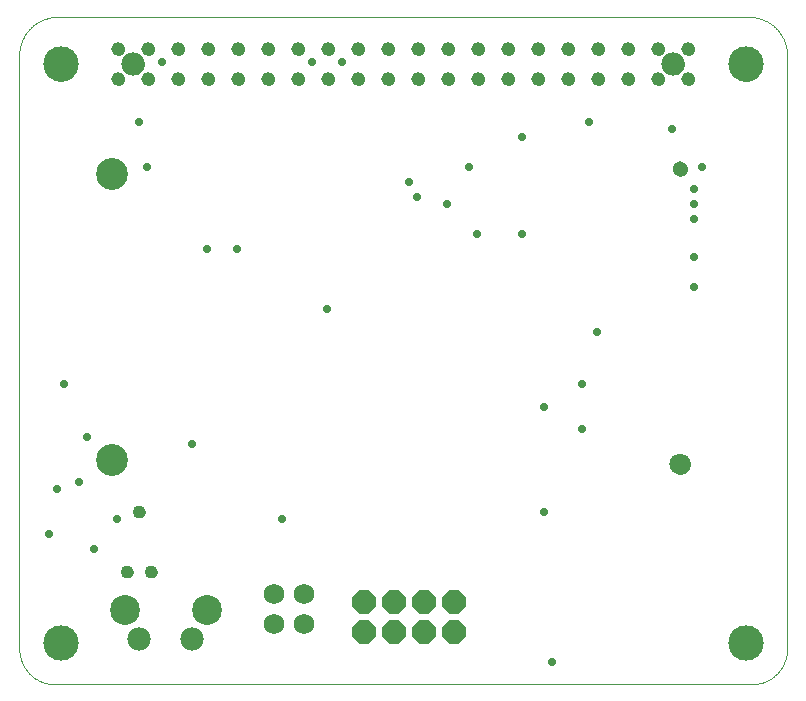
<source format=gbs>
G04 EAGLE Gerber RS-274X export*
G75*
%MOMM*%
%FSLAX34Y34*%
%LPD*%
%INBottom solder mask*%
%IPPOS*%
%AMOC8*
5,1,8,0,0,1.08239X$1,22.5*%
G01*
%ADD10C,0.000000*%
%ADD11C,3.003200*%
%ADD12C,1.803200*%
%ADD13C,1.303200*%
%ADD14C,2.703200*%
%ADD15C,1.983200*%
%ADD16C,1.173200*%
%ADD17C,1.986281*%
%ADD18C,2.534919*%
%ADD19C,1.733200*%
%ADD20C,1.092200*%
%ADD21P,2.199416X8X202.500000*%
%ADD22P,0.763734X8X22.500000*%


D10*
X21000Y525000D02*
X21004Y525344D01*
X21017Y525687D01*
X21038Y526030D01*
X21067Y526372D01*
X21105Y526714D01*
X21152Y527054D01*
X21206Y527393D01*
X21269Y527731D01*
X21340Y528067D01*
X21420Y528402D01*
X21507Y528734D01*
X21603Y529064D01*
X21707Y529392D01*
X21818Y529716D01*
X21938Y530039D01*
X22066Y530358D01*
X22201Y530673D01*
X22344Y530986D01*
X22495Y531295D01*
X22653Y531600D01*
X22819Y531901D01*
X22992Y532197D01*
X23172Y532490D01*
X23359Y532778D01*
X23554Y533061D01*
X23755Y533340D01*
X23963Y533613D01*
X24178Y533882D01*
X24399Y534144D01*
X24627Y534402D01*
X24861Y534654D01*
X25101Y534899D01*
X25346Y535139D01*
X25598Y535373D01*
X25856Y535601D01*
X26118Y535822D01*
X26387Y536037D01*
X26660Y536245D01*
X26939Y536446D01*
X27222Y536641D01*
X27510Y536828D01*
X27803Y537008D01*
X28099Y537181D01*
X28400Y537347D01*
X28705Y537505D01*
X29014Y537656D01*
X29327Y537799D01*
X29642Y537934D01*
X29961Y538062D01*
X30284Y538182D01*
X30608Y538293D01*
X30936Y538397D01*
X31266Y538493D01*
X31598Y538580D01*
X31933Y538660D01*
X32269Y538731D01*
X32607Y538794D01*
X32946Y538848D01*
X33286Y538895D01*
X33628Y538933D01*
X33970Y538962D01*
X34313Y538983D01*
X34656Y538996D01*
X35000Y539000D01*
X35344Y538996D01*
X35687Y538983D01*
X36030Y538962D01*
X36372Y538933D01*
X36714Y538895D01*
X37054Y538848D01*
X37393Y538794D01*
X37731Y538731D01*
X38067Y538660D01*
X38402Y538580D01*
X38734Y538493D01*
X39064Y538397D01*
X39392Y538293D01*
X39716Y538182D01*
X40039Y538062D01*
X40358Y537934D01*
X40673Y537799D01*
X40986Y537656D01*
X41295Y537505D01*
X41600Y537347D01*
X41901Y537181D01*
X42197Y537008D01*
X42490Y536828D01*
X42778Y536641D01*
X43061Y536446D01*
X43340Y536245D01*
X43613Y536037D01*
X43882Y535822D01*
X44144Y535601D01*
X44402Y535373D01*
X44654Y535139D01*
X44899Y534899D01*
X45139Y534654D01*
X45373Y534402D01*
X45601Y534144D01*
X45822Y533882D01*
X46037Y533613D01*
X46245Y533340D01*
X46446Y533061D01*
X46641Y532778D01*
X46828Y532490D01*
X47008Y532197D01*
X47181Y531901D01*
X47347Y531600D01*
X47505Y531295D01*
X47656Y530986D01*
X47799Y530673D01*
X47934Y530358D01*
X48062Y530039D01*
X48182Y529716D01*
X48293Y529392D01*
X48397Y529064D01*
X48493Y528734D01*
X48580Y528402D01*
X48660Y528067D01*
X48731Y527731D01*
X48794Y527393D01*
X48848Y527054D01*
X48895Y526714D01*
X48933Y526372D01*
X48962Y526030D01*
X48983Y525687D01*
X48996Y525344D01*
X49000Y525000D01*
X48996Y524656D01*
X48983Y524313D01*
X48962Y523970D01*
X48933Y523628D01*
X48895Y523286D01*
X48848Y522946D01*
X48794Y522607D01*
X48731Y522269D01*
X48660Y521933D01*
X48580Y521598D01*
X48493Y521266D01*
X48397Y520936D01*
X48293Y520608D01*
X48182Y520284D01*
X48062Y519961D01*
X47934Y519642D01*
X47799Y519327D01*
X47656Y519014D01*
X47505Y518705D01*
X47347Y518400D01*
X47181Y518099D01*
X47008Y517803D01*
X46828Y517510D01*
X46641Y517222D01*
X46446Y516939D01*
X46245Y516660D01*
X46037Y516387D01*
X45822Y516118D01*
X45601Y515856D01*
X45373Y515598D01*
X45139Y515346D01*
X44899Y515101D01*
X44654Y514861D01*
X44402Y514627D01*
X44144Y514399D01*
X43882Y514178D01*
X43613Y513963D01*
X43340Y513755D01*
X43061Y513554D01*
X42778Y513359D01*
X42490Y513172D01*
X42197Y512992D01*
X41901Y512819D01*
X41600Y512653D01*
X41295Y512495D01*
X40986Y512344D01*
X40673Y512201D01*
X40358Y512066D01*
X40039Y511938D01*
X39716Y511818D01*
X39392Y511707D01*
X39064Y511603D01*
X38734Y511507D01*
X38402Y511420D01*
X38067Y511340D01*
X37731Y511269D01*
X37393Y511206D01*
X37054Y511152D01*
X36714Y511105D01*
X36372Y511067D01*
X36030Y511038D01*
X35687Y511017D01*
X35344Y511004D01*
X35000Y511000D01*
X34656Y511004D01*
X34313Y511017D01*
X33970Y511038D01*
X33628Y511067D01*
X33286Y511105D01*
X32946Y511152D01*
X32607Y511206D01*
X32269Y511269D01*
X31933Y511340D01*
X31598Y511420D01*
X31266Y511507D01*
X30936Y511603D01*
X30608Y511707D01*
X30284Y511818D01*
X29961Y511938D01*
X29642Y512066D01*
X29327Y512201D01*
X29014Y512344D01*
X28705Y512495D01*
X28400Y512653D01*
X28099Y512819D01*
X27803Y512992D01*
X27510Y513172D01*
X27222Y513359D01*
X26939Y513554D01*
X26660Y513755D01*
X26387Y513963D01*
X26118Y514178D01*
X25856Y514399D01*
X25598Y514627D01*
X25346Y514861D01*
X25101Y515101D01*
X24861Y515346D01*
X24627Y515598D01*
X24399Y515856D01*
X24178Y516118D01*
X23963Y516387D01*
X23755Y516660D01*
X23554Y516939D01*
X23359Y517222D01*
X23172Y517510D01*
X22992Y517803D01*
X22819Y518099D01*
X22653Y518400D01*
X22495Y518705D01*
X22344Y519014D01*
X22201Y519327D01*
X22066Y519642D01*
X21938Y519961D01*
X21818Y520284D01*
X21707Y520608D01*
X21603Y520936D01*
X21507Y521266D01*
X21420Y521598D01*
X21340Y521933D01*
X21269Y522269D01*
X21206Y522607D01*
X21152Y522946D01*
X21105Y523286D01*
X21067Y523628D01*
X21038Y523970D01*
X21017Y524313D01*
X21004Y524656D01*
X21000Y525000D01*
D11*
X35000Y525000D03*
D10*
X650000Y530000D02*
X650000Y30000D01*
X620000Y565000D02*
X30000Y565000D01*
X0Y530000D02*
X0Y30000D01*
X0Y530000D02*
X-51Y530786D01*
X-83Y531573D01*
X-96Y532361D01*
X-90Y533148D01*
X-64Y533936D01*
X-20Y534722D01*
X43Y535507D01*
X125Y536291D01*
X226Y537072D01*
X346Y537850D01*
X485Y538626D01*
X642Y539398D01*
X818Y540165D01*
X1013Y540929D01*
X1225Y541687D01*
X1457Y542440D01*
X1706Y543187D01*
X1973Y543928D01*
X2258Y544663D01*
X2561Y545390D01*
X2881Y546110D01*
X3219Y546821D01*
X3573Y547525D01*
X3945Y548219D01*
X4333Y548905D01*
X4737Y549580D01*
X5158Y550246D01*
X5595Y550902D01*
X6048Y551547D01*
X6516Y552180D01*
X6999Y552802D01*
X7497Y553413D01*
X8009Y554011D01*
X8536Y554596D01*
X9077Y555169D01*
X9632Y555728D01*
X10200Y556274D01*
X10781Y556806D01*
X11374Y557324D01*
X11980Y557827D01*
X12598Y558315D01*
X13228Y558789D01*
X13869Y559247D01*
X14521Y559689D01*
X15183Y560116D01*
X15855Y560526D01*
X16537Y560920D01*
X17229Y561297D01*
X17929Y561658D01*
X18638Y562002D01*
X19355Y562328D01*
X20079Y562637D01*
X20811Y562928D01*
X21550Y563202D01*
X22295Y563457D01*
X23046Y563695D01*
X23802Y563914D01*
X24564Y564115D01*
X25330Y564298D01*
X26101Y564462D01*
X26875Y564607D01*
X27652Y564734D01*
X28433Y564841D01*
X29215Y564930D01*
X30000Y565000D01*
X601000Y525000D02*
X601004Y525344D01*
X601017Y525687D01*
X601038Y526030D01*
X601067Y526372D01*
X601105Y526714D01*
X601152Y527054D01*
X601206Y527393D01*
X601269Y527731D01*
X601340Y528067D01*
X601420Y528402D01*
X601507Y528734D01*
X601603Y529064D01*
X601707Y529392D01*
X601818Y529716D01*
X601938Y530039D01*
X602066Y530358D01*
X602201Y530673D01*
X602344Y530986D01*
X602495Y531295D01*
X602653Y531600D01*
X602819Y531901D01*
X602992Y532197D01*
X603172Y532490D01*
X603359Y532778D01*
X603554Y533061D01*
X603755Y533340D01*
X603963Y533613D01*
X604178Y533882D01*
X604399Y534144D01*
X604627Y534402D01*
X604861Y534654D01*
X605101Y534899D01*
X605346Y535139D01*
X605598Y535373D01*
X605856Y535601D01*
X606118Y535822D01*
X606387Y536037D01*
X606660Y536245D01*
X606939Y536446D01*
X607222Y536641D01*
X607510Y536828D01*
X607803Y537008D01*
X608099Y537181D01*
X608400Y537347D01*
X608705Y537505D01*
X609014Y537656D01*
X609327Y537799D01*
X609642Y537934D01*
X609961Y538062D01*
X610284Y538182D01*
X610608Y538293D01*
X610936Y538397D01*
X611266Y538493D01*
X611598Y538580D01*
X611933Y538660D01*
X612269Y538731D01*
X612607Y538794D01*
X612946Y538848D01*
X613286Y538895D01*
X613628Y538933D01*
X613970Y538962D01*
X614313Y538983D01*
X614656Y538996D01*
X615000Y539000D01*
X615344Y538996D01*
X615687Y538983D01*
X616030Y538962D01*
X616372Y538933D01*
X616714Y538895D01*
X617054Y538848D01*
X617393Y538794D01*
X617731Y538731D01*
X618067Y538660D01*
X618402Y538580D01*
X618734Y538493D01*
X619064Y538397D01*
X619392Y538293D01*
X619716Y538182D01*
X620039Y538062D01*
X620358Y537934D01*
X620673Y537799D01*
X620986Y537656D01*
X621295Y537505D01*
X621600Y537347D01*
X621901Y537181D01*
X622197Y537008D01*
X622490Y536828D01*
X622778Y536641D01*
X623061Y536446D01*
X623340Y536245D01*
X623613Y536037D01*
X623882Y535822D01*
X624144Y535601D01*
X624402Y535373D01*
X624654Y535139D01*
X624899Y534899D01*
X625139Y534654D01*
X625373Y534402D01*
X625601Y534144D01*
X625822Y533882D01*
X626037Y533613D01*
X626245Y533340D01*
X626446Y533061D01*
X626641Y532778D01*
X626828Y532490D01*
X627008Y532197D01*
X627181Y531901D01*
X627347Y531600D01*
X627505Y531295D01*
X627656Y530986D01*
X627799Y530673D01*
X627934Y530358D01*
X628062Y530039D01*
X628182Y529716D01*
X628293Y529392D01*
X628397Y529064D01*
X628493Y528734D01*
X628580Y528402D01*
X628660Y528067D01*
X628731Y527731D01*
X628794Y527393D01*
X628848Y527054D01*
X628895Y526714D01*
X628933Y526372D01*
X628962Y526030D01*
X628983Y525687D01*
X628996Y525344D01*
X629000Y525000D01*
X628996Y524656D01*
X628983Y524313D01*
X628962Y523970D01*
X628933Y523628D01*
X628895Y523286D01*
X628848Y522946D01*
X628794Y522607D01*
X628731Y522269D01*
X628660Y521933D01*
X628580Y521598D01*
X628493Y521266D01*
X628397Y520936D01*
X628293Y520608D01*
X628182Y520284D01*
X628062Y519961D01*
X627934Y519642D01*
X627799Y519327D01*
X627656Y519014D01*
X627505Y518705D01*
X627347Y518400D01*
X627181Y518099D01*
X627008Y517803D01*
X626828Y517510D01*
X626641Y517222D01*
X626446Y516939D01*
X626245Y516660D01*
X626037Y516387D01*
X625822Y516118D01*
X625601Y515856D01*
X625373Y515598D01*
X625139Y515346D01*
X624899Y515101D01*
X624654Y514861D01*
X624402Y514627D01*
X624144Y514399D01*
X623882Y514178D01*
X623613Y513963D01*
X623340Y513755D01*
X623061Y513554D01*
X622778Y513359D01*
X622490Y513172D01*
X622197Y512992D01*
X621901Y512819D01*
X621600Y512653D01*
X621295Y512495D01*
X620986Y512344D01*
X620673Y512201D01*
X620358Y512066D01*
X620039Y511938D01*
X619716Y511818D01*
X619392Y511707D01*
X619064Y511603D01*
X618734Y511507D01*
X618402Y511420D01*
X618067Y511340D01*
X617731Y511269D01*
X617393Y511206D01*
X617054Y511152D01*
X616714Y511105D01*
X616372Y511067D01*
X616030Y511038D01*
X615687Y511017D01*
X615344Y511004D01*
X615000Y511000D01*
X614656Y511004D01*
X614313Y511017D01*
X613970Y511038D01*
X613628Y511067D01*
X613286Y511105D01*
X612946Y511152D01*
X612607Y511206D01*
X612269Y511269D01*
X611933Y511340D01*
X611598Y511420D01*
X611266Y511507D01*
X610936Y511603D01*
X610608Y511707D01*
X610284Y511818D01*
X609961Y511938D01*
X609642Y512066D01*
X609327Y512201D01*
X609014Y512344D01*
X608705Y512495D01*
X608400Y512653D01*
X608099Y512819D01*
X607803Y512992D01*
X607510Y513172D01*
X607222Y513359D01*
X606939Y513554D01*
X606660Y513755D01*
X606387Y513963D01*
X606118Y514178D01*
X605856Y514399D01*
X605598Y514627D01*
X605346Y514861D01*
X605101Y515101D01*
X604861Y515346D01*
X604627Y515598D01*
X604399Y515856D01*
X604178Y516118D01*
X603963Y516387D01*
X603755Y516660D01*
X603554Y516939D01*
X603359Y517222D01*
X603172Y517510D01*
X602992Y517803D01*
X602819Y518099D01*
X602653Y518400D01*
X602495Y518705D01*
X602344Y519014D01*
X602201Y519327D01*
X602066Y519642D01*
X601938Y519961D01*
X601818Y520284D01*
X601707Y520608D01*
X601603Y520936D01*
X601507Y521266D01*
X601420Y521598D01*
X601340Y521933D01*
X601269Y522269D01*
X601206Y522607D01*
X601152Y522946D01*
X601105Y523286D01*
X601067Y523628D01*
X601038Y523970D01*
X601017Y524313D01*
X601004Y524656D01*
X601000Y525000D01*
D11*
X615000Y525000D03*
D10*
X21000Y35000D02*
X21004Y35344D01*
X21017Y35687D01*
X21038Y36030D01*
X21067Y36372D01*
X21105Y36714D01*
X21152Y37054D01*
X21206Y37393D01*
X21269Y37731D01*
X21340Y38067D01*
X21420Y38402D01*
X21507Y38734D01*
X21603Y39064D01*
X21707Y39392D01*
X21818Y39716D01*
X21938Y40039D01*
X22066Y40358D01*
X22201Y40673D01*
X22344Y40986D01*
X22495Y41295D01*
X22653Y41600D01*
X22819Y41901D01*
X22992Y42197D01*
X23172Y42490D01*
X23359Y42778D01*
X23554Y43061D01*
X23755Y43340D01*
X23963Y43613D01*
X24178Y43882D01*
X24399Y44144D01*
X24627Y44402D01*
X24861Y44654D01*
X25101Y44899D01*
X25346Y45139D01*
X25598Y45373D01*
X25856Y45601D01*
X26118Y45822D01*
X26387Y46037D01*
X26660Y46245D01*
X26939Y46446D01*
X27222Y46641D01*
X27510Y46828D01*
X27803Y47008D01*
X28099Y47181D01*
X28400Y47347D01*
X28705Y47505D01*
X29014Y47656D01*
X29327Y47799D01*
X29642Y47934D01*
X29961Y48062D01*
X30284Y48182D01*
X30608Y48293D01*
X30936Y48397D01*
X31266Y48493D01*
X31598Y48580D01*
X31933Y48660D01*
X32269Y48731D01*
X32607Y48794D01*
X32946Y48848D01*
X33286Y48895D01*
X33628Y48933D01*
X33970Y48962D01*
X34313Y48983D01*
X34656Y48996D01*
X35000Y49000D01*
X35344Y48996D01*
X35687Y48983D01*
X36030Y48962D01*
X36372Y48933D01*
X36714Y48895D01*
X37054Y48848D01*
X37393Y48794D01*
X37731Y48731D01*
X38067Y48660D01*
X38402Y48580D01*
X38734Y48493D01*
X39064Y48397D01*
X39392Y48293D01*
X39716Y48182D01*
X40039Y48062D01*
X40358Y47934D01*
X40673Y47799D01*
X40986Y47656D01*
X41295Y47505D01*
X41600Y47347D01*
X41901Y47181D01*
X42197Y47008D01*
X42490Y46828D01*
X42778Y46641D01*
X43061Y46446D01*
X43340Y46245D01*
X43613Y46037D01*
X43882Y45822D01*
X44144Y45601D01*
X44402Y45373D01*
X44654Y45139D01*
X44899Y44899D01*
X45139Y44654D01*
X45373Y44402D01*
X45601Y44144D01*
X45822Y43882D01*
X46037Y43613D01*
X46245Y43340D01*
X46446Y43061D01*
X46641Y42778D01*
X46828Y42490D01*
X47008Y42197D01*
X47181Y41901D01*
X47347Y41600D01*
X47505Y41295D01*
X47656Y40986D01*
X47799Y40673D01*
X47934Y40358D01*
X48062Y40039D01*
X48182Y39716D01*
X48293Y39392D01*
X48397Y39064D01*
X48493Y38734D01*
X48580Y38402D01*
X48660Y38067D01*
X48731Y37731D01*
X48794Y37393D01*
X48848Y37054D01*
X48895Y36714D01*
X48933Y36372D01*
X48962Y36030D01*
X48983Y35687D01*
X48996Y35344D01*
X49000Y35000D01*
X48996Y34656D01*
X48983Y34313D01*
X48962Y33970D01*
X48933Y33628D01*
X48895Y33286D01*
X48848Y32946D01*
X48794Y32607D01*
X48731Y32269D01*
X48660Y31933D01*
X48580Y31598D01*
X48493Y31266D01*
X48397Y30936D01*
X48293Y30608D01*
X48182Y30284D01*
X48062Y29961D01*
X47934Y29642D01*
X47799Y29327D01*
X47656Y29014D01*
X47505Y28705D01*
X47347Y28400D01*
X47181Y28099D01*
X47008Y27803D01*
X46828Y27510D01*
X46641Y27222D01*
X46446Y26939D01*
X46245Y26660D01*
X46037Y26387D01*
X45822Y26118D01*
X45601Y25856D01*
X45373Y25598D01*
X45139Y25346D01*
X44899Y25101D01*
X44654Y24861D01*
X44402Y24627D01*
X44144Y24399D01*
X43882Y24178D01*
X43613Y23963D01*
X43340Y23755D01*
X43061Y23554D01*
X42778Y23359D01*
X42490Y23172D01*
X42197Y22992D01*
X41901Y22819D01*
X41600Y22653D01*
X41295Y22495D01*
X40986Y22344D01*
X40673Y22201D01*
X40358Y22066D01*
X40039Y21938D01*
X39716Y21818D01*
X39392Y21707D01*
X39064Y21603D01*
X38734Y21507D01*
X38402Y21420D01*
X38067Y21340D01*
X37731Y21269D01*
X37393Y21206D01*
X37054Y21152D01*
X36714Y21105D01*
X36372Y21067D01*
X36030Y21038D01*
X35687Y21017D01*
X35344Y21004D01*
X35000Y21000D01*
X34656Y21004D01*
X34313Y21017D01*
X33970Y21038D01*
X33628Y21067D01*
X33286Y21105D01*
X32946Y21152D01*
X32607Y21206D01*
X32269Y21269D01*
X31933Y21340D01*
X31598Y21420D01*
X31266Y21507D01*
X30936Y21603D01*
X30608Y21707D01*
X30284Y21818D01*
X29961Y21938D01*
X29642Y22066D01*
X29327Y22201D01*
X29014Y22344D01*
X28705Y22495D01*
X28400Y22653D01*
X28099Y22819D01*
X27803Y22992D01*
X27510Y23172D01*
X27222Y23359D01*
X26939Y23554D01*
X26660Y23755D01*
X26387Y23963D01*
X26118Y24178D01*
X25856Y24399D01*
X25598Y24627D01*
X25346Y24861D01*
X25101Y25101D01*
X24861Y25346D01*
X24627Y25598D01*
X24399Y25856D01*
X24178Y26118D01*
X23963Y26387D01*
X23755Y26660D01*
X23554Y26939D01*
X23359Y27222D01*
X23172Y27510D01*
X22992Y27803D01*
X22819Y28099D01*
X22653Y28400D01*
X22495Y28705D01*
X22344Y29014D01*
X22201Y29327D01*
X22066Y29642D01*
X21938Y29961D01*
X21818Y30284D01*
X21707Y30608D01*
X21603Y30936D01*
X21507Y31266D01*
X21420Y31598D01*
X21340Y31933D01*
X21269Y32269D01*
X21206Y32607D01*
X21152Y32946D01*
X21105Y33286D01*
X21067Y33628D01*
X21038Y33970D01*
X21017Y34313D01*
X21004Y34656D01*
X21000Y35000D01*
D11*
X35000Y35000D03*
D10*
X601000Y35000D02*
X601004Y35344D01*
X601017Y35687D01*
X601038Y36030D01*
X601067Y36372D01*
X601105Y36714D01*
X601152Y37054D01*
X601206Y37393D01*
X601269Y37731D01*
X601340Y38067D01*
X601420Y38402D01*
X601507Y38734D01*
X601603Y39064D01*
X601707Y39392D01*
X601818Y39716D01*
X601938Y40039D01*
X602066Y40358D01*
X602201Y40673D01*
X602344Y40986D01*
X602495Y41295D01*
X602653Y41600D01*
X602819Y41901D01*
X602992Y42197D01*
X603172Y42490D01*
X603359Y42778D01*
X603554Y43061D01*
X603755Y43340D01*
X603963Y43613D01*
X604178Y43882D01*
X604399Y44144D01*
X604627Y44402D01*
X604861Y44654D01*
X605101Y44899D01*
X605346Y45139D01*
X605598Y45373D01*
X605856Y45601D01*
X606118Y45822D01*
X606387Y46037D01*
X606660Y46245D01*
X606939Y46446D01*
X607222Y46641D01*
X607510Y46828D01*
X607803Y47008D01*
X608099Y47181D01*
X608400Y47347D01*
X608705Y47505D01*
X609014Y47656D01*
X609327Y47799D01*
X609642Y47934D01*
X609961Y48062D01*
X610284Y48182D01*
X610608Y48293D01*
X610936Y48397D01*
X611266Y48493D01*
X611598Y48580D01*
X611933Y48660D01*
X612269Y48731D01*
X612607Y48794D01*
X612946Y48848D01*
X613286Y48895D01*
X613628Y48933D01*
X613970Y48962D01*
X614313Y48983D01*
X614656Y48996D01*
X615000Y49000D01*
X615344Y48996D01*
X615687Y48983D01*
X616030Y48962D01*
X616372Y48933D01*
X616714Y48895D01*
X617054Y48848D01*
X617393Y48794D01*
X617731Y48731D01*
X618067Y48660D01*
X618402Y48580D01*
X618734Y48493D01*
X619064Y48397D01*
X619392Y48293D01*
X619716Y48182D01*
X620039Y48062D01*
X620358Y47934D01*
X620673Y47799D01*
X620986Y47656D01*
X621295Y47505D01*
X621600Y47347D01*
X621901Y47181D01*
X622197Y47008D01*
X622490Y46828D01*
X622778Y46641D01*
X623061Y46446D01*
X623340Y46245D01*
X623613Y46037D01*
X623882Y45822D01*
X624144Y45601D01*
X624402Y45373D01*
X624654Y45139D01*
X624899Y44899D01*
X625139Y44654D01*
X625373Y44402D01*
X625601Y44144D01*
X625822Y43882D01*
X626037Y43613D01*
X626245Y43340D01*
X626446Y43061D01*
X626641Y42778D01*
X626828Y42490D01*
X627008Y42197D01*
X627181Y41901D01*
X627347Y41600D01*
X627505Y41295D01*
X627656Y40986D01*
X627799Y40673D01*
X627934Y40358D01*
X628062Y40039D01*
X628182Y39716D01*
X628293Y39392D01*
X628397Y39064D01*
X628493Y38734D01*
X628580Y38402D01*
X628660Y38067D01*
X628731Y37731D01*
X628794Y37393D01*
X628848Y37054D01*
X628895Y36714D01*
X628933Y36372D01*
X628962Y36030D01*
X628983Y35687D01*
X628996Y35344D01*
X629000Y35000D01*
X628996Y34656D01*
X628983Y34313D01*
X628962Y33970D01*
X628933Y33628D01*
X628895Y33286D01*
X628848Y32946D01*
X628794Y32607D01*
X628731Y32269D01*
X628660Y31933D01*
X628580Y31598D01*
X628493Y31266D01*
X628397Y30936D01*
X628293Y30608D01*
X628182Y30284D01*
X628062Y29961D01*
X627934Y29642D01*
X627799Y29327D01*
X627656Y29014D01*
X627505Y28705D01*
X627347Y28400D01*
X627181Y28099D01*
X627008Y27803D01*
X626828Y27510D01*
X626641Y27222D01*
X626446Y26939D01*
X626245Y26660D01*
X626037Y26387D01*
X625822Y26118D01*
X625601Y25856D01*
X625373Y25598D01*
X625139Y25346D01*
X624899Y25101D01*
X624654Y24861D01*
X624402Y24627D01*
X624144Y24399D01*
X623882Y24178D01*
X623613Y23963D01*
X623340Y23755D01*
X623061Y23554D01*
X622778Y23359D01*
X622490Y23172D01*
X622197Y22992D01*
X621901Y22819D01*
X621600Y22653D01*
X621295Y22495D01*
X620986Y22344D01*
X620673Y22201D01*
X620358Y22066D01*
X620039Y21938D01*
X619716Y21818D01*
X619392Y21707D01*
X619064Y21603D01*
X618734Y21507D01*
X618402Y21420D01*
X618067Y21340D01*
X617731Y21269D01*
X617393Y21206D01*
X617054Y21152D01*
X616714Y21105D01*
X616372Y21067D01*
X616030Y21038D01*
X615687Y21017D01*
X615344Y21004D01*
X615000Y21000D01*
X614656Y21004D01*
X614313Y21017D01*
X613970Y21038D01*
X613628Y21067D01*
X613286Y21105D01*
X612946Y21152D01*
X612607Y21206D01*
X612269Y21269D01*
X611933Y21340D01*
X611598Y21420D01*
X611266Y21507D01*
X610936Y21603D01*
X610608Y21707D01*
X610284Y21818D01*
X609961Y21938D01*
X609642Y22066D01*
X609327Y22201D01*
X609014Y22344D01*
X608705Y22495D01*
X608400Y22653D01*
X608099Y22819D01*
X607803Y22992D01*
X607510Y23172D01*
X607222Y23359D01*
X606939Y23554D01*
X606660Y23755D01*
X606387Y23963D01*
X606118Y24178D01*
X605856Y24399D01*
X605598Y24627D01*
X605346Y24861D01*
X605101Y25101D01*
X604861Y25346D01*
X604627Y25598D01*
X604399Y25856D01*
X604178Y26118D01*
X603963Y26387D01*
X603755Y26660D01*
X603554Y26939D01*
X603359Y27222D01*
X603172Y27510D01*
X602992Y27803D01*
X602819Y28099D01*
X602653Y28400D01*
X602495Y28705D01*
X602344Y29014D01*
X602201Y29327D01*
X602066Y29642D01*
X601938Y29961D01*
X601818Y30284D01*
X601707Y30608D01*
X601603Y30936D01*
X601507Y31266D01*
X601420Y31598D01*
X601340Y31933D01*
X601269Y32269D01*
X601206Y32607D01*
X601152Y32946D01*
X601105Y33286D01*
X601067Y33628D01*
X601038Y33970D01*
X601017Y34313D01*
X601004Y34656D01*
X601000Y35000D01*
D11*
X615000Y35000D03*
D10*
X650000Y530000D02*
X650051Y530786D01*
X650083Y531573D01*
X650096Y532361D01*
X650090Y533148D01*
X650064Y533936D01*
X650020Y534722D01*
X649957Y535507D01*
X649875Y536291D01*
X649774Y537072D01*
X649654Y537850D01*
X649515Y538626D01*
X649358Y539398D01*
X649182Y540165D01*
X648987Y540929D01*
X648775Y541687D01*
X648543Y542440D01*
X648294Y543187D01*
X648027Y543928D01*
X647742Y544663D01*
X647439Y545390D01*
X647119Y546110D01*
X646781Y546821D01*
X646427Y547525D01*
X646055Y548219D01*
X645667Y548905D01*
X645263Y549580D01*
X644842Y550246D01*
X644405Y550902D01*
X643952Y551547D01*
X643484Y552180D01*
X643001Y552802D01*
X642503Y553413D01*
X641991Y554011D01*
X641464Y554596D01*
X640923Y555169D01*
X640368Y555728D01*
X639800Y556274D01*
X639219Y556806D01*
X638626Y557324D01*
X638020Y557827D01*
X637402Y558315D01*
X636772Y558789D01*
X636131Y559247D01*
X635479Y559689D01*
X634817Y560116D01*
X634145Y560526D01*
X633463Y560920D01*
X632771Y561297D01*
X632071Y561658D01*
X631362Y562002D01*
X630645Y562328D01*
X629921Y562637D01*
X629189Y562928D01*
X628450Y563202D01*
X627705Y563457D01*
X626954Y563695D01*
X626198Y563914D01*
X625436Y564115D01*
X624670Y564298D01*
X623899Y564462D01*
X623125Y564607D01*
X622348Y564734D01*
X621567Y564841D01*
X620785Y564930D01*
X620000Y565000D01*
X30000Y0D02*
X29275Y9D01*
X28551Y35D01*
X27827Y79D01*
X27105Y140D01*
X26384Y219D01*
X25665Y315D01*
X24949Y428D01*
X24236Y559D01*
X23526Y707D01*
X22821Y872D01*
X22119Y1054D01*
X21422Y1253D01*
X20729Y1468D01*
X20043Y1701D01*
X19362Y1950D01*
X18687Y2215D01*
X18019Y2496D01*
X17358Y2794D01*
X16704Y3107D01*
X16058Y3436D01*
X15420Y3781D01*
X14791Y4141D01*
X14171Y4516D01*
X13560Y4906D01*
X12958Y5310D01*
X12366Y5729D01*
X11785Y6163D01*
X11214Y6610D01*
X10655Y7071D01*
X10106Y7545D01*
X9570Y8032D01*
X9045Y8532D01*
X8532Y9045D01*
X8032Y9570D01*
X7545Y10106D01*
X7071Y10655D01*
X6610Y11214D01*
X6163Y11785D01*
X5729Y12366D01*
X5310Y12958D01*
X4906Y13560D01*
X4516Y14171D01*
X4141Y14791D01*
X3781Y15420D01*
X3436Y16058D01*
X3107Y16704D01*
X2794Y17358D01*
X2496Y18019D01*
X2215Y18687D01*
X1950Y19362D01*
X1701Y20043D01*
X1468Y20729D01*
X1253Y21422D01*
X1054Y22119D01*
X872Y22821D01*
X707Y23526D01*
X559Y24236D01*
X428Y24949D01*
X315Y25665D01*
X219Y26384D01*
X140Y27105D01*
X79Y27827D01*
X35Y28551D01*
X9Y29275D01*
X0Y30000D01*
X620000Y0D02*
X620725Y9D01*
X621449Y35D01*
X622173Y79D01*
X622895Y140D01*
X623616Y219D01*
X624335Y315D01*
X625051Y428D01*
X625764Y559D01*
X626474Y707D01*
X627179Y872D01*
X627881Y1054D01*
X628578Y1253D01*
X629271Y1468D01*
X629957Y1701D01*
X630638Y1950D01*
X631313Y2215D01*
X631981Y2496D01*
X632642Y2794D01*
X633296Y3107D01*
X633942Y3436D01*
X634580Y3781D01*
X635209Y4141D01*
X635829Y4516D01*
X636440Y4906D01*
X637042Y5310D01*
X637634Y5729D01*
X638215Y6163D01*
X638786Y6610D01*
X639345Y7071D01*
X639894Y7545D01*
X640430Y8032D01*
X640955Y8532D01*
X641468Y9045D01*
X641968Y9570D01*
X642455Y10106D01*
X642929Y10655D01*
X643390Y11214D01*
X643837Y11785D01*
X644271Y12366D01*
X644690Y12958D01*
X645094Y13560D01*
X645484Y14171D01*
X645859Y14791D01*
X646219Y15420D01*
X646564Y16058D01*
X646893Y16704D01*
X647206Y17358D01*
X647504Y18019D01*
X647785Y18687D01*
X648050Y19362D01*
X648299Y20043D01*
X648532Y20729D01*
X648747Y21422D01*
X648946Y22119D01*
X649128Y22821D01*
X649293Y23526D01*
X649441Y24236D01*
X649572Y24949D01*
X649685Y25665D01*
X649781Y26384D01*
X649860Y27105D01*
X649921Y27827D01*
X649965Y28551D01*
X649991Y29275D01*
X650000Y30000D01*
X620000Y0D02*
X30000Y0D01*
X551646Y186268D02*
X551648Y186464D01*
X551656Y186661D01*
X551668Y186857D01*
X551685Y187052D01*
X551706Y187247D01*
X551733Y187442D01*
X551764Y187636D01*
X551800Y187829D01*
X551840Y188021D01*
X551886Y188212D01*
X551936Y188402D01*
X551990Y188590D01*
X552050Y188777D01*
X552114Y188963D01*
X552182Y189147D01*
X552255Y189329D01*
X552332Y189510D01*
X552414Y189688D01*
X552500Y189865D01*
X552591Y190039D01*
X552685Y190211D01*
X552784Y190381D01*
X552887Y190548D01*
X552994Y190713D01*
X553105Y190874D01*
X553220Y191034D01*
X553339Y191190D01*
X553462Y191343D01*
X553588Y191493D01*
X553718Y191640D01*
X553852Y191784D01*
X553989Y191925D01*
X554130Y192062D01*
X554274Y192196D01*
X554421Y192326D01*
X554571Y192452D01*
X554724Y192575D01*
X554880Y192694D01*
X555040Y192809D01*
X555201Y192920D01*
X555366Y193027D01*
X555533Y193130D01*
X555703Y193229D01*
X555875Y193323D01*
X556049Y193414D01*
X556226Y193500D01*
X556404Y193582D01*
X556585Y193659D01*
X556767Y193732D01*
X556951Y193800D01*
X557137Y193864D01*
X557324Y193924D01*
X557512Y193978D01*
X557702Y194028D01*
X557893Y194074D01*
X558085Y194114D01*
X558278Y194150D01*
X558472Y194181D01*
X558667Y194208D01*
X558862Y194229D01*
X559057Y194246D01*
X559253Y194258D01*
X559450Y194266D01*
X559646Y194268D01*
X559842Y194266D01*
X560039Y194258D01*
X560235Y194246D01*
X560430Y194229D01*
X560625Y194208D01*
X560820Y194181D01*
X561014Y194150D01*
X561207Y194114D01*
X561399Y194074D01*
X561590Y194028D01*
X561780Y193978D01*
X561968Y193924D01*
X562155Y193864D01*
X562341Y193800D01*
X562525Y193732D01*
X562707Y193659D01*
X562888Y193582D01*
X563066Y193500D01*
X563243Y193414D01*
X563417Y193323D01*
X563589Y193229D01*
X563759Y193130D01*
X563926Y193027D01*
X564091Y192920D01*
X564252Y192809D01*
X564412Y192694D01*
X564568Y192575D01*
X564721Y192452D01*
X564871Y192326D01*
X565018Y192196D01*
X565162Y192062D01*
X565303Y191925D01*
X565440Y191784D01*
X565574Y191640D01*
X565704Y191493D01*
X565830Y191343D01*
X565953Y191190D01*
X566072Y191034D01*
X566187Y190874D01*
X566298Y190713D01*
X566405Y190548D01*
X566508Y190381D01*
X566607Y190211D01*
X566701Y190039D01*
X566792Y189865D01*
X566878Y189688D01*
X566960Y189510D01*
X567037Y189329D01*
X567110Y189147D01*
X567178Y188963D01*
X567242Y188777D01*
X567302Y188590D01*
X567356Y188402D01*
X567406Y188212D01*
X567452Y188021D01*
X567492Y187829D01*
X567528Y187636D01*
X567559Y187442D01*
X567586Y187247D01*
X567607Y187052D01*
X567624Y186857D01*
X567636Y186661D01*
X567644Y186464D01*
X567646Y186268D01*
X567644Y186072D01*
X567636Y185875D01*
X567624Y185679D01*
X567607Y185484D01*
X567586Y185289D01*
X567559Y185094D01*
X567528Y184900D01*
X567492Y184707D01*
X567452Y184515D01*
X567406Y184324D01*
X567356Y184134D01*
X567302Y183946D01*
X567242Y183759D01*
X567178Y183573D01*
X567110Y183389D01*
X567037Y183207D01*
X566960Y183026D01*
X566878Y182848D01*
X566792Y182671D01*
X566701Y182497D01*
X566607Y182325D01*
X566508Y182155D01*
X566405Y181988D01*
X566298Y181823D01*
X566187Y181662D01*
X566072Y181502D01*
X565953Y181346D01*
X565830Y181193D01*
X565704Y181043D01*
X565574Y180896D01*
X565440Y180752D01*
X565303Y180611D01*
X565162Y180474D01*
X565018Y180340D01*
X564871Y180210D01*
X564721Y180084D01*
X564568Y179961D01*
X564412Y179842D01*
X564252Y179727D01*
X564091Y179616D01*
X563926Y179509D01*
X563759Y179406D01*
X563589Y179307D01*
X563417Y179213D01*
X563243Y179122D01*
X563066Y179036D01*
X562888Y178954D01*
X562707Y178877D01*
X562525Y178804D01*
X562341Y178736D01*
X562155Y178672D01*
X561968Y178612D01*
X561780Y178558D01*
X561590Y178508D01*
X561399Y178462D01*
X561207Y178422D01*
X561014Y178386D01*
X560820Y178355D01*
X560625Y178328D01*
X560430Y178307D01*
X560235Y178290D01*
X560039Y178278D01*
X559842Y178270D01*
X559646Y178268D01*
X559450Y178270D01*
X559253Y178278D01*
X559057Y178290D01*
X558862Y178307D01*
X558667Y178328D01*
X558472Y178355D01*
X558278Y178386D01*
X558085Y178422D01*
X557893Y178462D01*
X557702Y178508D01*
X557512Y178558D01*
X557324Y178612D01*
X557137Y178672D01*
X556951Y178736D01*
X556767Y178804D01*
X556585Y178877D01*
X556404Y178954D01*
X556226Y179036D01*
X556049Y179122D01*
X555875Y179213D01*
X555703Y179307D01*
X555533Y179406D01*
X555366Y179509D01*
X555201Y179616D01*
X555040Y179727D01*
X554880Y179842D01*
X554724Y179961D01*
X554571Y180084D01*
X554421Y180210D01*
X554274Y180340D01*
X554130Y180474D01*
X553989Y180611D01*
X553852Y180752D01*
X553718Y180896D01*
X553588Y181043D01*
X553462Y181193D01*
X553339Y181346D01*
X553220Y181502D01*
X553105Y181662D01*
X552994Y181823D01*
X552887Y181988D01*
X552784Y182155D01*
X552685Y182325D01*
X552591Y182497D01*
X552500Y182671D01*
X552414Y182848D01*
X552332Y183026D01*
X552255Y183207D01*
X552182Y183389D01*
X552114Y183573D01*
X552050Y183759D01*
X551990Y183946D01*
X551936Y184134D01*
X551886Y184324D01*
X551840Y184515D01*
X551800Y184707D01*
X551764Y184900D01*
X551733Y185094D01*
X551706Y185289D01*
X551685Y185484D01*
X551668Y185679D01*
X551656Y185875D01*
X551648Y186072D01*
X551646Y186268D01*
D12*
X559646Y186268D03*
D10*
X554146Y436268D02*
X554148Y436416D01*
X554154Y436564D01*
X554164Y436712D01*
X554178Y436860D01*
X554196Y437007D01*
X554218Y437154D01*
X554244Y437300D01*
X554273Y437445D01*
X554307Y437590D01*
X554345Y437733D01*
X554386Y437876D01*
X554431Y438017D01*
X554481Y438157D01*
X554533Y438295D01*
X554590Y438433D01*
X554650Y438568D01*
X554714Y438702D01*
X554781Y438834D01*
X554852Y438964D01*
X554927Y439093D01*
X555005Y439219D01*
X555086Y439343D01*
X555170Y439465D01*
X555258Y439584D01*
X555349Y439701D01*
X555443Y439816D01*
X555541Y439928D01*
X555641Y440037D01*
X555744Y440144D01*
X555850Y440248D01*
X555958Y440349D01*
X556070Y440447D01*
X556184Y440542D01*
X556300Y440633D01*
X556419Y440722D01*
X556540Y440807D01*
X556664Y440889D01*
X556790Y440968D01*
X556917Y441043D01*
X557047Y441115D01*
X557179Y441184D01*
X557312Y441248D01*
X557447Y441309D01*
X557584Y441367D01*
X557722Y441421D01*
X557862Y441471D01*
X558003Y441517D01*
X558145Y441559D01*
X558288Y441598D01*
X558432Y441632D01*
X558578Y441663D01*
X558723Y441690D01*
X558870Y441713D01*
X559017Y441732D01*
X559165Y441747D01*
X559312Y441758D01*
X559461Y441765D01*
X559609Y441768D01*
X559757Y441767D01*
X559905Y441762D01*
X560053Y441753D01*
X560201Y441740D01*
X560349Y441723D01*
X560495Y441702D01*
X560642Y441677D01*
X560787Y441648D01*
X560932Y441616D01*
X561075Y441579D01*
X561218Y441539D01*
X561360Y441494D01*
X561500Y441446D01*
X561639Y441394D01*
X561776Y441339D01*
X561912Y441279D01*
X562047Y441216D01*
X562179Y441150D01*
X562310Y441080D01*
X562439Y441006D01*
X562565Y440929D01*
X562690Y440849D01*
X562812Y440765D01*
X562933Y440678D01*
X563050Y440588D01*
X563166Y440494D01*
X563278Y440398D01*
X563388Y440299D01*
X563496Y440196D01*
X563600Y440091D01*
X563702Y439983D01*
X563800Y439872D01*
X563896Y439759D01*
X563989Y439643D01*
X564078Y439525D01*
X564164Y439404D01*
X564247Y439281D01*
X564327Y439156D01*
X564403Y439029D01*
X564476Y438899D01*
X564545Y438768D01*
X564610Y438635D01*
X564673Y438501D01*
X564731Y438364D01*
X564786Y438226D01*
X564836Y438087D01*
X564884Y437946D01*
X564927Y437805D01*
X564967Y437662D01*
X565002Y437518D01*
X565034Y437373D01*
X565062Y437227D01*
X565086Y437081D01*
X565106Y436934D01*
X565122Y436786D01*
X565134Y436639D01*
X565142Y436490D01*
X565146Y436342D01*
X565146Y436194D01*
X565142Y436046D01*
X565134Y435897D01*
X565122Y435750D01*
X565106Y435602D01*
X565086Y435455D01*
X565062Y435309D01*
X565034Y435163D01*
X565002Y435018D01*
X564967Y434874D01*
X564927Y434731D01*
X564884Y434590D01*
X564836Y434449D01*
X564786Y434310D01*
X564731Y434172D01*
X564673Y434035D01*
X564610Y433901D01*
X564545Y433768D01*
X564476Y433637D01*
X564403Y433507D01*
X564327Y433380D01*
X564247Y433255D01*
X564164Y433132D01*
X564078Y433011D01*
X563989Y432893D01*
X563896Y432777D01*
X563800Y432664D01*
X563702Y432553D01*
X563600Y432445D01*
X563496Y432340D01*
X563388Y432237D01*
X563278Y432138D01*
X563166Y432042D01*
X563050Y431948D01*
X562933Y431858D01*
X562812Y431771D01*
X562690Y431687D01*
X562565Y431607D01*
X562439Y431530D01*
X562310Y431456D01*
X562179Y431386D01*
X562047Y431320D01*
X561912Y431257D01*
X561776Y431197D01*
X561639Y431142D01*
X561500Y431090D01*
X561360Y431042D01*
X561218Y430997D01*
X561075Y430957D01*
X560932Y430920D01*
X560787Y430888D01*
X560642Y430859D01*
X560495Y430834D01*
X560349Y430813D01*
X560201Y430796D01*
X560053Y430783D01*
X559905Y430774D01*
X559757Y430769D01*
X559609Y430768D01*
X559461Y430771D01*
X559312Y430778D01*
X559165Y430789D01*
X559017Y430804D01*
X558870Y430823D01*
X558723Y430846D01*
X558578Y430873D01*
X558432Y430904D01*
X558288Y430938D01*
X558145Y430977D01*
X558003Y431019D01*
X557862Y431065D01*
X557722Y431115D01*
X557584Y431169D01*
X557447Y431227D01*
X557312Y431288D01*
X557179Y431352D01*
X557047Y431421D01*
X556917Y431493D01*
X556790Y431568D01*
X556664Y431647D01*
X556540Y431729D01*
X556419Y431814D01*
X556300Y431903D01*
X556184Y431994D01*
X556070Y432089D01*
X555958Y432187D01*
X555850Y432288D01*
X555744Y432392D01*
X555641Y432499D01*
X555541Y432608D01*
X555443Y432720D01*
X555349Y432835D01*
X555258Y432952D01*
X555170Y433071D01*
X555086Y433193D01*
X555005Y433317D01*
X554927Y433443D01*
X554852Y433572D01*
X554781Y433702D01*
X554714Y433834D01*
X554650Y433968D01*
X554590Y434103D01*
X554533Y434241D01*
X554481Y434379D01*
X554431Y434519D01*
X554386Y434660D01*
X554345Y434803D01*
X554307Y434946D01*
X554273Y435091D01*
X554244Y435236D01*
X554218Y435382D01*
X554196Y435529D01*
X554178Y435676D01*
X554164Y435824D01*
X554154Y435972D01*
X554148Y436120D01*
X554146Y436268D01*
D13*
X559646Y436268D03*
D10*
X65646Y190268D02*
X65650Y190575D01*
X65661Y190881D01*
X65680Y191188D01*
X65706Y191493D01*
X65740Y191798D01*
X65781Y192102D01*
X65830Y192405D01*
X65886Y192707D01*
X65950Y193007D01*
X66021Y193305D01*
X66099Y193602D01*
X66184Y193897D01*
X66277Y194189D01*
X66377Y194479D01*
X66484Y194767D01*
X66598Y195052D01*
X66718Y195334D01*
X66846Y195612D01*
X66981Y195888D01*
X67122Y196160D01*
X67270Y196429D01*
X67424Y196694D01*
X67585Y196955D01*
X67753Y197213D01*
X67926Y197466D01*
X68106Y197714D01*
X68292Y197958D01*
X68483Y198198D01*
X68681Y198433D01*
X68884Y198662D01*
X69093Y198887D01*
X69307Y199107D01*
X69527Y199321D01*
X69752Y199530D01*
X69981Y199733D01*
X70216Y199931D01*
X70456Y200122D01*
X70700Y200308D01*
X70948Y200488D01*
X71201Y200661D01*
X71459Y200829D01*
X71720Y200990D01*
X71985Y201144D01*
X72254Y201292D01*
X72526Y201433D01*
X72802Y201568D01*
X73080Y201696D01*
X73362Y201816D01*
X73647Y201930D01*
X73935Y202037D01*
X74225Y202137D01*
X74517Y202230D01*
X74812Y202315D01*
X75109Y202393D01*
X75407Y202464D01*
X75707Y202528D01*
X76009Y202584D01*
X76312Y202633D01*
X76616Y202674D01*
X76921Y202708D01*
X77226Y202734D01*
X77533Y202753D01*
X77839Y202764D01*
X78146Y202768D01*
X78453Y202764D01*
X78759Y202753D01*
X79066Y202734D01*
X79371Y202708D01*
X79676Y202674D01*
X79980Y202633D01*
X80283Y202584D01*
X80585Y202528D01*
X80885Y202464D01*
X81183Y202393D01*
X81480Y202315D01*
X81775Y202230D01*
X82067Y202137D01*
X82357Y202037D01*
X82645Y201930D01*
X82930Y201816D01*
X83212Y201696D01*
X83490Y201568D01*
X83766Y201433D01*
X84038Y201292D01*
X84307Y201144D01*
X84572Y200990D01*
X84833Y200829D01*
X85091Y200661D01*
X85344Y200488D01*
X85592Y200308D01*
X85836Y200122D01*
X86076Y199931D01*
X86311Y199733D01*
X86540Y199530D01*
X86765Y199321D01*
X86985Y199107D01*
X87199Y198887D01*
X87408Y198662D01*
X87611Y198433D01*
X87809Y198198D01*
X88000Y197958D01*
X88186Y197714D01*
X88366Y197466D01*
X88539Y197213D01*
X88707Y196955D01*
X88868Y196694D01*
X89022Y196429D01*
X89170Y196160D01*
X89311Y195888D01*
X89446Y195612D01*
X89574Y195334D01*
X89694Y195052D01*
X89808Y194767D01*
X89915Y194479D01*
X90015Y194189D01*
X90108Y193897D01*
X90193Y193602D01*
X90271Y193305D01*
X90342Y193007D01*
X90406Y192707D01*
X90462Y192405D01*
X90511Y192102D01*
X90552Y191798D01*
X90586Y191493D01*
X90612Y191188D01*
X90631Y190881D01*
X90642Y190575D01*
X90646Y190268D01*
X90642Y189961D01*
X90631Y189655D01*
X90612Y189348D01*
X90586Y189043D01*
X90552Y188738D01*
X90511Y188434D01*
X90462Y188131D01*
X90406Y187829D01*
X90342Y187529D01*
X90271Y187231D01*
X90193Y186934D01*
X90108Y186639D01*
X90015Y186347D01*
X89915Y186057D01*
X89808Y185769D01*
X89694Y185484D01*
X89574Y185202D01*
X89446Y184924D01*
X89311Y184648D01*
X89170Y184376D01*
X89022Y184107D01*
X88868Y183842D01*
X88707Y183581D01*
X88539Y183323D01*
X88366Y183070D01*
X88186Y182822D01*
X88000Y182578D01*
X87809Y182338D01*
X87611Y182103D01*
X87408Y181874D01*
X87199Y181649D01*
X86985Y181429D01*
X86765Y181215D01*
X86540Y181006D01*
X86311Y180803D01*
X86076Y180605D01*
X85836Y180414D01*
X85592Y180228D01*
X85344Y180048D01*
X85091Y179875D01*
X84833Y179707D01*
X84572Y179546D01*
X84307Y179392D01*
X84038Y179244D01*
X83766Y179103D01*
X83490Y178968D01*
X83212Y178840D01*
X82930Y178720D01*
X82645Y178606D01*
X82357Y178499D01*
X82067Y178399D01*
X81775Y178306D01*
X81480Y178221D01*
X81183Y178143D01*
X80885Y178072D01*
X80585Y178008D01*
X80283Y177952D01*
X79980Y177903D01*
X79676Y177862D01*
X79371Y177828D01*
X79066Y177802D01*
X78759Y177783D01*
X78453Y177772D01*
X78146Y177768D01*
X77839Y177772D01*
X77533Y177783D01*
X77226Y177802D01*
X76921Y177828D01*
X76616Y177862D01*
X76312Y177903D01*
X76009Y177952D01*
X75707Y178008D01*
X75407Y178072D01*
X75109Y178143D01*
X74812Y178221D01*
X74517Y178306D01*
X74225Y178399D01*
X73935Y178499D01*
X73647Y178606D01*
X73362Y178720D01*
X73080Y178840D01*
X72802Y178968D01*
X72526Y179103D01*
X72254Y179244D01*
X71985Y179392D01*
X71720Y179546D01*
X71459Y179707D01*
X71201Y179875D01*
X70948Y180048D01*
X70700Y180228D01*
X70456Y180414D01*
X70216Y180605D01*
X69981Y180803D01*
X69752Y181006D01*
X69527Y181215D01*
X69307Y181429D01*
X69093Y181649D01*
X68884Y181874D01*
X68681Y182103D01*
X68483Y182338D01*
X68292Y182578D01*
X68106Y182822D01*
X67926Y183070D01*
X67753Y183323D01*
X67585Y183581D01*
X67424Y183842D01*
X67270Y184107D01*
X67122Y184376D01*
X66981Y184648D01*
X66846Y184924D01*
X66718Y185202D01*
X66598Y185484D01*
X66484Y185769D01*
X66377Y186057D01*
X66277Y186347D01*
X66184Y186639D01*
X66099Y186934D01*
X66021Y187231D01*
X65950Y187529D01*
X65886Y187829D01*
X65830Y188131D01*
X65781Y188434D01*
X65740Y188738D01*
X65706Y189043D01*
X65680Y189348D01*
X65661Y189655D01*
X65650Y189961D01*
X65646Y190268D01*
D14*
X78146Y190268D03*
D10*
X65646Y432268D02*
X65650Y432575D01*
X65661Y432881D01*
X65680Y433188D01*
X65706Y433493D01*
X65740Y433798D01*
X65781Y434102D01*
X65830Y434405D01*
X65886Y434707D01*
X65950Y435007D01*
X66021Y435305D01*
X66099Y435602D01*
X66184Y435897D01*
X66277Y436189D01*
X66377Y436479D01*
X66484Y436767D01*
X66598Y437052D01*
X66718Y437334D01*
X66846Y437612D01*
X66981Y437888D01*
X67122Y438160D01*
X67270Y438429D01*
X67424Y438694D01*
X67585Y438955D01*
X67753Y439213D01*
X67926Y439466D01*
X68106Y439714D01*
X68292Y439958D01*
X68483Y440198D01*
X68681Y440433D01*
X68884Y440662D01*
X69093Y440887D01*
X69307Y441107D01*
X69527Y441321D01*
X69752Y441530D01*
X69981Y441733D01*
X70216Y441931D01*
X70456Y442122D01*
X70700Y442308D01*
X70948Y442488D01*
X71201Y442661D01*
X71459Y442829D01*
X71720Y442990D01*
X71985Y443144D01*
X72254Y443292D01*
X72526Y443433D01*
X72802Y443568D01*
X73080Y443696D01*
X73362Y443816D01*
X73647Y443930D01*
X73935Y444037D01*
X74225Y444137D01*
X74517Y444230D01*
X74812Y444315D01*
X75109Y444393D01*
X75407Y444464D01*
X75707Y444528D01*
X76009Y444584D01*
X76312Y444633D01*
X76616Y444674D01*
X76921Y444708D01*
X77226Y444734D01*
X77533Y444753D01*
X77839Y444764D01*
X78146Y444768D01*
X78453Y444764D01*
X78759Y444753D01*
X79066Y444734D01*
X79371Y444708D01*
X79676Y444674D01*
X79980Y444633D01*
X80283Y444584D01*
X80585Y444528D01*
X80885Y444464D01*
X81183Y444393D01*
X81480Y444315D01*
X81775Y444230D01*
X82067Y444137D01*
X82357Y444037D01*
X82645Y443930D01*
X82930Y443816D01*
X83212Y443696D01*
X83490Y443568D01*
X83766Y443433D01*
X84038Y443292D01*
X84307Y443144D01*
X84572Y442990D01*
X84833Y442829D01*
X85091Y442661D01*
X85344Y442488D01*
X85592Y442308D01*
X85836Y442122D01*
X86076Y441931D01*
X86311Y441733D01*
X86540Y441530D01*
X86765Y441321D01*
X86985Y441107D01*
X87199Y440887D01*
X87408Y440662D01*
X87611Y440433D01*
X87809Y440198D01*
X88000Y439958D01*
X88186Y439714D01*
X88366Y439466D01*
X88539Y439213D01*
X88707Y438955D01*
X88868Y438694D01*
X89022Y438429D01*
X89170Y438160D01*
X89311Y437888D01*
X89446Y437612D01*
X89574Y437334D01*
X89694Y437052D01*
X89808Y436767D01*
X89915Y436479D01*
X90015Y436189D01*
X90108Y435897D01*
X90193Y435602D01*
X90271Y435305D01*
X90342Y435007D01*
X90406Y434707D01*
X90462Y434405D01*
X90511Y434102D01*
X90552Y433798D01*
X90586Y433493D01*
X90612Y433188D01*
X90631Y432881D01*
X90642Y432575D01*
X90646Y432268D01*
X90642Y431961D01*
X90631Y431655D01*
X90612Y431348D01*
X90586Y431043D01*
X90552Y430738D01*
X90511Y430434D01*
X90462Y430131D01*
X90406Y429829D01*
X90342Y429529D01*
X90271Y429231D01*
X90193Y428934D01*
X90108Y428639D01*
X90015Y428347D01*
X89915Y428057D01*
X89808Y427769D01*
X89694Y427484D01*
X89574Y427202D01*
X89446Y426924D01*
X89311Y426648D01*
X89170Y426376D01*
X89022Y426107D01*
X88868Y425842D01*
X88707Y425581D01*
X88539Y425323D01*
X88366Y425070D01*
X88186Y424822D01*
X88000Y424578D01*
X87809Y424338D01*
X87611Y424103D01*
X87408Y423874D01*
X87199Y423649D01*
X86985Y423429D01*
X86765Y423215D01*
X86540Y423006D01*
X86311Y422803D01*
X86076Y422605D01*
X85836Y422414D01*
X85592Y422228D01*
X85344Y422048D01*
X85091Y421875D01*
X84833Y421707D01*
X84572Y421546D01*
X84307Y421392D01*
X84038Y421244D01*
X83766Y421103D01*
X83490Y420968D01*
X83212Y420840D01*
X82930Y420720D01*
X82645Y420606D01*
X82357Y420499D01*
X82067Y420399D01*
X81775Y420306D01*
X81480Y420221D01*
X81183Y420143D01*
X80885Y420072D01*
X80585Y420008D01*
X80283Y419952D01*
X79980Y419903D01*
X79676Y419862D01*
X79371Y419828D01*
X79066Y419802D01*
X78759Y419783D01*
X78453Y419772D01*
X78146Y419768D01*
X77839Y419772D01*
X77533Y419783D01*
X77226Y419802D01*
X76921Y419828D01*
X76616Y419862D01*
X76312Y419903D01*
X76009Y419952D01*
X75707Y420008D01*
X75407Y420072D01*
X75109Y420143D01*
X74812Y420221D01*
X74517Y420306D01*
X74225Y420399D01*
X73935Y420499D01*
X73647Y420606D01*
X73362Y420720D01*
X73080Y420840D01*
X72802Y420968D01*
X72526Y421103D01*
X72254Y421244D01*
X71985Y421392D01*
X71720Y421546D01*
X71459Y421707D01*
X71201Y421875D01*
X70948Y422048D01*
X70700Y422228D01*
X70456Y422414D01*
X70216Y422605D01*
X69981Y422803D01*
X69752Y423006D01*
X69527Y423215D01*
X69307Y423429D01*
X69093Y423649D01*
X68884Y423874D01*
X68681Y424103D01*
X68483Y424338D01*
X68292Y424578D01*
X68106Y424822D01*
X67926Y425070D01*
X67753Y425323D01*
X67585Y425581D01*
X67424Y425842D01*
X67270Y426107D01*
X67122Y426376D01*
X66981Y426648D01*
X66846Y426924D01*
X66718Y427202D01*
X66598Y427484D01*
X66484Y427769D01*
X66377Y428057D01*
X66277Y428347D01*
X66184Y428639D01*
X66099Y428934D01*
X66021Y429231D01*
X65950Y429529D01*
X65886Y429829D01*
X65830Y430131D01*
X65781Y430434D01*
X65740Y430738D01*
X65706Y431043D01*
X65680Y431348D01*
X65661Y431655D01*
X65650Y431961D01*
X65646Y432268D01*
D14*
X78146Y432268D03*
D10*
X87494Y525195D02*
X87497Y525413D01*
X87505Y525632D01*
X87518Y525850D01*
X87537Y526067D01*
X87561Y526284D01*
X87590Y526501D01*
X87625Y526717D01*
X87665Y526931D01*
X87710Y527145D01*
X87761Y527358D01*
X87816Y527569D01*
X87877Y527779D01*
X87943Y527987D01*
X88014Y528193D01*
X88090Y528398D01*
X88171Y528601D01*
X88258Y528802D01*
X88348Y529000D01*
X88444Y529197D01*
X88545Y529390D01*
X88650Y529582D01*
X88760Y529771D01*
X88875Y529956D01*
X88994Y530140D01*
X89117Y530320D01*
X89245Y530497D01*
X89378Y530671D01*
X89514Y530841D01*
X89655Y531008D01*
X89800Y531172D01*
X89948Y531332D01*
X90101Y531488D01*
X90257Y531641D01*
X90417Y531789D01*
X90581Y531934D01*
X90748Y532075D01*
X90918Y532211D01*
X91092Y532344D01*
X91269Y532472D01*
X91449Y532595D01*
X91633Y532714D01*
X91818Y532829D01*
X92007Y532939D01*
X92199Y533044D01*
X92392Y533145D01*
X92589Y533241D01*
X92787Y533331D01*
X92988Y533418D01*
X93191Y533499D01*
X93396Y533575D01*
X93602Y533646D01*
X93810Y533712D01*
X94020Y533773D01*
X94231Y533828D01*
X94444Y533879D01*
X94658Y533924D01*
X94872Y533964D01*
X95088Y533999D01*
X95305Y534028D01*
X95522Y534052D01*
X95739Y534071D01*
X95957Y534084D01*
X96176Y534092D01*
X96394Y534095D01*
X96612Y534092D01*
X96831Y534084D01*
X97049Y534071D01*
X97266Y534052D01*
X97483Y534028D01*
X97700Y533999D01*
X97916Y533964D01*
X98130Y533924D01*
X98344Y533879D01*
X98557Y533828D01*
X98768Y533773D01*
X98978Y533712D01*
X99186Y533646D01*
X99392Y533575D01*
X99597Y533499D01*
X99800Y533418D01*
X100001Y533331D01*
X100199Y533241D01*
X100396Y533145D01*
X100589Y533044D01*
X100781Y532939D01*
X100970Y532829D01*
X101155Y532714D01*
X101339Y532595D01*
X101519Y532472D01*
X101696Y532344D01*
X101870Y532211D01*
X102040Y532075D01*
X102207Y531934D01*
X102371Y531789D01*
X102531Y531641D01*
X102687Y531488D01*
X102840Y531332D01*
X102988Y531172D01*
X103133Y531008D01*
X103274Y530841D01*
X103410Y530671D01*
X103543Y530497D01*
X103671Y530320D01*
X103794Y530140D01*
X103913Y529956D01*
X104028Y529771D01*
X104138Y529582D01*
X104243Y529390D01*
X104344Y529197D01*
X104440Y529000D01*
X104530Y528802D01*
X104617Y528601D01*
X104698Y528398D01*
X104774Y528193D01*
X104845Y527987D01*
X104911Y527779D01*
X104972Y527569D01*
X105027Y527358D01*
X105078Y527145D01*
X105123Y526931D01*
X105163Y526717D01*
X105198Y526501D01*
X105227Y526284D01*
X105251Y526067D01*
X105270Y525850D01*
X105283Y525632D01*
X105291Y525413D01*
X105294Y525195D01*
X105291Y524977D01*
X105283Y524758D01*
X105270Y524540D01*
X105251Y524323D01*
X105227Y524106D01*
X105198Y523889D01*
X105163Y523673D01*
X105123Y523459D01*
X105078Y523245D01*
X105027Y523032D01*
X104972Y522821D01*
X104911Y522611D01*
X104845Y522403D01*
X104774Y522197D01*
X104698Y521992D01*
X104617Y521789D01*
X104530Y521588D01*
X104440Y521390D01*
X104344Y521193D01*
X104243Y521000D01*
X104138Y520808D01*
X104028Y520619D01*
X103913Y520434D01*
X103794Y520250D01*
X103671Y520070D01*
X103543Y519893D01*
X103410Y519719D01*
X103274Y519549D01*
X103133Y519382D01*
X102988Y519218D01*
X102840Y519058D01*
X102687Y518902D01*
X102531Y518749D01*
X102371Y518601D01*
X102207Y518456D01*
X102040Y518315D01*
X101870Y518179D01*
X101696Y518046D01*
X101519Y517918D01*
X101339Y517795D01*
X101155Y517676D01*
X100970Y517561D01*
X100781Y517451D01*
X100589Y517346D01*
X100396Y517245D01*
X100199Y517149D01*
X100001Y517059D01*
X99800Y516972D01*
X99597Y516891D01*
X99392Y516815D01*
X99186Y516744D01*
X98978Y516678D01*
X98768Y516617D01*
X98557Y516562D01*
X98344Y516511D01*
X98130Y516466D01*
X97916Y516426D01*
X97700Y516391D01*
X97483Y516362D01*
X97266Y516338D01*
X97049Y516319D01*
X96831Y516306D01*
X96612Y516298D01*
X96394Y516295D01*
X96176Y516298D01*
X95957Y516306D01*
X95739Y516319D01*
X95522Y516338D01*
X95305Y516362D01*
X95088Y516391D01*
X94872Y516426D01*
X94658Y516466D01*
X94444Y516511D01*
X94231Y516562D01*
X94020Y516617D01*
X93810Y516678D01*
X93602Y516744D01*
X93396Y516815D01*
X93191Y516891D01*
X92988Y516972D01*
X92787Y517059D01*
X92589Y517149D01*
X92392Y517245D01*
X92199Y517346D01*
X92007Y517451D01*
X91818Y517561D01*
X91633Y517676D01*
X91449Y517795D01*
X91269Y517918D01*
X91092Y518046D01*
X90918Y518179D01*
X90748Y518315D01*
X90581Y518456D01*
X90417Y518601D01*
X90257Y518749D01*
X90101Y518902D01*
X89948Y519058D01*
X89800Y519218D01*
X89655Y519382D01*
X89514Y519549D01*
X89378Y519719D01*
X89245Y519893D01*
X89117Y520070D01*
X88994Y520250D01*
X88875Y520434D01*
X88760Y520619D01*
X88650Y520808D01*
X88545Y521000D01*
X88444Y521193D01*
X88348Y521390D01*
X88258Y521588D01*
X88171Y521789D01*
X88090Y521992D01*
X88014Y522197D01*
X87943Y522403D01*
X87877Y522611D01*
X87816Y522821D01*
X87761Y523032D01*
X87710Y523245D01*
X87665Y523459D01*
X87625Y523673D01*
X87590Y523889D01*
X87561Y524106D01*
X87537Y524323D01*
X87518Y524540D01*
X87505Y524758D01*
X87497Y524977D01*
X87494Y525195D01*
D15*
X96394Y525195D03*
D10*
X544694Y525195D02*
X544697Y525413D01*
X544705Y525632D01*
X544718Y525850D01*
X544737Y526067D01*
X544761Y526284D01*
X544790Y526501D01*
X544825Y526717D01*
X544865Y526931D01*
X544910Y527145D01*
X544961Y527358D01*
X545016Y527569D01*
X545077Y527779D01*
X545143Y527987D01*
X545214Y528193D01*
X545290Y528398D01*
X545371Y528601D01*
X545458Y528802D01*
X545548Y529000D01*
X545644Y529197D01*
X545745Y529390D01*
X545850Y529582D01*
X545960Y529771D01*
X546075Y529956D01*
X546194Y530140D01*
X546317Y530320D01*
X546445Y530497D01*
X546578Y530671D01*
X546714Y530841D01*
X546855Y531008D01*
X547000Y531172D01*
X547148Y531332D01*
X547301Y531488D01*
X547457Y531641D01*
X547617Y531789D01*
X547781Y531934D01*
X547948Y532075D01*
X548118Y532211D01*
X548292Y532344D01*
X548469Y532472D01*
X548649Y532595D01*
X548833Y532714D01*
X549018Y532829D01*
X549207Y532939D01*
X549399Y533044D01*
X549592Y533145D01*
X549789Y533241D01*
X549987Y533331D01*
X550188Y533418D01*
X550391Y533499D01*
X550596Y533575D01*
X550802Y533646D01*
X551010Y533712D01*
X551220Y533773D01*
X551431Y533828D01*
X551644Y533879D01*
X551858Y533924D01*
X552072Y533964D01*
X552288Y533999D01*
X552505Y534028D01*
X552722Y534052D01*
X552939Y534071D01*
X553157Y534084D01*
X553376Y534092D01*
X553594Y534095D01*
X553812Y534092D01*
X554031Y534084D01*
X554249Y534071D01*
X554466Y534052D01*
X554683Y534028D01*
X554900Y533999D01*
X555116Y533964D01*
X555330Y533924D01*
X555544Y533879D01*
X555757Y533828D01*
X555968Y533773D01*
X556178Y533712D01*
X556386Y533646D01*
X556592Y533575D01*
X556797Y533499D01*
X557000Y533418D01*
X557201Y533331D01*
X557399Y533241D01*
X557596Y533145D01*
X557789Y533044D01*
X557981Y532939D01*
X558170Y532829D01*
X558355Y532714D01*
X558539Y532595D01*
X558719Y532472D01*
X558896Y532344D01*
X559070Y532211D01*
X559240Y532075D01*
X559407Y531934D01*
X559571Y531789D01*
X559731Y531641D01*
X559887Y531488D01*
X560040Y531332D01*
X560188Y531172D01*
X560333Y531008D01*
X560474Y530841D01*
X560610Y530671D01*
X560743Y530497D01*
X560871Y530320D01*
X560994Y530140D01*
X561113Y529956D01*
X561228Y529771D01*
X561338Y529582D01*
X561443Y529390D01*
X561544Y529197D01*
X561640Y529000D01*
X561730Y528802D01*
X561817Y528601D01*
X561898Y528398D01*
X561974Y528193D01*
X562045Y527987D01*
X562111Y527779D01*
X562172Y527569D01*
X562227Y527358D01*
X562278Y527145D01*
X562323Y526931D01*
X562363Y526717D01*
X562398Y526501D01*
X562427Y526284D01*
X562451Y526067D01*
X562470Y525850D01*
X562483Y525632D01*
X562491Y525413D01*
X562494Y525195D01*
X562491Y524977D01*
X562483Y524758D01*
X562470Y524540D01*
X562451Y524323D01*
X562427Y524106D01*
X562398Y523889D01*
X562363Y523673D01*
X562323Y523459D01*
X562278Y523245D01*
X562227Y523032D01*
X562172Y522821D01*
X562111Y522611D01*
X562045Y522403D01*
X561974Y522197D01*
X561898Y521992D01*
X561817Y521789D01*
X561730Y521588D01*
X561640Y521390D01*
X561544Y521193D01*
X561443Y521000D01*
X561338Y520808D01*
X561228Y520619D01*
X561113Y520434D01*
X560994Y520250D01*
X560871Y520070D01*
X560743Y519893D01*
X560610Y519719D01*
X560474Y519549D01*
X560333Y519382D01*
X560188Y519218D01*
X560040Y519058D01*
X559887Y518902D01*
X559731Y518749D01*
X559571Y518601D01*
X559407Y518456D01*
X559240Y518315D01*
X559070Y518179D01*
X558896Y518046D01*
X558719Y517918D01*
X558539Y517795D01*
X558355Y517676D01*
X558170Y517561D01*
X557981Y517451D01*
X557789Y517346D01*
X557596Y517245D01*
X557399Y517149D01*
X557201Y517059D01*
X557000Y516972D01*
X556797Y516891D01*
X556592Y516815D01*
X556386Y516744D01*
X556178Y516678D01*
X555968Y516617D01*
X555757Y516562D01*
X555544Y516511D01*
X555330Y516466D01*
X555116Y516426D01*
X554900Y516391D01*
X554683Y516362D01*
X554466Y516338D01*
X554249Y516319D01*
X554031Y516306D01*
X553812Y516298D01*
X553594Y516295D01*
X553376Y516298D01*
X553157Y516306D01*
X552939Y516319D01*
X552722Y516338D01*
X552505Y516362D01*
X552288Y516391D01*
X552072Y516426D01*
X551858Y516466D01*
X551644Y516511D01*
X551431Y516562D01*
X551220Y516617D01*
X551010Y516678D01*
X550802Y516744D01*
X550596Y516815D01*
X550391Y516891D01*
X550188Y516972D01*
X549987Y517059D01*
X549789Y517149D01*
X549592Y517245D01*
X549399Y517346D01*
X549207Y517451D01*
X549018Y517561D01*
X548833Y517676D01*
X548649Y517795D01*
X548469Y517918D01*
X548292Y518046D01*
X548118Y518179D01*
X547948Y518315D01*
X547781Y518456D01*
X547617Y518601D01*
X547457Y518749D01*
X547301Y518902D01*
X547148Y519058D01*
X547000Y519218D01*
X546855Y519382D01*
X546714Y519549D01*
X546578Y519719D01*
X546445Y519893D01*
X546317Y520070D01*
X546194Y520250D01*
X546075Y520434D01*
X545960Y520619D01*
X545850Y520808D01*
X545745Y521000D01*
X545644Y521193D01*
X545548Y521390D01*
X545458Y521588D01*
X545371Y521789D01*
X545290Y521992D01*
X545214Y522197D01*
X545143Y522403D01*
X545077Y522611D01*
X545016Y522821D01*
X544961Y523032D01*
X544910Y523245D01*
X544865Y523459D01*
X544825Y523673D01*
X544790Y523889D01*
X544761Y524106D01*
X544737Y524323D01*
X544718Y524540D01*
X544705Y524758D01*
X544697Y524977D01*
X544694Y525195D01*
D15*
X553594Y525195D03*
D10*
X78844Y537895D02*
X78846Y538034D01*
X78852Y538173D01*
X78862Y538312D01*
X78876Y538450D01*
X78894Y538588D01*
X78916Y538726D01*
X78941Y538863D01*
X78971Y538998D01*
X79005Y539133D01*
X79042Y539267D01*
X79084Y539400D01*
X79129Y539532D01*
X79177Y539662D01*
X79230Y539791D01*
X79286Y539918D01*
X79346Y540044D01*
X79410Y540168D01*
X79476Y540290D01*
X79547Y540410D01*
X79621Y540528D01*
X79698Y540644D01*
X79778Y540757D01*
X79862Y540868D01*
X79949Y540977D01*
X80039Y541083D01*
X80132Y541187D01*
X80228Y541287D01*
X80327Y541385D01*
X80428Y541481D01*
X80532Y541573D01*
X80639Y541662D01*
X80748Y541748D01*
X80860Y541831D01*
X80974Y541911D01*
X81091Y541987D01*
X81209Y542060D01*
X81330Y542130D01*
X81452Y542196D01*
X81576Y542258D01*
X81702Y542317D01*
X81830Y542372D01*
X81959Y542424D01*
X82090Y542472D01*
X82222Y542516D01*
X82355Y542556D01*
X82489Y542593D01*
X82624Y542626D01*
X82761Y542654D01*
X82898Y542679D01*
X83035Y542700D01*
X83173Y542717D01*
X83312Y542730D01*
X83451Y542739D01*
X83590Y542744D01*
X83729Y542745D01*
X83868Y542742D01*
X84007Y542735D01*
X84146Y542724D01*
X84284Y542709D01*
X84422Y542690D01*
X84559Y542667D01*
X84696Y542640D01*
X84831Y542610D01*
X84966Y542575D01*
X85100Y542537D01*
X85232Y542495D01*
X85364Y542449D01*
X85494Y542399D01*
X85622Y542345D01*
X85749Y542288D01*
X85874Y542227D01*
X85998Y542163D01*
X86119Y542095D01*
X86238Y542024D01*
X86356Y541949D01*
X86471Y541871D01*
X86584Y541790D01*
X86695Y541705D01*
X86803Y541618D01*
X86908Y541527D01*
X87011Y541433D01*
X87111Y541337D01*
X87208Y541237D01*
X87303Y541135D01*
X87394Y541030D01*
X87483Y540923D01*
X87568Y540813D01*
X87650Y540701D01*
X87729Y540586D01*
X87805Y540469D01*
X87877Y540350D01*
X87945Y540229D01*
X88011Y540106D01*
X88072Y539981D01*
X88130Y539855D01*
X88185Y539727D01*
X88235Y539597D01*
X88282Y539466D01*
X88326Y539334D01*
X88365Y539201D01*
X88400Y539066D01*
X88432Y538931D01*
X88460Y538794D01*
X88484Y538657D01*
X88504Y538519D01*
X88520Y538381D01*
X88532Y538243D01*
X88540Y538104D01*
X88544Y537965D01*
X88544Y537825D01*
X88540Y537686D01*
X88532Y537547D01*
X88520Y537409D01*
X88504Y537271D01*
X88484Y537133D01*
X88460Y536996D01*
X88432Y536859D01*
X88400Y536724D01*
X88365Y536589D01*
X88326Y536456D01*
X88282Y536324D01*
X88235Y536193D01*
X88185Y536063D01*
X88130Y535935D01*
X88072Y535809D01*
X88011Y535684D01*
X87945Y535561D01*
X87877Y535440D01*
X87805Y535321D01*
X87729Y535204D01*
X87650Y535089D01*
X87568Y534977D01*
X87483Y534867D01*
X87394Y534760D01*
X87303Y534655D01*
X87208Y534553D01*
X87111Y534453D01*
X87011Y534357D01*
X86908Y534263D01*
X86803Y534172D01*
X86695Y534085D01*
X86584Y534000D01*
X86471Y533919D01*
X86356Y533841D01*
X86238Y533766D01*
X86119Y533695D01*
X85998Y533627D01*
X85874Y533563D01*
X85749Y533502D01*
X85622Y533445D01*
X85494Y533391D01*
X85364Y533341D01*
X85232Y533295D01*
X85100Y533253D01*
X84966Y533215D01*
X84831Y533180D01*
X84696Y533150D01*
X84559Y533123D01*
X84422Y533100D01*
X84284Y533081D01*
X84146Y533066D01*
X84007Y533055D01*
X83868Y533048D01*
X83729Y533045D01*
X83590Y533046D01*
X83451Y533051D01*
X83312Y533060D01*
X83173Y533073D01*
X83035Y533090D01*
X82898Y533111D01*
X82761Y533136D01*
X82624Y533164D01*
X82489Y533197D01*
X82355Y533234D01*
X82222Y533274D01*
X82090Y533318D01*
X81959Y533366D01*
X81830Y533418D01*
X81702Y533473D01*
X81576Y533532D01*
X81452Y533594D01*
X81330Y533660D01*
X81209Y533730D01*
X81091Y533803D01*
X80974Y533879D01*
X80860Y533959D01*
X80748Y534042D01*
X80639Y534128D01*
X80532Y534217D01*
X80428Y534309D01*
X80327Y534405D01*
X80228Y534503D01*
X80132Y534603D01*
X80039Y534707D01*
X79949Y534813D01*
X79862Y534922D01*
X79778Y535033D01*
X79698Y535146D01*
X79621Y535262D01*
X79547Y535380D01*
X79476Y535500D01*
X79410Y535622D01*
X79346Y535746D01*
X79286Y535872D01*
X79230Y535999D01*
X79177Y536128D01*
X79129Y536258D01*
X79084Y536390D01*
X79042Y536523D01*
X79005Y536657D01*
X78971Y536792D01*
X78941Y536927D01*
X78916Y537064D01*
X78894Y537202D01*
X78876Y537340D01*
X78862Y537478D01*
X78852Y537617D01*
X78846Y537756D01*
X78844Y537895D01*
D16*
X83694Y537895D03*
D10*
X104244Y537895D02*
X104246Y538034D01*
X104252Y538173D01*
X104262Y538312D01*
X104276Y538450D01*
X104294Y538588D01*
X104316Y538726D01*
X104341Y538863D01*
X104371Y538998D01*
X104405Y539133D01*
X104442Y539267D01*
X104484Y539400D01*
X104529Y539532D01*
X104577Y539662D01*
X104630Y539791D01*
X104686Y539918D01*
X104746Y540044D01*
X104810Y540168D01*
X104876Y540290D01*
X104947Y540410D01*
X105021Y540528D01*
X105098Y540644D01*
X105178Y540757D01*
X105262Y540868D01*
X105349Y540977D01*
X105439Y541083D01*
X105532Y541187D01*
X105628Y541287D01*
X105727Y541385D01*
X105828Y541481D01*
X105932Y541573D01*
X106039Y541662D01*
X106148Y541748D01*
X106260Y541831D01*
X106374Y541911D01*
X106491Y541987D01*
X106609Y542060D01*
X106730Y542130D01*
X106852Y542196D01*
X106976Y542258D01*
X107102Y542317D01*
X107230Y542372D01*
X107359Y542424D01*
X107490Y542472D01*
X107622Y542516D01*
X107755Y542556D01*
X107889Y542593D01*
X108024Y542626D01*
X108161Y542654D01*
X108298Y542679D01*
X108435Y542700D01*
X108573Y542717D01*
X108712Y542730D01*
X108851Y542739D01*
X108990Y542744D01*
X109129Y542745D01*
X109268Y542742D01*
X109407Y542735D01*
X109546Y542724D01*
X109684Y542709D01*
X109822Y542690D01*
X109959Y542667D01*
X110096Y542640D01*
X110231Y542610D01*
X110366Y542575D01*
X110500Y542537D01*
X110632Y542495D01*
X110764Y542449D01*
X110894Y542399D01*
X111022Y542345D01*
X111149Y542288D01*
X111274Y542227D01*
X111398Y542163D01*
X111519Y542095D01*
X111638Y542024D01*
X111756Y541949D01*
X111871Y541871D01*
X111984Y541790D01*
X112095Y541705D01*
X112203Y541618D01*
X112308Y541527D01*
X112411Y541433D01*
X112511Y541337D01*
X112608Y541237D01*
X112703Y541135D01*
X112794Y541030D01*
X112883Y540923D01*
X112968Y540813D01*
X113050Y540701D01*
X113129Y540586D01*
X113205Y540469D01*
X113277Y540350D01*
X113345Y540229D01*
X113411Y540106D01*
X113472Y539981D01*
X113530Y539855D01*
X113585Y539727D01*
X113635Y539597D01*
X113682Y539466D01*
X113726Y539334D01*
X113765Y539201D01*
X113800Y539066D01*
X113832Y538931D01*
X113860Y538794D01*
X113884Y538657D01*
X113904Y538519D01*
X113920Y538381D01*
X113932Y538243D01*
X113940Y538104D01*
X113944Y537965D01*
X113944Y537825D01*
X113940Y537686D01*
X113932Y537547D01*
X113920Y537409D01*
X113904Y537271D01*
X113884Y537133D01*
X113860Y536996D01*
X113832Y536859D01*
X113800Y536724D01*
X113765Y536589D01*
X113726Y536456D01*
X113682Y536324D01*
X113635Y536193D01*
X113585Y536063D01*
X113530Y535935D01*
X113472Y535809D01*
X113411Y535684D01*
X113345Y535561D01*
X113277Y535440D01*
X113205Y535321D01*
X113129Y535204D01*
X113050Y535089D01*
X112968Y534977D01*
X112883Y534867D01*
X112794Y534760D01*
X112703Y534655D01*
X112608Y534553D01*
X112511Y534453D01*
X112411Y534357D01*
X112308Y534263D01*
X112203Y534172D01*
X112095Y534085D01*
X111984Y534000D01*
X111871Y533919D01*
X111756Y533841D01*
X111638Y533766D01*
X111519Y533695D01*
X111398Y533627D01*
X111274Y533563D01*
X111149Y533502D01*
X111022Y533445D01*
X110894Y533391D01*
X110764Y533341D01*
X110632Y533295D01*
X110500Y533253D01*
X110366Y533215D01*
X110231Y533180D01*
X110096Y533150D01*
X109959Y533123D01*
X109822Y533100D01*
X109684Y533081D01*
X109546Y533066D01*
X109407Y533055D01*
X109268Y533048D01*
X109129Y533045D01*
X108990Y533046D01*
X108851Y533051D01*
X108712Y533060D01*
X108573Y533073D01*
X108435Y533090D01*
X108298Y533111D01*
X108161Y533136D01*
X108024Y533164D01*
X107889Y533197D01*
X107755Y533234D01*
X107622Y533274D01*
X107490Y533318D01*
X107359Y533366D01*
X107230Y533418D01*
X107102Y533473D01*
X106976Y533532D01*
X106852Y533594D01*
X106730Y533660D01*
X106609Y533730D01*
X106491Y533803D01*
X106374Y533879D01*
X106260Y533959D01*
X106148Y534042D01*
X106039Y534128D01*
X105932Y534217D01*
X105828Y534309D01*
X105727Y534405D01*
X105628Y534503D01*
X105532Y534603D01*
X105439Y534707D01*
X105349Y534813D01*
X105262Y534922D01*
X105178Y535033D01*
X105098Y535146D01*
X105021Y535262D01*
X104947Y535380D01*
X104876Y535500D01*
X104810Y535622D01*
X104746Y535746D01*
X104686Y535872D01*
X104630Y535999D01*
X104577Y536128D01*
X104529Y536258D01*
X104484Y536390D01*
X104442Y536523D01*
X104405Y536657D01*
X104371Y536792D01*
X104341Y536927D01*
X104316Y537064D01*
X104294Y537202D01*
X104276Y537340D01*
X104262Y537478D01*
X104252Y537617D01*
X104246Y537756D01*
X104244Y537895D01*
D16*
X109094Y537895D03*
D10*
X129644Y537895D02*
X129646Y538034D01*
X129652Y538173D01*
X129662Y538312D01*
X129676Y538450D01*
X129694Y538588D01*
X129716Y538726D01*
X129741Y538863D01*
X129771Y538998D01*
X129805Y539133D01*
X129842Y539267D01*
X129884Y539400D01*
X129929Y539532D01*
X129977Y539662D01*
X130030Y539791D01*
X130086Y539918D01*
X130146Y540044D01*
X130210Y540168D01*
X130276Y540290D01*
X130347Y540410D01*
X130421Y540528D01*
X130498Y540644D01*
X130578Y540757D01*
X130662Y540868D01*
X130749Y540977D01*
X130839Y541083D01*
X130932Y541187D01*
X131028Y541287D01*
X131127Y541385D01*
X131228Y541481D01*
X131332Y541573D01*
X131439Y541662D01*
X131548Y541748D01*
X131660Y541831D01*
X131774Y541911D01*
X131891Y541987D01*
X132009Y542060D01*
X132130Y542130D01*
X132252Y542196D01*
X132376Y542258D01*
X132502Y542317D01*
X132630Y542372D01*
X132759Y542424D01*
X132890Y542472D01*
X133022Y542516D01*
X133155Y542556D01*
X133289Y542593D01*
X133424Y542626D01*
X133561Y542654D01*
X133698Y542679D01*
X133835Y542700D01*
X133973Y542717D01*
X134112Y542730D01*
X134251Y542739D01*
X134390Y542744D01*
X134529Y542745D01*
X134668Y542742D01*
X134807Y542735D01*
X134946Y542724D01*
X135084Y542709D01*
X135222Y542690D01*
X135359Y542667D01*
X135496Y542640D01*
X135631Y542610D01*
X135766Y542575D01*
X135900Y542537D01*
X136032Y542495D01*
X136164Y542449D01*
X136294Y542399D01*
X136422Y542345D01*
X136549Y542288D01*
X136674Y542227D01*
X136798Y542163D01*
X136919Y542095D01*
X137038Y542024D01*
X137156Y541949D01*
X137271Y541871D01*
X137384Y541790D01*
X137495Y541705D01*
X137603Y541618D01*
X137708Y541527D01*
X137811Y541433D01*
X137911Y541337D01*
X138008Y541237D01*
X138103Y541135D01*
X138194Y541030D01*
X138283Y540923D01*
X138368Y540813D01*
X138450Y540701D01*
X138529Y540586D01*
X138605Y540469D01*
X138677Y540350D01*
X138745Y540229D01*
X138811Y540106D01*
X138872Y539981D01*
X138930Y539855D01*
X138985Y539727D01*
X139035Y539597D01*
X139082Y539466D01*
X139126Y539334D01*
X139165Y539201D01*
X139200Y539066D01*
X139232Y538931D01*
X139260Y538794D01*
X139284Y538657D01*
X139304Y538519D01*
X139320Y538381D01*
X139332Y538243D01*
X139340Y538104D01*
X139344Y537965D01*
X139344Y537825D01*
X139340Y537686D01*
X139332Y537547D01*
X139320Y537409D01*
X139304Y537271D01*
X139284Y537133D01*
X139260Y536996D01*
X139232Y536859D01*
X139200Y536724D01*
X139165Y536589D01*
X139126Y536456D01*
X139082Y536324D01*
X139035Y536193D01*
X138985Y536063D01*
X138930Y535935D01*
X138872Y535809D01*
X138811Y535684D01*
X138745Y535561D01*
X138677Y535440D01*
X138605Y535321D01*
X138529Y535204D01*
X138450Y535089D01*
X138368Y534977D01*
X138283Y534867D01*
X138194Y534760D01*
X138103Y534655D01*
X138008Y534553D01*
X137911Y534453D01*
X137811Y534357D01*
X137708Y534263D01*
X137603Y534172D01*
X137495Y534085D01*
X137384Y534000D01*
X137271Y533919D01*
X137156Y533841D01*
X137038Y533766D01*
X136919Y533695D01*
X136798Y533627D01*
X136674Y533563D01*
X136549Y533502D01*
X136422Y533445D01*
X136294Y533391D01*
X136164Y533341D01*
X136032Y533295D01*
X135900Y533253D01*
X135766Y533215D01*
X135631Y533180D01*
X135496Y533150D01*
X135359Y533123D01*
X135222Y533100D01*
X135084Y533081D01*
X134946Y533066D01*
X134807Y533055D01*
X134668Y533048D01*
X134529Y533045D01*
X134390Y533046D01*
X134251Y533051D01*
X134112Y533060D01*
X133973Y533073D01*
X133835Y533090D01*
X133698Y533111D01*
X133561Y533136D01*
X133424Y533164D01*
X133289Y533197D01*
X133155Y533234D01*
X133022Y533274D01*
X132890Y533318D01*
X132759Y533366D01*
X132630Y533418D01*
X132502Y533473D01*
X132376Y533532D01*
X132252Y533594D01*
X132130Y533660D01*
X132009Y533730D01*
X131891Y533803D01*
X131774Y533879D01*
X131660Y533959D01*
X131548Y534042D01*
X131439Y534128D01*
X131332Y534217D01*
X131228Y534309D01*
X131127Y534405D01*
X131028Y534503D01*
X130932Y534603D01*
X130839Y534707D01*
X130749Y534813D01*
X130662Y534922D01*
X130578Y535033D01*
X130498Y535146D01*
X130421Y535262D01*
X130347Y535380D01*
X130276Y535500D01*
X130210Y535622D01*
X130146Y535746D01*
X130086Y535872D01*
X130030Y535999D01*
X129977Y536128D01*
X129929Y536258D01*
X129884Y536390D01*
X129842Y536523D01*
X129805Y536657D01*
X129771Y536792D01*
X129741Y536927D01*
X129716Y537064D01*
X129694Y537202D01*
X129676Y537340D01*
X129662Y537478D01*
X129652Y537617D01*
X129646Y537756D01*
X129644Y537895D01*
D16*
X134494Y537895D03*
D10*
X155044Y537895D02*
X155046Y538034D01*
X155052Y538173D01*
X155062Y538312D01*
X155076Y538450D01*
X155094Y538588D01*
X155116Y538726D01*
X155141Y538863D01*
X155171Y538998D01*
X155205Y539133D01*
X155242Y539267D01*
X155284Y539400D01*
X155329Y539532D01*
X155377Y539662D01*
X155430Y539791D01*
X155486Y539918D01*
X155546Y540044D01*
X155610Y540168D01*
X155676Y540290D01*
X155747Y540410D01*
X155821Y540528D01*
X155898Y540644D01*
X155978Y540757D01*
X156062Y540868D01*
X156149Y540977D01*
X156239Y541083D01*
X156332Y541187D01*
X156428Y541287D01*
X156527Y541385D01*
X156628Y541481D01*
X156732Y541573D01*
X156839Y541662D01*
X156948Y541748D01*
X157060Y541831D01*
X157174Y541911D01*
X157291Y541987D01*
X157409Y542060D01*
X157530Y542130D01*
X157652Y542196D01*
X157776Y542258D01*
X157902Y542317D01*
X158030Y542372D01*
X158159Y542424D01*
X158290Y542472D01*
X158422Y542516D01*
X158555Y542556D01*
X158689Y542593D01*
X158824Y542626D01*
X158961Y542654D01*
X159098Y542679D01*
X159235Y542700D01*
X159373Y542717D01*
X159512Y542730D01*
X159651Y542739D01*
X159790Y542744D01*
X159929Y542745D01*
X160068Y542742D01*
X160207Y542735D01*
X160346Y542724D01*
X160484Y542709D01*
X160622Y542690D01*
X160759Y542667D01*
X160896Y542640D01*
X161031Y542610D01*
X161166Y542575D01*
X161300Y542537D01*
X161432Y542495D01*
X161564Y542449D01*
X161694Y542399D01*
X161822Y542345D01*
X161949Y542288D01*
X162074Y542227D01*
X162198Y542163D01*
X162319Y542095D01*
X162438Y542024D01*
X162556Y541949D01*
X162671Y541871D01*
X162784Y541790D01*
X162895Y541705D01*
X163003Y541618D01*
X163108Y541527D01*
X163211Y541433D01*
X163311Y541337D01*
X163408Y541237D01*
X163503Y541135D01*
X163594Y541030D01*
X163683Y540923D01*
X163768Y540813D01*
X163850Y540701D01*
X163929Y540586D01*
X164005Y540469D01*
X164077Y540350D01*
X164145Y540229D01*
X164211Y540106D01*
X164272Y539981D01*
X164330Y539855D01*
X164385Y539727D01*
X164435Y539597D01*
X164482Y539466D01*
X164526Y539334D01*
X164565Y539201D01*
X164600Y539066D01*
X164632Y538931D01*
X164660Y538794D01*
X164684Y538657D01*
X164704Y538519D01*
X164720Y538381D01*
X164732Y538243D01*
X164740Y538104D01*
X164744Y537965D01*
X164744Y537825D01*
X164740Y537686D01*
X164732Y537547D01*
X164720Y537409D01*
X164704Y537271D01*
X164684Y537133D01*
X164660Y536996D01*
X164632Y536859D01*
X164600Y536724D01*
X164565Y536589D01*
X164526Y536456D01*
X164482Y536324D01*
X164435Y536193D01*
X164385Y536063D01*
X164330Y535935D01*
X164272Y535809D01*
X164211Y535684D01*
X164145Y535561D01*
X164077Y535440D01*
X164005Y535321D01*
X163929Y535204D01*
X163850Y535089D01*
X163768Y534977D01*
X163683Y534867D01*
X163594Y534760D01*
X163503Y534655D01*
X163408Y534553D01*
X163311Y534453D01*
X163211Y534357D01*
X163108Y534263D01*
X163003Y534172D01*
X162895Y534085D01*
X162784Y534000D01*
X162671Y533919D01*
X162556Y533841D01*
X162438Y533766D01*
X162319Y533695D01*
X162198Y533627D01*
X162074Y533563D01*
X161949Y533502D01*
X161822Y533445D01*
X161694Y533391D01*
X161564Y533341D01*
X161432Y533295D01*
X161300Y533253D01*
X161166Y533215D01*
X161031Y533180D01*
X160896Y533150D01*
X160759Y533123D01*
X160622Y533100D01*
X160484Y533081D01*
X160346Y533066D01*
X160207Y533055D01*
X160068Y533048D01*
X159929Y533045D01*
X159790Y533046D01*
X159651Y533051D01*
X159512Y533060D01*
X159373Y533073D01*
X159235Y533090D01*
X159098Y533111D01*
X158961Y533136D01*
X158824Y533164D01*
X158689Y533197D01*
X158555Y533234D01*
X158422Y533274D01*
X158290Y533318D01*
X158159Y533366D01*
X158030Y533418D01*
X157902Y533473D01*
X157776Y533532D01*
X157652Y533594D01*
X157530Y533660D01*
X157409Y533730D01*
X157291Y533803D01*
X157174Y533879D01*
X157060Y533959D01*
X156948Y534042D01*
X156839Y534128D01*
X156732Y534217D01*
X156628Y534309D01*
X156527Y534405D01*
X156428Y534503D01*
X156332Y534603D01*
X156239Y534707D01*
X156149Y534813D01*
X156062Y534922D01*
X155978Y535033D01*
X155898Y535146D01*
X155821Y535262D01*
X155747Y535380D01*
X155676Y535500D01*
X155610Y535622D01*
X155546Y535746D01*
X155486Y535872D01*
X155430Y535999D01*
X155377Y536128D01*
X155329Y536258D01*
X155284Y536390D01*
X155242Y536523D01*
X155205Y536657D01*
X155171Y536792D01*
X155141Y536927D01*
X155116Y537064D01*
X155094Y537202D01*
X155076Y537340D01*
X155062Y537478D01*
X155052Y537617D01*
X155046Y537756D01*
X155044Y537895D01*
D16*
X159894Y537895D03*
D10*
X180444Y537895D02*
X180446Y538034D01*
X180452Y538173D01*
X180462Y538312D01*
X180476Y538450D01*
X180494Y538588D01*
X180516Y538726D01*
X180541Y538863D01*
X180571Y538998D01*
X180605Y539133D01*
X180642Y539267D01*
X180684Y539400D01*
X180729Y539532D01*
X180777Y539662D01*
X180830Y539791D01*
X180886Y539918D01*
X180946Y540044D01*
X181010Y540168D01*
X181076Y540290D01*
X181147Y540410D01*
X181221Y540528D01*
X181298Y540644D01*
X181378Y540757D01*
X181462Y540868D01*
X181549Y540977D01*
X181639Y541083D01*
X181732Y541187D01*
X181828Y541287D01*
X181927Y541385D01*
X182028Y541481D01*
X182132Y541573D01*
X182239Y541662D01*
X182348Y541748D01*
X182460Y541831D01*
X182574Y541911D01*
X182691Y541987D01*
X182809Y542060D01*
X182930Y542130D01*
X183052Y542196D01*
X183176Y542258D01*
X183302Y542317D01*
X183430Y542372D01*
X183559Y542424D01*
X183690Y542472D01*
X183822Y542516D01*
X183955Y542556D01*
X184089Y542593D01*
X184224Y542626D01*
X184361Y542654D01*
X184498Y542679D01*
X184635Y542700D01*
X184773Y542717D01*
X184912Y542730D01*
X185051Y542739D01*
X185190Y542744D01*
X185329Y542745D01*
X185468Y542742D01*
X185607Y542735D01*
X185746Y542724D01*
X185884Y542709D01*
X186022Y542690D01*
X186159Y542667D01*
X186296Y542640D01*
X186431Y542610D01*
X186566Y542575D01*
X186700Y542537D01*
X186832Y542495D01*
X186964Y542449D01*
X187094Y542399D01*
X187222Y542345D01*
X187349Y542288D01*
X187474Y542227D01*
X187598Y542163D01*
X187719Y542095D01*
X187838Y542024D01*
X187956Y541949D01*
X188071Y541871D01*
X188184Y541790D01*
X188295Y541705D01*
X188403Y541618D01*
X188508Y541527D01*
X188611Y541433D01*
X188711Y541337D01*
X188808Y541237D01*
X188903Y541135D01*
X188994Y541030D01*
X189083Y540923D01*
X189168Y540813D01*
X189250Y540701D01*
X189329Y540586D01*
X189405Y540469D01*
X189477Y540350D01*
X189545Y540229D01*
X189611Y540106D01*
X189672Y539981D01*
X189730Y539855D01*
X189785Y539727D01*
X189835Y539597D01*
X189882Y539466D01*
X189926Y539334D01*
X189965Y539201D01*
X190000Y539066D01*
X190032Y538931D01*
X190060Y538794D01*
X190084Y538657D01*
X190104Y538519D01*
X190120Y538381D01*
X190132Y538243D01*
X190140Y538104D01*
X190144Y537965D01*
X190144Y537825D01*
X190140Y537686D01*
X190132Y537547D01*
X190120Y537409D01*
X190104Y537271D01*
X190084Y537133D01*
X190060Y536996D01*
X190032Y536859D01*
X190000Y536724D01*
X189965Y536589D01*
X189926Y536456D01*
X189882Y536324D01*
X189835Y536193D01*
X189785Y536063D01*
X189730Y535935D01*
X189672Y535809D01*
X189611Y535684D01*
X189545Y535561D01*
X189477Y535440D01*
X189405Y535321D01*
X189329Y535204D01*
X189250Y535089D01*
X189168Y534977D01*
X189083Y534867D01*
X188994Y534760D01*
X188903Y534655D01*
X188808Y534553D01*
X188711Y534453D01*
X188611Y534357D01*
X188508Y534263D01*
X188403Y534172D01*
X188295Y534085D01*
X188184Y534000D01*
X188071Y533919D01*
X187956Y533841D01*
X187838Y533766D01*
X187719Y533695D01*
X187598Y533627D01*
X187474Y533563D01*
X187349Y533502D01*
X187222Y533445D01*
X187094Y533391D01*
X186964Y533341D01*
X186832Y533295D01*
X186700Y533253D01*
X186566Y533215D01*
X186431Y533180D01*
X186296Y533150D01*
X186159Y533123D01*
X186022Y533100D01*
X185884Y533081D01*
X185746Y533066D01*
X185607Y533055D01*
X185468Y533048D01*
X185329Y533045D01*
X185190Y533046D01*
X185051Y533051D01*
X184912Y533060D01*
X184773Y533073D01*
X184635Y533090D01*
X184498Y533111D01*
X184361Y533136D01*
X184224Y533164D01*
X184089Y533197D01*
X183955Y533234D01*
X183822Y533274D01*
X183690Y533318D01*
X183559Y533366D01*
X183430Y533418D01*
X183302Y533473D01*
X183176Y533532D01*
X183052Y533594D01*
X182930Y533660D01*
X182809Y533730D01*
X182691Y533803D01*
X182574Y533879D01*
X182460Y533959D01*
X182348Y534042D01*
X182239Y534128D01*
X182132Y534217D01*
X182028Y534309D01*
X181927Y534405D01*
X181828Y534503D01*
X181732Y534603D01*
X181639Y534707D01*
X181549Y534813D01*
X181462Y534922D01*
X181378Y535033D01*
X181298Y535146D01*
X181221Y535262D01*
X181147Y535380D01*
X181076Y535500D01*
X181010Y535622D01*
X180946Y535746D01*
X180886Y535872D01*
X180830Y535999D01*
X180777Y536128D01*
X180729Y536258D01*
X180684Y536390D01*
X180642Y536523D01*
X180605Y536657D01*
X180571Y536792D01*
X180541Y536927D01*
X180516Y537064D01*
X180494Y537202D01*
X180476Y537340D01*
X180462Y537478D01*
X180452Y537617D01*
X180446Y537756D01*
X180444Y537895D01*
D16*
X185294Y537895D03*
D10*
X205844Y537895D02*
X205846Y538034D01*
X205852Y538173D01*
X205862Y538312D01*
X205876Y538450D01*
X205894Y538588D01*
X205916Y538726D01*
X205941Y538863D01*
X205971Y538998D01*
X206005Y539133D01*
X206042Y539267D01*
X206084Y539400D01*
X206129Y539532D01*
X206177Y539662D01*
X206230Y539791D01*
X206286Y539918D01*
X206346Y540044D01*
X206410Y540168D01*
X206476Y540290D01*
X206547Y540410D01*
X206621Y540528D01*
X206698Y540644D01*
X206778Y540757D01*
X206862Y540868D01*
X206949Y540977D01*
X207039Y541083D01*
X207132Y541187D01*
X207228Y541287D01*
X207327Y541385D01*
X207428Y541481D01*
X207532Y541573D01*
X207639Y541662D01*
X207748Y541748D01*
X207860Y541831D01*
X207974Y541911D01*
X208091Y541987D01*
X208209Y542060D01*
X208330Y542130D01*
X208452Y542196D01*
X208576Y542258D01*
X208702Y542317D01*
X208830Y542372D01*
X208959Y542424D01*
X209090Y542472D01*
X209222Y542516D01*
X209355Y542556D01*
X209489Y542593D01*
X209624Y542626D01*
X209761Y542654D01*
X209898Y542679D01*
X210035Y542700D01*
X210173Y542717D01*
X210312Y542730D01*
X210451Y542739D01*
X210590Y542744D01*
X210729Y542745D01*
X210868Y542742D01*
X211007Y542735D01*
X211146Y542724D01*
X211284Y542709D01*
X211422Y542690D01*
X211559Y542667D01*
X211696Y542640D01*
X211831Y542610D01*
X211966Y542575D01*
X212100Y542537D01*
X212232Y542495D01*
X212364Y542449D01*
X212494Y542399D01*
X212622Y542345D01*
X212749Y542288D01*
X212874Y542227D01*
X212998Y542163D01*
X213119Y542095D01*
X213238Y542024D01*
X213356Y541949D01*
X213471Y541871D01*
X213584Y541790D01*
X213695Y541705D01*
X213803Y541618D01*
X213908Y541527D01*
X214011Y541433D01*
X214111Y541337D01*
X214208Y541237D01*
X214303Y541135D01*
X214394Y541030D01*
X214483Y540923D01*
X214568Y540813D01*
X214650Y540701D01*
X214729Y540586D01*
X214805Y540469D01*
X214877Y540350D01*
X214945Y540229D01*
X215011Y540106D01*
X215072Y539981D01*
X215130Y539855D01*
X215185Y539727D01*
X215235Y539597D01*
X215282Y539466D01*
X215326Y539334D01*
X215365Y539201D01*
X215400Y539066D01*
X215432Y538931D01*
X215460Y538794D01*
X215484Y538657D01*
X215504Y538519D01*
X215520Y538381D01*
X215532Y538243D01*
X215540Y538104D01*
X215544Y537965D01*
X215544Y537825D01*
X215540Y537686D01*
X215532Y537547D01*
X215520Y537409D01*
X215504Y537271D01*
X215484Y537133D01*
X215460Y536996D01*
X215432Y536859D01*
X215400Y536724D01*
X215365Y536589D01*
X215326Y536456D01*
X215282Y536324D01*
X215235Y536193D01*
X215185Y536063D01*
X215130Y535935D01*
X215072Y535809D01*
X215011Y535684D01*
X214945Y535561D01*
X214877Y535440D01*
X214805Y535321D01*
X214729Y535204D01*
X214650Y535089D01*
X214568Y534977D01*
X214483Y534867D01*
X214394Y534760D01*
X214303Y534655D01*
X214208Y534553D01*
X214111Y534453D01*
X214011Y534357D01*
X213908Y534263D01*
X213803Y534172D01*
X213695Y534085D01*
X213584Y534000D01*
X213471Y533919D01*
X213356Y533841D01*
X213238Y533766D01*
X213119Y533695D01*
X212998Y533627D01*
X212874Y533563D01*
X212749Y533502D01*
X212622Y533445D01*
X212494Y533391D01*
X212364Y533341D01*
X212232Y533295D01*
X212100Y533253D01*
X211966Y533215D01*
X211831Y533180D01*
X211696Y533150D01*
X211559Y533123D01*
X211422Y533100D01*
X211284Y533081D01*
X211146Y533066D01*
X211007Y533055D01*
X210868Y533048D01*
X210729Y533045D01*
X210590Y533046D01*
X210451Y533051D01*
X210312Y533060D01*
X210173Y533073D01*
X210035Y533090D01*
X209898Y533111D01*
X209761Y533136D01*
X209624Y533164D01*
X209489Y533197D01*
X209355Y533234D01*
X209222Y533274D01*
X209090Y533318D01*
X208959Y533366D01*
X208830Y533418D01*
X208702Y533473D01*
X208576Y533532D01*
X208452Y533594D01*
X208330Y533660D01*
X208209Y533730D01*
X208091Y533803D01*
X207974Y533879D01*
X207860Y533959D01*
X207748Y534042D01*
X207639Y534128D01*
X207532Y534217D01*
X207428Y534309D01*
X207327Y534405D01*
X207228Y534503D01*
X207132Y534603D01*
X207039Y534707D01*
X206949Y534813D01*
X206862Y534922D01*
X206778Y535033D01*
X206698Y535146D01*
X206621Y535262D01*
X206547Y535380D01*
X206476Y535500D01*
X206410Y535622D01*
X206346Y535746D01*
X206286Y535872D01*
X206230Y535999D01*
X206177Y536128D01*
X206129Y536258D01*
X206084Y536390D01*
X206042Y536523D01*
X206005Y536657D01*
X205971Y536792D01*
X205941Y536927D01*
X205916Y537064D01*
X205894Y537202D01*
X205876Y537340D01*
X205862Y537478D01*
X205852Y537617D01*
X205846Y537756D01*
X205844Y537895D01*
D16*
X210694Y537895D03*
D10*
X231244Y537895D02*
X231246Y538034D01*
X231252Y538173D01*
X231262Y538312D01*
X231276Y538450D01*
X231294Y538588D01*
X231316Y538726D01*
X231341Y538863D01*
X231371Y538998D01*
X231405Y539133D01*
X231442Y539267D01*
X231484Y539400D01*
X231529Y539532D01*
X231577Y539662D01*
X231630Y539791D01*
X231686Y539918D01*
X231746Y540044D01*
X231810Y540168D01*
X231876Y540290D01*
X231947Y540410D01*
X232021Y540528D01*
X232098Y540644D01*
X232178Y540757D01*
X232262Y540868D01*
X232349Y540977D01*
X232439Y541083D01*
X232532Y541187D01*
X232628Y541287D01*
X232727Y541385D01*
X232828Y541481D01*
X232932Y541573D01*
X233039Y541662D01*
X233148Y541748D01*
X233260Y541831D01*
X233374Y541911D01*
X233491Y541987D01*
X233609Y542060D01*
X233730Y542130D01*
X233852Y542196D01*
X233976Y542258D01*
X234102Y542317D01*
X234230Y542372D01*
X234359Y542424D01*
X234490Y542472D01*
X234622Y542516D01*
X234755Y542556D01*
X234889Y542593D01*
X235024Y542626D01*
X235161Y542654D01*
X235298Y542679D01*
X235435Y542700D01*
X235573Y542717D01*
X235712Y542730D01*
X235851Y542739D01*
X235990Y542744D01*
X236129Y542745D01*
X236268Y542742D01*
X236407Y542735D01*
X236546Y542724D01*
X236684Y542709D01*
X236822Y542690D01*
X236959Y542667D01*
X237096Y542640D01*
X237231Y542610D01*
X237366Y542575D01*
X237500Y542537D01*
X237632Y542495D01*
X237764Y542449D01*
X237894Y542399D01*
X238022Y542345D01*
X238149Y542288D01*
X238274Y542227D01*
X238398Y542163D01*
X238519Y542095D01*
X238638Y542024D01*
X238756Y541949D01*
X238871Y541871D01*
X238984Y541790D01*
X239095Y541705D01*
X239203Y541618D01*
X239308Y541527D01*
X239411Y541433D01*
X239511Y541337D01*
X239608Y541237D01*
X239703Y541135D01*
X239794Y541030D01*
X239883Y540923D01*
X239968Y540813D01*
X240050Y540701D01*
X240129Y540586D01*
X240205Y540469D01*
X240277Y540350D01*
X240345Y540229D01*
X240411Y540106D01*
X240472Y539981D01*
X240530Y539855D01*
X240585Y539727D01*
X240635Y539597D01*
X240682Y539466D01*
X240726Y539334D01*
X240765Y539201D01*
X240800Y539066D01*
X240832Y538931D01*
X240860Y538794D01*
X240884Y538657D01*
X240904Y538519D01*
X240920Y538381D01*
X240932Y538243D01*
X240940Y538104D01*
X240944Y537965D01*
X240944Y537825D01*
X240940Y537686D01*
X240932Y537547D01*
X240920Y537409D01*
X240904Y537271D01*
X240884Y537133D01*
X240860Y536996D01*
X240832Y536859D01*
X240800Y536724D01*
X240765Y536589D01*
X240726Y536456D01*
X240682Y536324D01*
X240635Y536193D01*
X240585Y536063D01*
X240530Y535935D01*
X240472Y535809D01*
X240411Y535684D01*
X240345Y535561D01*
X240277Y535440D01*
X240205Y535321D01*
X240129Y535204D01*
X240050Y535089D01*
X239968Y534977D01*
X239883Y534867D01*
X239794Y534760D01*
X239703Y534655D01*
X239608Y534553D01*
X239511Y534453D01*
X239411Y534357D01*
X239308Y534263D01*
X239203Y534172D01*
X239095Y534085D01*
X238984Y534000D01*
X238871Y533919D01*
X238756Y533841D01*
X238638Y533766D01*
X238519Y533695D01*
X238398Y533627D01*
X238274Y533563D01*
X238149Y533502D01*
X238022Y533445D01*
X237894Y533391D01*
X237764Y533341D01*
X237632Y533295D01*
X237500Y533253D01*
X237366Y533215D01*
X237231Y533180D01*
X237096Y533150D01*
X236959Y533123D01*
X236822Y533100D01*
X236684Y533081D01*
X236546Y533066D01*
X236407Y533055D01*
X236268Y533048D01*
X236129Y533045D01*
X235990Y533046D01*
X235851Y533051D01*
X235712Y533060D01*
X235573Y533073D01*
X235435Y533090D01*
X235298Y533111D01*
X235161Y533136D01*
X235024Y533164D01*
X234889Y533197D01*
X234755Y533234D01*
X234622Y533274D01*
X234490Y533318D01*
X234359Y533366D01*
X234230Y533418D01*
X234102Y533473D01*
X233976Y533532D01*
X233852Y533594D01*
X233730Y533660D01*
X233609Y533730D01*
X233491Y533803D01*
X233374Y533879D01*
X233260Y533959D01*
X233148Y534042D01*
X233039Y534128D01*
X232932Y534217D01*
X232828Y534309D01*
X232727Y534405D01*
X232628Y534503D01*
X232532Y534603D01*
X232439Y534707D01*
X232349Y534813D01*
X232262Y534922D01*
X232178Y535033D01*
X232098Y535146D01*
X232021Y535262D01*
X231947Y535380D01*
X231876Y535500D01*
X231810Y535622D01*
X231746Y535746D01*
X231686Y535872D01*
X231630Y535999D01*
X231577Y536128D01*
X231529Y536258D01*
X231484Y536390D01*
X231442Y536523D01*
X231405Y536657D01*
X231371Y536792D01*
X231341Y536927D01*
X231316Y537064D01*
X231294Y537202D01*
X231276Y537340D01*
X231262Y537478D01*
X231252Y537617D01*
X231246Y537756D01*
X231244Y537895D01*
D16*
X236094Y537895D03*
D10*
X256644Y537895D02*
X256646Y538034D01*
X256652Y538173D01*
X256662Y538312D01*
X256676Y538450D01*
X256694Y538588D01*
X256716Y538726D01*
X256741Y538863D01*
X256771Y538998D01*
X256805Y539133D01*
X256842Y539267D01*
X256884Y539400D01*
X256929Y539532D01*
X256977Y539662D01*
X257030Y539791D01*
X257086Y539918D01*
X257146Y540044D01*
X257210Y540168D01*
X257276Y540290D01*
X257347Y540410D01*
X257421Y540528D01*
X257498Y540644D01*
X257578Y540757D01*
X257662Y540868D01*
X257749Y540977D01*
X257839Y541083D01*
X257932Y541187D01*
X258028Y541287D01*
X258127Y541385D01*
X258228Y541481D01*
X258332Y541573D01*
X258439Y541662D01*
X258548Y541748D01*
X258660Y541831D01*
X258774Y541911D01*
X258891Y541987D01*
X259009Y542060D01*
X259130Y542130D01*
X259252Y542196D01*
X259376Y542258D01*
X259502Y542317D01*
X259630Y542372D01*
X259759Y542424D01*
X259890Y542472D01*
X260022Y542516D01*
X260155Y542556D01*
X260289Y542593D01*
X260424Y542626D01*
X260561Y542654D01*
X260698Y542679D01*
X260835Y542700D01*
X260973Y542717D01*
X261112Y542730D01*
X261251Y542739D01*
X261390Y542744D01*
X261529Y542745D01*
X261668Y542742D01*
X261807Y542735D01*
X261946Y542724D01*
X262084Y542709D01*
X262222Y542690D01*
X262359Y542667D01*
X262496Y542640D01*
X262631Y542610D01*
X262766Y542575D01*
X262900Y542537D01*
X263032Y542495D01*
X263164Y542449D01*
X263294Y542399D01*
X263422Y542345D01*
X263549Y542288D01*
X263674Y542227D01*
X263798Y542163D01*
X263919Y542095D01*
X264038Y542024D01*
X264156Y541949D01*
X264271Y541871D01*
X264384Y541790D01*
X264495Y541705D01*
X264603Y541618D01*
X264708Y541527D01*
X264811Y541433D01*
X264911Y541337D01*
X265008Y541237D01*
X265103Y541135D01*
X265194Y541030D01*
X265283Y540923D01*
X265368Y540813D01*
X265450Y540701D01*
X265529Y540586D01*
X265605Y540469D01*
X265677Y540350D01*
X265745Y540229D01*
X265811Y540106D01*
X265872Y539981D01*
X265930Y539855D01*
X265985Y539727D01*
X266035Y539597D01*
X266082Y539466D01*
X266126Y539334D01*
X266165Y539201D01*
X266200Y539066D01*
X266232Y538931D01*
X266260Y538794D01*
X266284Y538657D01*
X266304Y538519D01*
X266320Y538381D01*
X266332Y538243D01*
X266340Y538104D01*
X266344Y537965D01*
X266344Y537825D01*
X266340Y537686D01*
X266332Y537547D01*
X266320Y537409D01*
X266304Y537271D01*
X266284Y537133D01*
X266260Y536996D01*
X266232Y536859D01*
X266200Y536724D01*
X266165Y536589D01*
X266126Y536456D01*
X266082Y536324D01*
X266035Y536193D01*
X265985Y536063D01*
X265930Y535935D01*
X265872Y535809D01*
X265811Y535684D01*
X265745Y535561D01*
X265677Y535440D01*
X265605Y535321D01*
X265529Y535204D01*
X265450Y535089D01*
X265368Y534977D01*
X265283Y534867D01*
X265194Y534760D01*
X265103Y534655D01*
X265008Y534553D01*
X264911Y534453D01*
X264811Y534357D01*
X264708Y534263D01*
X264603Y534172D01*
X264495Y534085D01*
X264384Y534000D01*
X264271Y533919D01*
X264156Y533841D01*
X264038Y533766D01*
X263919Y533695D01*
X263798Y533627D01*
X263674Y533563D01*
X263549Y533502D01*
X263422Y533445D01*
X263294Y533391D01*
X263164Y533341D01*
X263032Y533295D01*
X262900Y533253D01*
X262766Y533215D01*
X262631Y533180D01*
X262496Y533150D01*
X262359Y533123D01*
X262222Y533100D01*
X262084Y533081D01*
X261946Y533066D01*
X261807Y533055D01*
X261668Y533048D01*
X261529Y533045D01*
X261390Y533046D01*
X261251Y533051D01*
X261112Y533060D01*
X260973Y533073D01*
X260835Y533090D01*
X260698Y533111D01*
X260561Y533136D01*
X260424Y533164D01*
X260289Y533197D01*
X260155Y533234D01*
X260022Y533274D01*
X259890Y533318D01*
X259759Y533366D01*
X259630Y533418D01*
X259502Y533473D01*
X259376Y533532D01*
X259252Y533594D01*
X259130Y533660D01*
X259009Y533730D01*
X258891Y533803D01*
X258774Y533879D01*
X258660Y533959D01*
X258548Y534042D01*
X258439Y534128D01*
X258332Y534217D01*
X258228Y534309D01*
X258127Y534405D01*
X258028Y534503D01*
X257932Y534603D01*
X257839Y534707D01*
X257749Y534813D01*
X257662Y534922D01*
X257578Y535033D01*
X257498Y535146D01*
X257421Y535262D01*
X257347Y535380D01*
X257276Y535500D01*
X257210Y535622D01*
X257146Y535746D01*
X257086Y535872D01*
X257030Y535999D01*
X256977Y536128D01*
X256929Y536258D01*
X256884Y536390D01*
X256842Y536523D01*
X256805Y536657D01*
X256771Y536792D01*
X256741Y536927D01*
X256716Y537064D01*
X256694Y537202D01*
X256676Y537340D01*
X256662Y537478D01*
X256652Y537617D01*
X256646Y537756D01*
X256644Y537895D01*
D16*
X261494Y537895D03*
D10*
X282044Y537895D02*
X282046Y538034D01*
X282052Y538173D01*
X282062Y538312D01*
X282076Y538450D01*
X282094Y538588D01*
X282116Y538726D01*
X282141Y538863D01*
X282171Y538998D01*
X282205Y539133D01*
X282242Y539267D01*
X282284Y539400D01*
X282329Y539532D01*
X282377Y539662D01*
X282430Y539791D01*
X282486Y539918D01*
X282546Y540044D01*
X282610Y540168D01*
X282676Y540290D01*
X282747Y540410D01*
X282821Y540528D01*
X282898Y540644D01*
X282978Y540757D01*
X283062Y540868D01*
X283149Y540977D01*
X283239Y541083D01*
X283332Y541187D01*
X283428Y541287D01*
X283527Y541385D01*
X283628Y541481D01*
X283732Y541573D01*
X283839Y541662D01*
X283948Y541748D01*
X284060Y541831D01*
X284174Y541911D01*
X284291Y541987D01*
X284409Y542060D01*
X284530Y542130D01*
X284652Y542196D01*
X284776Y542258D01*
X284902Y542317D01*
X285030Y542372D01*
X285159Y542424D01*
X285290Y542472D01*
X285422Y542516D01*
X285555Y542556D01*
X285689Y542593D01*
X285824Y542626D01*
X285961Y542654D01*
X286098Y542679D01*
X286235Y542700D01*
X286373Y542717D01*
X286512Y542730D01*
X286651Y542739D01*
X286790Y542744D01*
X286929Y542745D01*
X287068Y542742D01*
X287207Y542735D01*
X287346Y542724D01*
X287484Y542709D01*
X287622Y542690D01*
X287759Y542667D01*
X287896Y542640D01*
X288031Y542610D01*
X288166Y542575D01*
X288300Y542537D01*
X288432Y542495D01*
X288564Y542449D01*
X288694Y542399D01*
X288822Y542345D01*
X288949Y542288D01*
X289074Y542227D01*
X289198Y542163D01*
X289319Y542095D01*
X289438Y542024D01*
X289556Y541949D01*
X289671Y541871D01*
X289784Y541790D01*
X289895Y541705D01*
X290003Y541618D01*
X290108Y541527D01*
X290211Y541433D01*
X290311Y541337D01*
X290408Y541237D01*
X290503Y541135D01*
X290594Y541030D01*
X290683Y540923D01*
X290768Y540813D01*
X290850Y540701D01*
X290929Y540586D01*
X291005Y540469D01*
X291077Y540350D01*
X291145Y540229D01*
X291211Y540106D01*
X291272Y539981D01*
X291330Y539855D01*
X291385Y539727D01*
X291435Y539597D01*
X291482Y539466D01*
X291526Y539334D01*
X291565Y539201D01*
X291600Y539066D01*
X291632Y538931D01*
X291660Y538794D01*
X291684Y538657D01*
X291704Y538519D01*
X291720Y538381D01*
X291732Y538243D01*
X291740Y538104D01*
X291744Y537965D01*
X291744Y537825D01*
X291740Y537686D01*
X291732Y537547D01*
X291720Y537409D01*
X291704Y537271D01*
X291684Y537133D01*
X291660Y536996D01*
X291632Y536859D01*
X291600Y536724D01*
X291565Y536589D01*
X291526Y536456D01*
X291482Y536324D01*
X291435Y536193D01*
X291385Y536063D01*
X291330Y535935D01*
X291272Y535809D01*
X291211Y535684D01*
X291145Y535561D01*
X291077Y535440D01*
X291005Y535321D01*
X290929Y535204D01*
X290850Y535089D01*
X290768Y534977D01*
X290683Y534867D01*
X290594Y534760D01*
X290503Y534655D01*
X290408Y534553D01*
X290311Y534453D01*
X290211Y534357D01*
X290108Y534263D01*
X290003Y534172D01*
X289895Y534085D01*
X289784Y534000D01*
X289671Y533919D01*
X289556Y533841D01*
X289438Y533766D01*
X289319Y533695D01*
X289198Y533627D01*
X289074Y533563D01*
X288949Y533502D01*
X288822Y533445D01*
X288694Y533391D01*
X288564Y533341D01*
X288432Y533295D01*
X288300Y533253D01*
X288166Y533215D01*
X288031Y533180D01*
X287896Y533150D01*
X287759Y533123D01*
X287622Y533100D01*
X287484Y533081D01*
X287346Y533066D01*
X287207Y533055D01*
X287068Y533048D01*
X286929Y533045D01*
X286790Y533046D01*
X286651Y533051D01*
X286512Y533060D01*
X286373Y533073D01*
X286235Y533090D01*
X286098Y533111D01*
X285961Y533136D01*
X285824Y533164D01*
X285689Y533197D01*
X285555Y533234D01*
X285422Y533274D01*
X285290Y533318D01*
X285159Y533366D01*
X285030Y533418D01*
X284902Y533473D01*
X284776Y533532D01*
X284652Y533594D01*
X284530Y533660D01*
X284409Y533730D01*
X284291Y533803D01*
X284174Y533879D01*
X284060Y533959D01*
X283948Y534042D01*
X283839Y534128D01*
X283732Y534217D01*
X283628Y534309D01*
X283527Y534405D01*
X283428Y534503D01*
X283332Y534603D01*
X283239Y534707D01*
X283149Y534813D01*
X283062Y534922D01*
X282978Y535033D01*
X282898Y535146D01*
X282821Y535262D01*
X282747Y535380D01*
X282676Y535500D01*
X282610Y535622D01*
X282546Y535746D01*
X282486Y535872D01*
X282430Y535999D01*
X282377Y536128D01*
X282329Y536258D01*
X282284Y536390D01*
X282242Y536523D01*
X282205Y536657D01*
X282171Y536792D01*
X282141Y536927D01*
X282116Y537064D01*
X282094Y537202D01*
X282076Y537340D01*
X282062Y537478D01*
X282052Y537617D01*
X282046Y537756D01*
X282044Y537895D01*
D16*
X286894Y537895D03*
D10*
X307444Y537895D02*
X307446Y538034D01*
X307452Y538173D01*
X307462Y538312D01*
X307476Y538450D01*
X307494Y538588D01*
X307516Y538726D01*
X307541Y538863D01*
X307571Y538998D01*
X307605Y539133D01*
X307642Y539267D01*
X307684Y539400D01*
X307729Y539532D01*
X307777Y539662D01*
X307830Y539791D01*
X307886Y539918D01*
X307946Y540044D01*
X308010Y540168D01*
X308076Y540290D01*
X308147Y540410D01*
X308221Y540528D01*
X308298Y540644D01*
X308378Y540757D01*
X308462Y540868D01*
X308549Y540977D01*
X308639Y541083D01*
X308732Y541187D01*
X308828Y541287D01*
X308927Y541385D01*
X309028Y541481D01*
X309132Y541573D01*
X309239Y541662D01*
X309348Y541748D01*
X309460Y541831D01*
X309574Y541911D01*
X309691Y541987D01*
X309809Y542060D01*
X309930Y542130D01*
X310052Y542196D01*
X310176Y542258D01*
X310302Y542317D01*
X310430Y542372D01*
X310559Y542424D01*
X310690Y542472D01*
X310822Y542516D01*
X310955Y542556D01*
X311089Y542593D01*
X311224Y542626D01*
X311361Y542654D01*
X311498Y542679D01*
X311635Y542700D01*
X311773Y542717D01*
X311912Y542730D01*
X312051Y542739D01*
X312190Y542744D01*
X312329Y542745D01*
X312468Y542742D01*
X312607Y542735D01*
X312746Y542724D01*
X312884Y542709D01*
X313022Y542690D01*
X313159Y542667D01*
X313296Y542640D01*
X313431Y542610D01*
X313566Y542575D01*
X313700Y542537D01*
X313832Y542495D01*
X313964Y542449D01*
X314094Y542399D01*
X314222Y542345D01*
X314349Y542288D01*
X314474Y542227D01*
X314598Y542163D01*
X314719Y542095D01*
X314838Y542024D01*
X314956Y541949D01*
X315071Y541871D01*
X315184Y541790D01*
X315295Y541705D01*
X315403Y541618D01*
X315508Y541527D01*
X315611Y541433D01*
X315711Y541337D01*
X315808Y541237D01*
X315903Y541135D01*
X315994Y541030D01*
X316083Y540923D01*
X316168Y540813D01*
X316250Y540701D01*
X316329Y540586D01*
X316405Y540469D01*
X316477Y540350D01*
X316545Y540229D01*
X316611Y540106D01*
X316672Y539981D01*
X316730Y539855D01*
X316785Y539727D01*
X316835Y539597D01*
X316882Y539466D01*
X316926Y539334D01*
X316965Y539201D01*
X317000Y539066D01*
X317032Y538931D01*
X317060Y538794D01*
X317084Y538657D01*
X317104Y538519D01*
X317120Y538381D01*
X317132Y538243D01*
X317140Y538104D01*
X317144Y537965D01*
X317144Y537825D01*
X317140Y537686D01*
X317132Y537547D01*
X317120Y537409D01*
X317104Y537271D01*
X317084Y537133D01*
X317060Y536996D01*
X317032Y536859D01*
X317000Y536724D01*
X316965Y536589D01*
X316926Y536456D01*
X316882Y536324D01*
X316835Y536193D01*
X316785Y536063D01*
X316730Y535935D01*
X316672Y535809D01*
X316611Y535684D01*
X316545Y535561D01*
X316477Y535440D01*
X316405Y535321D01*
X316329Y535204D01*
X316250Y535089D01*
X316168Y534977D01*
X316083Y534867D01*
X315994Y534760D01*
X315903Y534655D01*
X315808Y534553D01*
X315711Y534453D01*
X315611Y534357D01*
X315508Y534263D01*
X315403Y534172D01*
X315295Y534085D01*
X315184Y534000D01*
X315071Y533919D01*
X314956Y533841D01*
X314838Y533766D01*
X314719Y533695D01*
X314598Y533627D01*
X314474Y533563D01*
X314349Y533502D01*
X314222Y533445D01*
X314094Y533391D01*
X313964Y533341D01*
X313832Y533295D01*
X313700Y533253D01*
X313566Y533215D01*
X313431Y533180D01*
X313296Y533150D01*
X313159Y533123D01*
X313022Y533100D01*
X312884Y533081D01*
X312746Y533066D01*
X312607Y533055D01*
X312468Y533048D01*
X312329Y533045D01*
X312190Y533046D01*
X312051Y533051D01*
X311912Y533060D01*
X311773Y533073D01*
X311635Y533090D01*
X311498Y533111D01*
X311361Y533136D01*
X311224Y533164D01*
X311089Y533197D01*
X310955Y533234D01*
X310822Y533274D01*
X310690Y533318D01*
X310559Y533366D01*
X310430Y533418D01*
X310302Y533473D01*
X310176Y533532D01*
X310052Y533594D01*
X309930Y533660D01*
X309809Y533730D01*
X309691Y533803D01*
X309574Y533879D01*
X309460Y533959D01*
X309348Y534042D01*
X309239Y534128D01*
X309132Y534217D01*
X309028Y534309D01*
X308927Y534405D01*
X308828Y534503D01*
X308732Y534603D01*
X308639Y534707D01*
X308549Y534813D01*
X308462Y534922D01*
X308378Y535033D01*
X308298Y535146D01*
X308221Y535262D01*
X308147Y535380D01*
X308076Y535500D01*
X308010Y535622D01*
X307946Y535746D01*
X307886Y535872D01*
X307830Y535999D01*
X307777Y536128D01*
X307729Y536258D01*
X307684Y536390D01*
X307642Y536523D01*
X307605Y536657D01*
X307571Y536792D01*
X307541Y536927D01*
X307516Y537064D01*
X307494Y537202D01*
X307476Y537340D01*
X307462Y537478D01*
X307452Y537617D01*
X307446Y537756D01*
X307444Y537895D01*
D16*
X312294Y537895D03*
D10*
X332844Y537895D02*
X332846Y538034D01*
X332852Y538173D01*
X332862Y538312D01*
X332876Y538450D01*
X332894Y538588D01*
X332916Y538726D01*
X332941Y538863D01*
X332971Y538998D01*
X333005Y539133D01*
X333042Y539267D01*
X333084Y539400D01*
X333129Y539532D01*
X333177Y539662D01*
X333230Y539791D01*
X333286Y539918D01*
X333346Y540044D01*
X333410Y540168D01*
X333476Y540290D01*
X333547Y540410D01*
X333621Y540528D01*
X333698Y540644D01*
X333778Y540757D01*
X333862Y540868D01*
X333949Y540977D01*
X334039Y541083D01*
X334132Y541187D01*
X334228Y541287D01*
X334327Y541385D01*
X334428Y541481D01*
X334532Y541573D01*
X334639Y541662D01*
X334748Y541748D01*
X334860Y541831D01*
X334974Y541911D01*
X335091Y541987D01*
X335209Y542060D01*
X335330Y542130D01*
X335452Y542196D01*
X335576Y542258D01*
X335702Y542317D01*
X335830Y542372D01*
X335959Y542424D01*
X336090Y542472D01*
X336222Y542516D01*
X336355Y542556D01*
X336489Y542593D01*
X336624Y542626D01*
X336761Y542654D01*
X336898Y542679D01*
X337035Y542700D01*
X337173Y542717D01*
X337312Y542730D01*
X337451Y542739D01*
X337590Y542744D01*
X337729Y542745D01*
X337868Y542742D01*
X338007Y542735D01*
X338146Y542724D01*
X338284Y542709D01*
X338422Y542690D01*
X338559Y542667D01*
X338696Y542640D01*
X338831Y542610D01*
X338966Y542575D01*
X339100Y542537D01*
X339232Y542495D01*
X339364Y542449D01*
X339494Y542399D01*
X339622Y542345D01*
X339749Y542288D01*
X339874Y542227D01*
X339998Y542163D01*
X340119Y542095D01*
X340238Y542024D01*
X340356Y541949D01*
X340471Y541871D01*
X340584Y541790D01*
X340695Y541705D01*
X340803Y541618D01*
X340908Y541527D01*
X341011Y541433D01*
X341111Y541337D01*
X341208Y541237D01*
X341303Y541135D01*
X341394Y541030D01*
X341483Y540923D01*
X341568Y540813D01*
X341650Y540701D01*
X341729Y540586D01*
X341805Y540469D01*
X341877Y540350D01*
X341945Y540229D01*
X342011Y540106D01*
X342072Y539981D01*
X342130Y539855D01*
X342185Y539727D01*
X342235Y539597D01*
X342282Y539466D01*
X342326Y539334D01*
X342365Y539201D01*
X342400Y539066D01*
X342432Y538931D01*
X342460Y538794D01*
X342484Y538657D01*
X342504Y538519D01*
X342520Y538381D01*
X342532Y538243D01*
X342540Y538104D01*
X342544Y537965D01*
X342544Y537825D01*
X342540Y537686D01*
X342532Y537547D01*
X342520Y537409D01*
X342504Y537271D01*
X342484Y537133D01*
X342460Y536996D01*
X342432Y536859D01*
X342400Y536724D01*
X342365Y536589D01*
X342326Y536456D01*
X342282Y536324D01*
X342235Y536193D01*
X342185Y536063D01*
X342130Y535935D01*
X342072Y535809D01*
X342011Y535684D01*
X341945Y535561D01*
X341877Y535440D01*
X341805Y535321D01*
X341729Y535204D01*
X341650Y535089D01*
X341568Y534977D01*
X341483Y534867D01*
X341394Y534760D01*
X341303Y534655D01*
X341208Y534553D01*
X341111Y534453D01*
X341011Y534357D01*
X340908Y534263D01*
X340803Y534172D01*
X340695Y534085D01*
X340584Y534000D01*
X340471Y533919D01*
X340356Y533841D01*
X340238Y533766D01*
X340119Y533695D01*
X339998Y533627D01*
X339874Y533563D01*
X339749Y533502D01*
X339622Y533445D01*
X339494Y533391D01*
X339364Y533341D01*
X339232Y533295D01*
X339100Y533253D01*
X338966Y533215D01*
X338831Y533180D01*
X338696Y533150D01*
X338559Y533123D01*
X338422Y533100D01*
X338284Y533081D01*
X338146Y533066D01*
X338007Y533055D01*
X337868Y533048D01*
X337729Y533045D01*
X337590Y533046D01*
X337451Y533051D01*
X337312Y533060D01*
X337173Y533073D01*
X337035Y533090D01*
X336898Y533111D01*
X336761Y533136D01*
X336624Y533164D01*
X336489Y533197D01*
X336355Y533234D01*
X336222Y533274D01*
X336090Y533318D01*
X335959Y533366D01*
X335830Y533418D01*
X335702Y533473D01*
X335576Y533532D01*
X335452Y533594D01*
X335330Y533660D01*
X335209Y533730D01*
X335091Y533803D01*
X334974Y533879D01*
X334860Y533959D01*
X334748Y534042D01*
X334639Y534128D01*
X334532Y534217D01*
X334428Y534309D01*
X334327Y534405D01*
X334228Y534503D01*
X334132Y534603D01*
X334039Y534707D01*
X333949Y534813D01*
X333862Y534922D01*
X333778Y535033D01*
X333698Y535146D01*
X333621Y535262D01*
X333547Y535380D01*
X333476Y535500D01*
X333410Y535622D01*
X333346Y535746D01*
X333286Y535872D01*
X333230Y535999D01*
X333177Y536128D01*
X333129Y536258D01*
X333084Y536390D01*
X333042Y536523D01*
X333005Y536657D01*
X332971Y536792D01*
X332941Y536927D01*
X332916Y537064D01*
X332894Y537202D01*
X332876Y537340D01*
X332862Y537478D01*
X332852Y537617D01*
X332846Y537756D01*
X332844Y537895D01*
D16*
X337694Y537895D03*
D10*
X358244Y537895D02*
X358246Y538034D01*
X358252Y538173D01*
X358262Y538312D01*
X358276Y538450D01*
X358294Y538588D01*
X358316Y538726D01*
X358341Y538863D01*
X358371Y538998D01*
X358405Y539133D01*
X358442Y539267D01*
X358484Y539400D01*
X358529Y539532D01*
X358577Y539662D01*
X358630Y539791D01*
X358686Y539918D01*
X358746Y540044D01*
X358810Y540168D01*
X358876Y540290D01*
X358947Y540410D01*
X359021Y540528D01*
X359098Y540644D01*
X359178Y540757D01*
X359262Y540868D01*
X359349Y540977D01*
X359439Y541083D01*
X359532Y541187D01*
X359628Y541287D01*
X359727Y541385D01*
X359828Y541481D01*
X359932Y541573D01*
X360039Y541662D01*
X360148Y541748D01*
X360260Y541831D01*
X360374Y541911D01*
X360491Y541987D01*
X360609Y542060D01*
X360730Y542130D01*
X360852Y542196D01*
X360976Y542258D01*
X361102Y542317D01*
X361230Y542372D01*
X361359Y542424D01*
X361490Y542472D01*
X361622Y542516D01*
X361755Y542556D01*
X361889Y542593D01*
X362024Y542626D01*
X362161Y542654D01*
X362298Y542679D01*
X362435Y542700D01*
X362573Y542717D01*
X362712Y542730D01*
X362851Y542739D01*
X362990Y542744D01*
X363129Y542745D01*
X363268Y542742D01*
X363407Y542735D01*
X363546Y542724D01*
X363684Y542709D01*
X363822Y542690D01*
X363959Y542667D01*
X364096Y542640D01*
X364231Y542610D01*
X364366Y542575D01*
X364500Y542537D01*
X364632Y542495D01*
X364764Y542449D01*
X364894Y542399D01*
X365022Y542345D01*
X365149Y542288D01*
X365274Y542227D01*
X365398Y542163D01*
X365519Y542095D01*
X365638Y542024D01*
X365756Y541949D01*
X365871Y541871D01*
X365984Y541790D01*
X366095Y541705D01*
X366203Y541618D01*
X366308Y541527D01*
X366411Y541433D01*
X366511Y541337D01*
X366608Y541237D01*
X366703Y541135D01*
X366794Y541030D01*
X366883Y540923D01*
X366968Y540813D01*
X367050Y540701D01*
X367129Y540586D01*
X367205Y540469D01*
X367277Y540350D01*
X367345Y540229D01*
X367411Y540106D01*
X367472Y539981D01*
X367530Y539855D01*
X367585Y539727D01*
X367635Y539597D01*
X367682Y539466D01*
X367726Y539334D01*
X367765Y539201D01*
X367800Y539066D01*
X367832Y538931D01*
X367860Y538794D01*
X367884Y538657D01*
X367904Y538519D01*
X367920Y538381D01*
X367932Y538243D01*
X367940Y538104D01*
X367944Y537965D01*
X367944Y537825D01*
X367940Y537686D01*
X367932Y537547D01*
X367920Y537409D01*
X367904Y537271D01*
X367884Y537133D01*
X367860Y536996D01*
X367832Y536859D01*
X367800Y536724D01*
X367765Y536589D01*
X367726Y536456D01*
X367682Y536324D01*
X367635Y536193D01*
X367585Y536063D01*
X367530Y535935D01*
X367472Y535809D01*
X367411Y535684D01*
X367345Y535561D01*
X367277Y535440D01*
X367205Y535321D01*
X367129Y535204D01*
X367050Y535089D01*
X366968Y534977D01*
X366883Y534867D01*
X366794Y534760D01*
X366703Y534655D01*
X366608Y534553D01*
X366511Y534453D01*
X366411Y534357D01*
X366308Y534263D01*
X366203Y534172D01*
X366095Y534085D01*
X365984Y534000D01*
X365871Y533919D01*
X365756Y533841D01*
X365638Y533766D01*
X365519Y533695D01*
X365398Y533627D01*
X365274Y533563D01*
X365149Y533502D01*
X365022Y533445D01*
X364894Y533391D01*
X364764Y533341D01*
X364632Y533295D01*
X364500Y533253D01*
X364366Y533215D01*
X364231Y533180D01*
X364096Y533150D01*
X363959Y533123D01*
X363822Y533100D01*
X363684Y533081D01*
X363546Y533066D01*
X363407Y533055D01*
X363268Y533048D01*
X363129Y533045D01*
X362990Y533046D01*
X362851Y533051D01*
X362712Y533060D01*
X362573Y533073D01*
X362435Y533090D01*
X362298Y533111D01*
X362161Y533136D01*
X362024Y533164D01*
X361889Y533197D01*
X361755Y533234D01*
X361622Y533274D01*
X361490Y533318D01*
X361359Y533366D01*
X361230Y533418D01*
X361102Y533473D01*
X360976Y533532D01*
X360852Y533594D01*
X360730Y533660D01*
X360609Y533730D01*
X360491Y533803D01*
X360374Y533879D01*
X360260Y533959D01*
X360148Y534042D01*
X360039Y534128D01*
X359932Y534217D01*
X359828Y534309D01*
X359727Y534405D01*
X359628Y534503D01*
X359532Y534603D01*
X359439Y534707D01*
X359349Y534813D01*
X359262Y534922D01*
X359178Y535033D01*
X359098Y535146D01*
X359021Y535262D01*
X358947Y535380D01*
X358876Y535500D01*
X358810Y535622D01*
X358746Y535746D01*
X358686Y535872D01*
X358630Y535999D01*
X358577Y536128D01*
X358529Y536258D01*
X358484Y536390D01*
X358442Y536523D01*
X358405Y536657D01*
X358371Y536792D01*
X358341Y536927D01*
X358316Y537064D01*
X358294Y537202D01*
X358276Y537340D01*
X358262Y537478D01*
X358252Y537617D01*
X358246Y537756D01*
X358244Y537895D01*
D16*
X363094Y537895D03*
D10*
X383644Y537895D02*
X383646Y538034D01*
X383652Y538173D01*
X383662Y538312D01*
X383676Y538450D01*
X383694Y538588D01*
X383716Y538726D01*
X383741Y538863D01*
X383771Y538998D01*
X383805Y539133D01*
X383842Y539267D01*
X383884Y539400D01*
X383929Y539532D01*
X383977Y539662D01*
X384030Y539791D01*
X384086Y539918D01*
X384146Y540044D01*
X384210Y540168D01*
X384276Y540290D01*
X384347Y540410D01*
X384421Y540528D01*
X384498Y540644D01*
X384578Y540757D01*
X384662Y540868D01*
X384749Y540977D01*
X384839Y541083D01*
X384932Y541187D01*
X385028Y541287D01*
X385127Y541385D01*
X385228Y541481D01*
X385332Y541573D01*
X385439Y541662D01*
X385548Y541748D01*
X385660Y541831D01*
X385774Y541911D01*
X385891Y541987D01*
X386009Y542060D01*
X386130Y542130D01*
X386252Y542196D01*
X386376Y542258D01*
X386502Y542317D01*
X386630Y542372D01*
X386759Y542424D01*
X386890Y542472D01*
X387022Y542516D01*
X387155Y542556D01*
X387289Y542593D01*
X387424Y542626D01*
X387561Y542654D01*
X387698Y542679D01*
X387835Y542700D01*
X387973Y542717D01*
X388112Y542730D01*
X388251Y542739D01*
X388390Y542744D01*
X388529Y542745D01*
X388668Y542742D01*
X388807Y542735D01*
X388946Y542724D01*
X389084Y542709D01*
X389222Y542690D01*
X389359Y542667D01*
X389496Y542640D01*
X389631Y542610D01*
X389766Y542575D01*
X389900Y542537D01*
X390032Y542495D01*
X390164Y542449D01*
X390294Y542399D01*
X390422Y542345D01*
X390549Y542288D01*
X390674Y542227D01*
X390798Y542163D01*
X390919Y542095D01*
X391038Y542024D01*
X391156Y541949D01*
X391271Y541871D01*
X391384Y541790D01*
X391495Y541705D01*
X391603Y541618D01*
X391708Y541527D01*
X391811Y541433D01*
X391911Y541337D01*
X392008Y541237D01*
X392103Y541135D01*
X392194Y541030D01*
X392283Y540923D01*
X392368Y540813D01*
X392450Y540701D01*
X392529Y540586D01*
X392605Y540469D01*
X392677Y540350D01*
X392745Y540229D01*
X392811Y540106D01*
X392872Y539981D01*
X392930Y539855D01*
X392985Y539727D01*
X393035Y539597D01*
X393082Y539466D01*
X393126Y539334D01*
X393165Y539201D01*
X393200Y539066D01*
X393232Y538931D01*
X393260Y538794D01*
X393284Y538657D01*
X393304Y538519D01*
X393320Y538381D01*
X393332Y538243D01*
X393340Y538104D01*
X393344Y537965D01*
X393344Y537825D01*
X393340Y537686D01*
X393332Y537547D01*
X393320Y537409D01*
X393304Y537271D01*
X393284Y537133D01*
X393260Y536996D01*
X393232Y536859D01*
X393200Y536724D01*
X393165Y536589D01*
X393126Y536456D01*
X393082Y536324D01*
X393035Y536193D01*
X392985Y536063D01*
X392930Y535935D01*
X392872Y535809D01*
X392811Y535684D01*
X392745Y535561D01*
X392677Y535440D01*
X392605Y535321D01*
X392529Y535204D01*
X392450Y535089D01*
X392368Y534977D01*
X392283Y534867D01*
X392194Y534760D01*
X392103Y534655D01*
X392008Y534553D01*
X391911Y534453D01*
X391811Y534357D01*
X391708Y534263D01*
X391603Y534172D01*
X391495Y534085D01*
X391384Y534000D01*
X391271Y533919D01*
X391156Y533841D01*
X391038Y533766D01*
X390919Y533695D01*
X390798Y533627D01*
X390674Y533563D01*
X390549Y533502D01*
X390422Y533445D01*
X390294Y533391D01*
X390164Y533341D01*
X390032Y533295D01*
X389900Y533253D01*
X389766Y533215D01*
X389631Y533180D01*
X389496Y533150D01*
X389359Y533123D01*
X389222Y533100D01*
X389084Y533081D01*
X388946Y533066D01*
X388807Y533055D01*
X388668Y533048D01*
X388529Y533045D01*
X388390Y533046D01*
X388251Y533051D01*
X388112Y533060D01*
X387973Y533073D01*
X387835Y533090D01*
X387698Y533111D01*
X387561Y533136D01*
X387424Y533164D01*
X387289Y533197D01*
X387155Y533234D01*
X387022Y533274D01*
X386890Y533318D01*
X386759Y533366D01*
X386630Y533418D01*
X386502Y533473D01*
X386376Y533532D01*
X386252Y533594D01*
X386130Y533660D01*
X386009Y533730D01*
X385891Y533803D01*
X385774Y533879D01*
X385660Y533959D01*
X385548Y534042D01*
X385439Y534128D01*
X385332Y534217D01*
X385228Y534309D01*
X385127Y534405D01*
X385028Y534503D01*
X384932Y534603D01*
X384839Y534707D01*
X384749Y534813D01*
X384662Y534922D01*
X384578Y535033D01*
X384498Y535146D01*
X384421Y535262D01*
X384347Y535380D01*
X384276Y535500D01*
X384210Y535622D01*
X384146Y535746D01*
X384086Y535872D01*
X384030Y535999D01*
X383977Y536128D01*
X383929Y536258D01*
X383884Y536390D01*
X383842Y536523D01*
X383805Y536657D01*
X383771Y536792D01*
X383741Y536927D01*
X383716Y537064D01*
X383694Y537202D01*
X383676Y537340D01*
X383662Y537478D01*
X383652Y537617D01*
X383646Y537756D01*
X383644Y537895D01*
D16*
X388494Y537895D03*
D10*
X409044Y537895D02*
X409046Y538034D01*
X409052Y538173D01*
X409062Y538312D01*
X409076Y538450D01*
X409094Y538588D01*
X409116Y538726D01*
X409141Y538863D01*
X409171Y538998D01*
X409205Y539133D01*
X409242Y539267D01*
X409284Y539400D01*
X409329Y539532D01*
X409377Y539662D01*
X409430Y539791D01*
X409486Y539918D01*
X409546Y540044D01*
X409610Y540168D01*
X409676Y540290D01*
X409747Y540410D01*
X409821Y540528D01*
X409898Y540644D01*
X409978Y540757D01*
X410062Y540868D01*
X410149Y540977D01*
X410239Y541083D01*
X410332Y541187D01*
X410428Y541287D01*
X410527Y541385D01*
X410628Y541481D01*
X410732Y541573D01*
X410839Y541662D01*
X410948Y541748D01*
X411060Y541831D01*
X411174Y541911D01*
X411291Y541987D01*
X411409Y542060D01*
X411530Y542130D01*
X411652Y542196D01*
X411776Y542258D01*
X411902Y542317D01*
X412030Y542372D01*
X412159Y542424D01*
X412290Y542472D01*
X412422Y542516D01*
X412555Y542556D01*
X412689Y542593D01*
X412824Y542626D01*
X412961Y542654D01*
X413098Y542679D01*
X413235Y542700D01*
X413373Y542717D01*
X413512Y542730D01*
X413651Y542739D01*
X413790Y542744D01*
X413929Y542745D01*
X414068Y542742D01*
X414207Y542735D01*
X414346Y542724D01*
X414484Y542709D01*
X414622Y542690D01*
X414759Y542667D01*
X414896Y542640D01*
X415031Y542610D01*
X415166Y542575D01*
X415300Y542537D01*
X415432Y542495D01*
X415564Y542449D01*
X415694Y542399D01*
X415822Y542345D01*
X415949Y542288D01*
X416074Y542227D01*
X416198Y542163D01*
X416319Y542095D01*
X416438Y542024D01*
X416556Y541949D01*
X416671Y541871D01*
X416784Y541790D01*
X416895Y541705D01*
X417003Y541618D01*
X417108Y541527D01*
X417211Y541433D01*
X417311Y541337D01*
X417408Y541237D01*
X417503Y541135D01*
X417594Y541030D01*
X417683Y540923D01*
X417768Y540813D01*
X417850Y540701D01*
X417929Y540586D01*
X418005Y540469D01*
X418077Y540350D01*
X418145Y540229D01*
X418211Y540106D01*
X418272Y539981D01*
X418330Y539855D01*
X418385Y539727D01*
X418435Y539597D01*
X418482Y539466D01*
X418526Y539334D01*
X418565Y539201D01*
X418600Y539066D01*
X418632Y538931D01*
X418660Y538794D01*
X418684Y538657D01*
X418704Y538519D01*
X418720Y538381D01*
X418732Y538243D01*
X418740Y538104D01*
X418744Y537965D01*
X418744Y537825D01*
X418740Y537686D01*
X418732Y537547D01*
X418720Y537409D01*
X418704Y537271D01*
X418684Y537133D01*
X418660Y536996D01*
X418632Y536859D01*
X418600Y536724D01*
X418565Y536589D01*
X418526Y536456D01*
X418482Y536324D01*
X418435Y536193D01*
X418385Y536063D01*
X418330Y535935D01*
X418272Y535809D01*
X418211Y535684D01*
X418145Y535561D01*
X418077Y535440D01*
X418005Y535321D01*
X417929Y535204D01*
X417850Y535089D01*
X417768Y534977D01*
X417683Y534867D01*
X417594Y534760D01*
X417503Y534655D01*
X417408Y534553D01*
X417311Y534453D01*
X417211Y534357D01*
X417108Y534263D01*
X417003Y534172D01*
X416895Y534085D01*
X416784Y534000D01*
X416671Y533919D01*
X416556Y533841D01*
X416438Y533766D01*
X416319Y533695D01*
X416198Y533627D01*
X416074Y533563D01*
X415949Y533502D01*
X415822Y533445D01*
X415694Y533391D01*
X415564Y533341D01*
X415432Y533295D01*
X415300Y533253D01*
X415166Y533215D01*
X415031Y533180D01*
X414896Y533150D01*
X414759Y533123D01*
X414622Y533100D01*
X414484Y533081D01*
X414346Y533066D01*
X414207Y533055D01*
X414068Y533048D01*
X413929Y533045D01*
X413790Y533046D01*
X413651Y533051D01*
X413512Y533060D01*
X413373Y533073D01*
X413235Y533090D01*
X413098Y533111D01*
X412961Y533136D01*
X412824Y533164D01*
X412689Y533197D01*
X412555Y533234D01*
X412422Y533274D01*
X412290Y533318D01*
X412159Y533366D01*
X412030Y533418D01*
X411902Y533473D01*
X411776Y533532D01*
X411652Y533594D01*
X411530Y533660D01*
X411409Y533730D01*
X411291Y533803D01*
X411174Y533879D01*
X411060Y533959D01*
X410948Y534042D01*
X410839Y534128D01*
X410732Y534217D01*
X410628Y534309D01*
X410527Y534405D01*
X410428Y534503D01*
X410332Y534603D01*
X410239Y534707D01*
X410149Y534813D01*
X410062Y534922D01*
X409978Y535033D01*
X409898Y535146D01*
X409821Y535262D01*
X409747Y535380D01*
X409676Y535500D01*
X409610Y535622D01*
X409546Y535746D01*
X409486Y535872D01*
X409430Y535999D01*
X409377Y536128D01*
X409329Y536258D01*
X409284Y536390D01*
X409242Y536523D01*
X409205Y536657D01*
X409171Y536792D01*
X409141Y536927D01*
X409116Y537064D01*
X409094Y537202D01*
X409076Y537340D01*
X409062Y537478D01*
X409052Y537617D01*
X409046Y537756D01*
X409044Y537895D01*
D16*
X413894Y537895D03*
D10*
X434444Y537895D02*
X434446Y538034D01*
X434452Y538173D01*
X434462Y538312D01*
X434476Y538450D01*
X434494Y538588D01*
X434516Y538726D01*
X434541Y538863D01*
X434571Y538998D01*
X434605Y539133D01*
X434642Y539267D01*
X434684Y539400D01*
X434729Y539532D01*
X434777Y539662D01*
X434830Y539791D01*
X434886Y539918D01*
X434946Y540044D01*
X435010Y540168D01*
X435076Y540290D01*
X435147Y540410D01*
X435221Y540528D01*
X435298Y540644D01*
X435378Y540757D01*
X435462Y540868D01*
X435549Y540977D01*
X435639Y541083D01*
X435732Y541187D01*
X435828Y541287D01*
X435927Y541385D01*
X436028Y541481D01*
X436132Y541573D01*
X436239Y541662D01*
X436348Y541748D01*
X436460Y541831D01*
X436574Y541911D01*
X436691Y541987D01*
X436809Y542060D01*
X436930Y542130D01*
X437052Y542196D01*
X437176Y542258D01*
X437302Y542317D01*
X437430Y542372D01*
X437559Y542424D01*
X437690Y542472D01*
X437822Y542516D01*
X437955Y542556D01*
X438089Y542593D01*
X438224Y542626D01*
X438361Y542654D01*
X438498Y542679D01*
X438635Y542700D01*
X438773Y542717D01*
X438912Y542730D01*
X439051Y542739D01*
X439190Y542744D01*
X439329Y542745D01*
X439468Y542742D01*
X439607Y542735D01*
X439746Y542724D01*
X439884Y542709D01*
X440022Y542690D01*
X440159Y542667D01*
X440296Y542640D01*
X440431Y542610D01*
X440566Y542575D01*
X440700Y542537D01*
X440832Y542495D01*
X440964Y542449D01*
X441094Y542399D01*
X441222Y542345D01*
X441349Y542288D01*
X441474Y542227D01*
X441598Y542163D01*
X441719Y542095D01*
X441838Y542024D01*
X441956Y541949D01*
X442071Y541871D01*
X442184Y541790D01*
X442295Y541705D01*
X442403Y541618D01*
X442508Y541527D01*
X442611Y541433D01*
X442711Y541337D01*
X442808Y541237D01*
X442903Y541135D01*
X442994Y541030D01*
X443083Y540923D01*
X443168Y540813D01*
X443250Y540701D01*
X443329Y540586D01*
X443405Y540469D01*
X443477Y540350D01*
X443545Y540229D01*
X443611Y540106D01*
X443672Y539981D01*
X443730Y539855D01*
X443785Y539727D01*
X443835Y539597D01*
X443882Y539466D01*
X443926Y539334D01*
X443965Y539201D01*
X444000Y539066D01*
X444032Y538931D01*
X444060Y538794D01*
X444084Y538657D01*
X444104Y538519D01*
X444120Y538381D01*
X444132Y538243D01*
X444140Y538104D01*
X444144Y537965D01*
X444144Y537825D01*
X444140Y537686D01*
X444132Y537547D01*
X444120Y537409D01*
X444104Y537271D01*
X444084Y537133D01*
X444060Y536996D01*
X444032Y536859D01*
X444000Y536724D01*
X443965Y536589D01*
X443926Y536456D01*
X443882Y536324D01*
X443835Y536193D01*
X443785Y536063D01*
X443730Y535935D01*
X443672Y535809D01*
X443611Y535684D01*
X443545Y535561D01*
X443477Y535440D01*
X443405Y535321D01*
X443329Y535204D01*
X443250Y535089D01*
X443168Y534977D01*
X443083Y534867D01*
X442994Y534760D01*
X442903Y534655D01*
X442808Y534553D01*
X442711Y534453D01*
X442611Y534357D01*
X442508Y534263D01*
X442403Y534172D01*
X442295Y534085D01*
X442184Y534000D01*
X442071Y533919D01*
X441956Y533841D01*
X441838Y533766D01*
X441719Y533695D01*
X441598Y533627D01*
X441474Y533563D01*
X441349Y533502D01*
X441222Y533445D01*
X441094Y533391D01*
X440964Y533341D01*
X440832Y533295D01*
X440700Y533253D01*
X440566Y533215D01*
X440431Y533180D01*
X440296Y533150D01*
X440159Y533123D01*
X440022Y533100D01*
X439884Y533081D01*
X439746Y533066D01*
X439607Y533055D01*
X439468Y533048D01*
X439329Y533045D01*
X439190Y533046D01*
X439051Y533051D01*
X438912Y533060D01*
X438773Y533073D01*
X438635Y533090D01*
X438498Y533111D01*
X438361Y533136D01*
X438224Y533164D01*
X438089Y533197D01*
X437955Y533234D01*
X437822Y533274D01*
X437690Y533318D01*
X437559Y533366D01*
X437430Y533418D01*
X437302Y533473D01*
X437176Y533532D01*
X437052Y533594D01*
X436930Y533660D01*
X436809Y533730D01*
X436691Y533803D01*
X436574Y533879D01*
X436460Y533959D01*
X436348Y534042D01*
X436239Y534128D01*
X436132Y534217D01*
X436028Y534309D01*
X435927Y534405D01*
X435828Y534503D01*
X435732Y534603D01*
X435639Y534707D01*
X435549Y534813D01*
X435462Y534922D01*
X435378Y535033D01*
X435298Y535146D01*
X435221Y535262D01*
X435147Y535380D01*
X435076Y535500D01*
X435010Y535622D01*
X434946Y535746D01*
X434886Y535872D01*
X434830Y535999D01*
X434777Y536128D01*
X434729Y536258D01*
X434684Y536390D01*
X434642Y536523D01*
X434605Y536657D01*
X434571Y536792D01*
X434541Y536927D01*
X434516Y537064D01*
X434494Y537202D01*
X434476Y537340D01*
X434462Y537478D01*
X434452Y537617D01*
X434446Y537756D01*
X434444Y537895D01*
D16*
X439294Y537895D03*
D10*
X459844Y537895D02*
X459846Y538034D01*
X459852Y538173D01*
X459862Y538312D01*
X459876Y538450D01*
X459894Y538588D01*
X459916Y538726D01*
X459941Y538863D01*
X459971Y538998D01*
X460005Y539133D01*
X460042Y539267D01*
X460084Y539400D01*
X460129Y539532D01*
X460177Y539662D01*
X460230Y539791D01*
X460286Y539918D01*
X460346Y540044D01*
X460410Y540168D01*
X460476Y540290D01*
X460547Y540410D01*
X460621Y540528D01*
X460698Y540644D01*
X460778Y540757D01*
X460862Y540868D01*
X460949Y540977D01*
X461039Y541083D01*
X461132Y541187D01*
X461228Y541287D01*
X461327Y541385D01*
X461428Y541481D01*
X461532Y541573D01*
X461639Y541662D01*
X461748Y541748D01*
X461860Y541831D01*
X461974Y541911D01*
X462091Y541987D01*
X462209Y542060D01*
X462330Y542130D01*
X462452Y542196D01*
X462576Y542258D01*
X462702Y542317D01*
X462830Y542372D01*
X462959Y542424D01*
X463090Y542472D01*
X463222Y542516D01*
X463355Y542556D01*
X463489Y542593D01*
X463624Y542626D01*
X463761Y542654D01*
X463898Y542679D01*
X464035Y542700D01*
X464173Y542717D01*
X464312Y542730D01*
X464451Y542739D01*
X464590Y542744D01*
X464729Y542745D01*
X464868Y542742D01*
X465007Y542735D01*
X465146Y542724D01*
X465284Y542709D01*
X465422Y542690D01*
X465559Y542667D01*
X465696Y542640D01*
X465831Y542610D01*
X465966Y542575D01*
X466100Y542537D01*
X466232Y542495D01*
X466364Y542449D01*
X466494Y542399D01*
X466622Y542345D01*
X466749Y542288D01*
X466874Y542227D01*
X466998Y542163D01*
X467119Y542095D01*
X467238Y542024D01*
X467356Y541949D01*
X467471Y541871D01*
X467584Y541790D01*
X467695Y541705D01*
X467803Y541618D01*
X467908Y541527D01*
X468011Y541433D01*
X468111Y541337D01*
X468208Y541237D01*
X468303Y541135D01*
X468394Y541030D01*
X468483Y540923D01*
X468568Y540813D01*
X468650Y540701D01*
X468729Y540586D01*
X468805Y540469D01*
X468877Y540350D01*
X468945Y540229D01*
X469011Y540106D01*
X469072Y539981D01*
X469130Y539855D01*
X469185Y539727D01*
X469235Y539597D01*
X469282Y539466D01*
X469326Y539334D01*
X469365Y539201D01*
X469400Y539066D01*
X469432Y538931D01*
X469460Y538794D01*
X469484Y538657D01*
X469504Y538519D01*
X469520Y538381D01*
X469532Y538243D01*
X469540Y538104D01*
X469544Y537965D01*
X469544Y537825D01*
X469540Y537686D01*
X469532Y537547D01*
X469520Y537409D01*
X469504Y537271D01*
X469484Y537133D01*
X469460Y536996D01*
X469432Y536859D01*
X469400Y536724D01*
X469365Y536589D01*
X469326Y536456D01*
X469282Y536324D01*
X469235Y536193D01*
X469185Y536063D01*
X469130Y535935D01*
X469072Y535809D01*
X469011Y535684D01*
X468945Y535561D01*
X468877Y535440D01*
X468805Y535321D01*
X468729Y535204D01*
X468650Y535089D01*
X468568Y534977D01*
X468483Y534867D01*
X468394Y534760D01*
X468303Y534655D01*
X468208Y534553D01*
X468111Y534453D01*
X468011Y534357D01*
X467908Y534263D01*
X467803Y534172D01*
X467695Y534085D01*
X467584Y534000D01*
X467471Y533919D01*
X467356Y533841D01*
X467238Y533766D01*
X467119Y533695D01*
X466998Y533627D01*
X466874Y533563D01*
X466749Y533502D01*
X466622Y533445D01*
X466494Y533391D01*
X466364Y533341D01*
X466232Y533295D01*
X466100Y533253D01*
X465966Y533215D01*
X465831Y533180D01*
X465696Y533150D01*
X465559Y533123D01*
X465422Y533100D01*
X465284Y533081D01*
X465146Y533066D01*
X465007Y533055D01*
X464868Y533048D01*
X464729Y533045D01*
X464590Y533046D01*
X464451Y533051D01*
X464312Y533060D01*
X464173Y533073D01*
X464035Y533090D01*
X463898Y533111D01*
X463761Y533136D01*
X463624Y533164D01*
X463489Y533197D01*
X463355Y533234D01*
X463222Y533274D01*
X463090Y533318D01*
X462959Y533366D01*
X462830Y533418D01*
X462702Y533473D01*
X462576Y533532D01*
X462452Y533594D01*
X462330Y533660D01*
X462209Y533730D01*
X462091Y533803D01*
X461974Y533879D01*
X461860Y533959D01*
X461748Y534042D01*
X461639Y534128D01*
X461532Y534217D01*
X461428Y534309D01*
X461327Y534405D01*
X461228Y534503D01*
X461132Y534603D01*
X461039Y534707D01*
X460949Y534813D01*
X460862Y534922D01*
X460778Y535033D01*
X460698Y535146D01*
X460621Y535262D01*
X460547Y535380D01*
X460476Y535500D01*
X460410Y535622D01*
X460346Y535746D01*
X460286Y535872D01*
X460230Y535999D01*
X460177Y536128D01*
X460129Y536258D01*
X460084Y536390D01*
X460042Y536523D01*
X460005Y536657D01*
X459971Y536792D01*
X459941Y536927D01*
X459916Y537064D01*
X459894Y537202D01*
X459876Y537340D01*
X459862Y537478D01*
X459852Y537617D01*
X459846Y537756D01*
X459844Y537895D01*
D16*
X464694Y537895D03*
D10*
X485244Y537895D02*
X485246Y538034D01*
X485252Y538173D01*
X485262Y538312D01*
X485276Y538450D01*
X485294Y538588D01*
X485316Y538726D01*
X485341Y538863D01*
X485371Y538998D01*
X485405Y539133D01*
X485442Y539267D01*
X485484Y539400D01*
X485529Y539532D01*
X485577Y539662D01*
X485630Y539791D01*
X485686Y539918D01*
X485746Y540044D01*
X485810Y540168D01*
X485876Y540290D01*
X485947Y540410D01*
X486021Y540528D01*
X486098Y540644D01*
X486178Y540757D01*
X486262Y540868D01*
X486349Y540977D01*
X486439Y541083D01*
X486532Y541187D01*
X486628Y541287D01*
X486727Y541385D01*
X486828Y541481D01*
X486932Y541573D01*
X487039Y541662D01*
X487148Y541748D01*
X487260Y541831D01*
X487374Y541911D01*
X487491Y541987D01*
X487609Y542060D01*
X487730Y542130D01*
X487852Y542196D01*
X487976Y542258D01*
X488102Y542317D01*
X488230Y542372D01*
X488359Y542424D01*
X488490Y542472D01*
X488622Y542516D01*
X488755Y542556D01*
X488889Y542593D01*
X489024Y542626D01*
X489161Y542654D01*
X489298Y542679D01*
X489435Y542700D01*
X489573Y542717D01*
X489712Y542730D01*
X489851Y542739D01*
X489990Y542744D01*
X490129Y542745D01*
X490268Y542742D01*
X490407Y542735D01*
X490546Y542724D01*
X490684Y542709D01*
X490822Y542690D01*
X490959Y542667D01*
X491096Y542640D01*
X491231Y542610D01*
X491366Y542575D01*
X491500Y542537D01*
X491632Y542495D01*
X491764Y542449D01*
X491894Y542399D01*
X492022Y542345D01*
X492149Y542288D01*
X492274Y542227D01*
X492398Y542163D01*
X492519Y542095D01*
X492638Y542024D01*
X492756Y541949D01*
X492871Y541871D01*
X492984Y541790D01*
X493095Y541705D01*
X493203Y541618D01*
X493308Y541527D01*
X493411Y541433D01*
X493511Y541337D01*
X493608Y541237D01*
X493703Y541135D01*
X493794Y541030D01*
X493883Y540923D01*
X493968Y540813D01*
X494050Y540701D01*
X494129Y540586D01*
X494205Y540469D01*
X494277Y540350D01*
X494345Y540229D01*
X494411Y540106D01*
X494472Y539981D01*
X494530Y539855D01*
X494585Y539727D01*
X494635Y539597D01*
X494682Y539466D01*
X494726Y539334D01*
X494765Y539201D01*
X494800Y539066D01*
X494832Y538931D01*
X494860Y538794D01*
X494884Y538657D01*
X494904Y538519D01*
X494920Y538381D01*
X494932Y538243D01*
X494940Y538104D01*
X494944Y537965D01*
X494944Y537825D01*
X494940Y537686D01*
X494932Y537547D01*
X494920Y537409D01*
X494904Y537271D01*
X494884Y537133D01*
X494860Y536996D01*
X494832Y536859D01*
X494800Y536724D01*
X494765Y536589D01*
X494726Y536456D01*
X494682Y536324D01*
X494635Y536193D01*
X494585Y536063D01*
X494530Y535935D01*
X494472Y535809D01*
X494411Y535684D01*
X494345Y535561D01*
X494277Y535440D01*
X494205Y535321D01*
X494129Y535204D01*
X494050Y535089D01*
X493968Y534977D01*
X493883Y534867D01*
X493794Y534760D01*
X493703Y534655D01*
X493608Y534553D01*
X493511Y534453D01*
X493411Y534357D01*
X493308Y534263D01*
X493203Y534172D01*
X493095Y534085D01*
X492984Y534000D01*
X492871Y533919D01*
X492756Y533841D01*
X492638Y533766D01*
X492519Y533695D01*
X492398Y533627D01*
X492274Y533563D01*
X492149Y533502D01*
X492022Y533445D01*
X491894Y533391D01*
X491764Y533341D01*
X491632Y533295D01*
X491500Y533253D01*
X491366Y533215D01*
X491231Y533180D01*
X491096Y533150D01*
X490959Y533123D01*
X490822Y533100D01*
X490684Y533081D01*
X490546Y533066D01*
X490407Y533055D01*
X490268Y533048D01*
X490129Y533045D01*
X489990Y533046D01*
X489851Y533051D01*
X489712Y533060D01*
X489573Y533073D01*
X489435Y533090D01*
X489298Y533111D01*
X489161Y533136D01*
X489024Y533164D01*
X488889Y533197D01*
X488755Y533234D01*
X488622Y533274D01*
X488490Y533318D01*
X488359Y533366D01*
X488230Y533418D01*
X488102Y533473D01*
X487976Y533532D01*
X487852Y533594D01*
X487730Y533660D01*
X487609Y533730D01*
X487491Y533803D01*
X487374Y533879D01*
X487260Y533959D01*
X487148Y534042D01*
X487039Y534128D01*
X486932Y534217D01*
X486828Y534309D01*
X486727Y534405D01*
X486628Y534503D01*
X486532Y534603D01*
X486439Y534707D01*
X486349Y534813D01*
X486262Y534922D01*
X486178Y535033D01*
X486098Y535146D01*
X486021Y535262D01*
X485947Y535380D01*
X485876Y535500D01*
X485810Y535622D01*
X485746Y535746D01*
X485686Y535872D01*
X485630Y535999D01*
X485577Y536128D01*
X485529Y536258D01*
X485484Y536390D01*
X485442Y536523D01*
X485405Y536657D01*
X485371Y536792D01*
X485341Y536927D01*
X485316Y537064D01*
X485294Y537202D01*
X485276Y537340D01*
X485262Y537478D01*
X485252Y537617D01*
X485246Y537756D01*
X485244Y537895D01*
D16*
X490094Y537895D03*
D10*
X510644Y537895D02*
X510646Y538034D01*
X510652Y538173D01*
X510662Y538312D01*
X510676Y538450D01*
X510694Y538588D01*
X510716Y538726D01*
X510741Y538863D01*
X510771Y538998D01*
X510805Y539133D01*
X510842Y539267D01*
X510884Y539400D01*
X510929Y539532D01*
X510977Y539662D01*
X511030Y539791D01*
X511086Y539918D01*
X511146Y540044D01*
X511210Y540168D01*
X511276Y540290D01*
X511347Y540410D01*
X511421Y540528D01*
X511498Y540644D01*
X511578Y540757D01*
X511662Y540868D01*
X511749Y540977D01*
X511839Y541083D01*
X511932Y541187D01*
X512028Y541287D01*
X512127Y541385D01*
X512228Y541481D01*
X512332Y541573D01*
X512439Y541662D01*
X512548Y541748D01*
X512660Y541831D01*
X512774Y541911D01*
X512891Y541987D01*
X513009Y542060D01*
X513130Y542130D01*
X513252Y542196D01*
X513376Y542258D01*
X513502Y542317D01*
X513630Y542372D01*
X513759Y542424D01*
X513890Y542472D01*
X514022Y542516D01*
X514155Y542556D01*
X514289Y542593D01*
X514424Y542626D01*
X514561Y542654D01*
X514698Y542679D01*
X514835Y542700D01*
X514973Y542717D01*
X515112Y542730D01*
X515251Y542739D01*
X515390Y542744D01*
X515529Y542745D01*
X515668Y542742D01*
X515807Y542735D01*
X515946Y542724D01*
X516084Y542709D01*
X516222Y542690D01*
X516359Y542667D01*
X516496Y542640D01*
X516631Y542610D01*
X516766Y542575D01*
X516900Y542537D01*
X517032Y542495D01*
X517164Y542449D01*
X517294Y542399D01*
X517422Y542345D01*
X517549Y542288D01*
X517674Y542227D01*
X517798Y542163D01*
X517919Y542095D01*
X518038Y542024D01*
X518156Y541949D01*
X518271Y541871D01*
X518384Y541790D01*
X518495Y541705D01*
X518603Y541618D01*
X518708Y541527D01*
X518811Y541433D01*
X518911Y541337D01*
X519008Y541237D01*
X519103Y541135D01*
X519194Y541030D01*
X519283Y540923D01*
X519368Y540813D01*
X519450Y540701D01*
X519529Y540586D01*
X519605Y540469D01*
X519677Y540350D01*
X519745Y540229D01*
X519811Y540106D01*
X519872Y539981D01*
X519930Y539855D01*
X519985Y539727D01*
X520035Y539597D01*
X520082Y539466D01*
X520126Y539334D01*
X520165Y539201D01*
X520200Y539066D01*
X520232Y538931D01*
X520260Y538794D01*
X520284Y538657D01*
X520304Y538519D01*
X520320Y538381D01*
X520332Y538243D01*
X520340Y538104D01*
X520344Y537965D01*
X520344Y537825D01*
X520340Y537686D01*
X520332Y537547D01*
X520320Y537409D01*
X520304Y537271D01*
X520284Y537133D01*
X520260Y536996D01*
X520232Y536859D01*
X520200Y536724D01*
X520165Y536589D01*
X520126Y536456D01*
X520082Y536324D01*
X520035Y536193D01*
X519985Y536063D01*
X519930Y535935D01*
X519872Y535809D01*
X519811Y535684D01*
X519745Y535561D01*
X519677Y535440D01*
X519605Y535321D01*
X519529Y535204D01*
X519450Y535089D01*
X519368Y534977D01*
X519283Y534867D01*
X519194Y534760D01*
X519103Y534655D01*
X519008Y534553D01*
X518911Y534453D01*
X518811Y534357D01*
X518708Y534263D01*
X518603Y534172D01*
X518495Y534085D01*
X518384Y534000D01*
X518271Y533919D01*
X518156Y533841D01*
X518038Y533766D01*
X517919Y533695D01*
X517798Y533627D01*
X517674Y533563D01*
X517549Y533502D01*
X517422Y533445D01*
X517294Y533391D01*
X517164Y533341D01*
X517032Y533295D01*
X516900Y533253D01*
X516766Y533215D01*
X516631Y533180D01*
X516496Y533150D01*
X516359Y533123D01*
X516222Y533100D01*
X516084Y533081D01*
X515946Y533066D01*
X515807Y533055D01*
X515668Y533048D01*
X515529Y533045D01*
X515390Y533046D01*
X515251Y533051D01*
X515112Y533060D01*
X514973Y533073D01*
X514835Y533090D01*
X514698Y533111D01*
X514561Y533136D01*
X514424Y533164D01*
X514289Y533197D01*
X514155Y533234D01*
X514022Y533274D01*
X513890Y533318D01*
X513759Y533366D01*
X513630Y533418D01*
X513502Y533473D01*
X513376Y533532D01*
X513252Y533594D01*
X513130Y533660D01*
X513009Y533730D01*
X512891Y533803D01*
X512774Y533879D01*
X512660Y533959D01*
X512548Y534042D01*
X512439Y534128D01*
X512332Y534217D01*
X512228Y534309D01*
X512127Y534405D01*
X512028Y534503D01*
X511932Y534603D01*
X511839Y534707D01*
X511749Y534813D01*
X511662Y534922D01*
X511578Y535033D01*
X511498Y535146D01*
X511421Y535262D01*
X511347Y535380D01*
X511276Y535500D01*
X511210Y535622D01*
X511146Y535746D01*
X511086Y535872D01*
X511030Y535999D01*
X510977Y536128D01*
X510929Y536258D01*
X510884Y536390D01*
X510842Y536523D01*
X510805Y536657D01*
X510771Y536792D01*
X510741Y536927D01*
X510716Y537064D01*
X510694Y537202D01*
X510676Y537340D01*
X510662Y537478D01*
X510652Y537617D01*
X510646Y537756D01*
X510644Y537895D01*
D16*
X515494Y537895D03*
D10*
X536044Y537895D02*
X536046Y538034D01*
X536052Y538173D01*
X536062Y538312D01*
X536076Y538450D01*
X536094Y538588D01*
X536116Y538726D01*
X536141Y538863D01*
X536171Y538998D01*
X536205Y539133D01*
X536242Y539267D01*
X536284Y539400D01*
X536329Y539532D01*
X536377Y539662D01*
X536430Y539791D01*
X536486Y539918D01*
X536546Y540044D01*
X536610Y540168D01*
X536676Y540290D01*
X536747Y540410D01*
X536821Y540528D01*
X536898Y540644D01*
X536978Y540757D01*
X537062Y540868D01*
X537149Y540977D01*
X537239Y541083D01*
X537332Y541187D01*
X537428Y541287D01*
X537527Y541385D01*
X537628Y541481D01*
X537732Y541573D01*
X537839Y541662D01*
X537948Y541748D01*
X538060Y541831D01*
X538174Y541911D01*
X538291Y541987D01*
X538409Y542060D01*
X538530Y542130D01*
X538652Y542196D01*
X538776Y542258D01*
X538902Y542317D01*
X539030Y542372D01*
X539159Y542424D01*
X539290Y542472D01*
X539422Y542516D01*
X539555Y542556D01*
X539689Y542593D01*
X539824Y542626D01*
X539961Y542654D01*
X540098Y542679D01*
X540235Y542700D01*
X540373Y542717D01*
X540512Y542730D01*
X540651Y542739D01*
X540790Y542744D01*
X540929Y542745D01*
X541068Y542742D01*
X541207Y542735D01*
X541346Y542724D01*
X541484Y542709D01*
X541622Y542690D01*
X541759Y542667D01*
X541896Y542640D01*
X542031Y542610D01*
X542166Y542575D01*
X542300Y542537D01*
X542432Y542495D01*
X542564Y542449D01*
X542694Y542399D01*
X542822Y542345D01*
X542949Y542288D01*
X543074Y542227D01*
X543198Y542163D01*
X543319Y542095D01*
X543438Y542024D01*
X543556Y541949D01*
X543671Y541871D01*
X543784Y541790D01*
X543895Y541705D01*
X544003Y541618D01*
X544108Y541527D01*
X544211Y541433D01*
X544311Y541337D01*
X544408Y541237D01*
X544503Y541135D01*
X544594Y541030D01*
X544683Y540923D01*
X544768Y540813D01*
X544850Y540701D01*
X544929Y540586D01*
X545005Y540469D01*
X545077Y540350D01*
X545145Y540229D01*
X545211Y540106D01*
X545272Y539981D01*
X545330Y539855D01*
X545385Y539727D01*
X545435Y539597D01*
X545482Y539466D01*
X545526Y539334D01*
X545565Y539201D01*
X545600Y539066D01*
X545632Y538931D01*
X545660Y538794D01*
X545684Y538657D01*
X545704Y538519D01*
X545720Y538381D01*
X545732Y538243D01*
X545740Y538104D01*
X545744Y537965D01*
X545744Y537825D01*
X545740Y537686D01*
X545732Y537547D01*
X545720Y537409D01*
X545704Y537271D01*
X545684Y537133D01*
X545660Y536996D01*
X545632Y536859D01*
X545600Y536724D01*
X545565Y536589D01*
X545526Y536456D01*
X545482Y536324D01*
X545435Y536193D01*
X545385Y536063D01*
X545330Y535935D01*
X545272Y535809D01*
X545211Y535684D01*
X545145Y535561D01*
X545077Y535440D01*
X545005Y535321D01*
X544929Y535204D01*
X544850Y535089D01*
X544768Y534977D01*
X544683Y534867D01*
X544594Y534760D01*
X544503Y534655D01*
X544408Y534553D01*
X544311Y534453D01*
X544211Y534357D01*
X544108Y534263D01*
X544003Y534172D01*
X543895Y534085D01*
X543784Y534000D01*
X543671Y533919D01*
X543556Y533841D01*
X543438Y533766D01*
X543319Y533695D01*
X543198Y533627D01*
X543074Y533563D01*
X542949Y533502D01*
X542822Y533445D01*
X542694Y533391D01*
X542564Y533341D01*
X542432Y533295D01*
X542300Y533253D01*
X542166Y533215D01*
X542031Y533180D01*
X541896Y533150D01*
X541759Y533123D01*
X541622Y533100D01*
X541484Y533081D01*
X541346Y533066D01*
X541207Y533055D01*
X541068Y533048D01*
X540929Y533045D01*
X540790Y533046D01*
X540651Y533051D01*
X540512Y533060D01*
X540373Y533073D01*
X540235Y533090D01*
X540098Y533111D01*
X539961Y533136D01*
X539824Y533164D01*
X539689Y533197D01*
X539555Y533234D01*
X539422Y533274D01*
X539290Y533318D01*
X539159Y533366D01*
X539030Y533418D01*
X538902Y533473D01*
X538776Y533532D01*
X538652Y533594D01*
X538530Y533660D01*
X538409Y533730D01*
X538291Y533803D01*
X538174Y533879D01*
X538060Y533959D01*
X537948Y534042D01*
X537839Y534128D01*
X537732Y534217D01*
X537628Y534309D01*
X537527Y534405D01*
X537428Y534503D01*
X537332Y534603D01*
X537239Y534707D01*
X537149Y534813D01*
X537062Y534922D01*
X536978Y535033D01*
X536898Y535146D01*
X536821Y535262D01*
X536747Y535380D01*
X536676Y535500D01*
X536610Y535622D01*
X536546Y535746D01*
X536486Y535872D01*
X536430Y535999D01*
X536377Y536128D01*
X536329Y536258D01*
X536284Y536390D01*
X536242Y536523D01*
X536205Y536657D01*
X536171Y536792D01*
X536141Y536927D01*
X536116Y537064D01*
X536094Y537202D01*
X536076Y537340D01*
X536062Y537478D01*
X536052Y537617D01*
X536046Y537756D01*
X536044Y537895D01*
D16*
X540894Y537895D03*
D10*
X561444Y537895D02*
X561446Y538034D01*
X561452Y538173D01*
X561462Y538312D01*
X561476Y538450D01*
X561494Y538588D01*
X561516Y538726D01*
X561541Y538863D01*
X561571Y538998D01*
X561605Y539133D01*
X561642Y539267D01*
X561684Y539400D01*
X561729Y539532D01*
X561777Y539662D01*
X561830Y539791D01*
X561886Y539918D01*
X561946Y540044D01*
X562010Y540168D01*
X562076Y540290D01*
X562147Y540410D01*
X562221Y540528D01*
X562298Y540644D01*
X562378Y540757D01*
X562462Y540868D01*
X562549Y540977D01*
X562639Y541083D01*
X562732Y541187D01*
X562828Y541287D01*
X562927Y541385D01*
X563028Y541481D01*
X563132Y541573D01*
X563239Y541662D01*
X563348Y541748D01*
X563460Y541831D01*
X563574Y541911D01*
X563691Y541987D01*
X563809Y542060D01*
X563930Y542130D01*
X564052Y542196D01*
X564176Y542258D01*
X564302Y542317D01*
X564430Y542372D01*
X564559Y542424D01*
X564690Y542472D01*
X564822Y542516D01*
X564955Y542556D01*
X565089Y542593D01*
X565224Y542626D01*
X565361Y542654D01*
X565498Y542679D01*
X565635Y542700D01*
X565773Y542717D01*
X565912Y542730D01*
X566051Y542739D01*
X566190Y542744D01*
X566329Y542745D01*
X566468Y542742D01*
X566607Y542735D01*
X566746Y542724D01*
X566884Y542709D01*
X567022Y542690D01*
X567159Y542667D01*
X567296Y542640D01*
X567431Y542610D01*
X567566Y542575D01*
X567700Y542537D01*
X567832Y542495D01*
X567964Y542449D01*
X568094Y542399D01*
X568222Y542345D01*
X568349Y542288D01*
X568474Y542227D01*
X568598Y542163D01*
X568719Y542095D01*
X568838Y542024D01*
X568956Y541949D01*
X569071Y541871D01*
X569184Y541790D01*
X569295Y541705D01*
X569403Y541618D01*
X569508Y541527D01*
X569611Y541433D01*
X569711Y541337D01*
X569808Y541237D01*
X569903Y541135D01*
X569994Y541030D01*
X570083Y540923D01*
X570168Y540813D01*
X570250Y540701D01*
X570329Y540586D01*
X570405Y540469D01*
X570477Y540350D01*
X570545Y540229D01*
X570611Y540106D01*
X570672Y539981D01*
X570730Y539855D01*
X570785Y539727D01*
X570835Y539597D01*
X570882Y539466D01*
X570926Y539334D01*
X570965Y539201D01*
X571000Y539066D01*
X571032Y538931D01*
X571060Y538794D01*
X571084Y538657D01*
X571104Y538519D01*
X571120Y538381D01*
X571132Y538243D01*
X571140Y538104D01*
X571144Y537965D01*
X571144Y537825D01*
X571140Y537686D01*
X571132Y537547D01*
X571120Y537409D01*
X571104Y537271D01*
X571084Y537133D01*
X571060Y536996D01*
X571032Y536859D01*
X571000Y536724D01*
X570965Y536589D01*
X570926Y536456D01*
X570882Y536324D01*
X570835Y536193D01*
X570785Y536063D01*
X570730Y535935D01*
X570672Y535809D01*
X570611Y535684D01*
X570545Y535561D01*
X570477Y535440D01*
X570405Y535321D01*
X570329Y535204D01*
X570250Y535089D01*
X570168Y534977D01*
X570083Y534867D01*
X569994Y534760D01*
X569903Y534655D01*
X569808Y534553D01*
X569711Y534453D01*
X569611Y534357D01*
X569508Y534263D01*
X569403Y534172D01*
X569295Y534085D01*
X569184Y534000D01*
X569071Y533919D01*
X568956Y533841D01*
X568838Y533766D01*
X568719Y533695D01*
X568598Y533627D01*
X568474Y533563D01*
X568349Y533502D01*
X568222Y533445D01*
X568094Y533391D01*
X567964Y533341D01*
X567832Y533295D01*
X567700Y533253D01*
X567566Y533215D01*
X567431Y533180D01*
X567296Y533150D01*
X567159Y533123D01*
X567022Y533100D01*
X566884Y533081D01*
X566746Y533066D01*
X566607Y533055D01*
X566468Y533048D01*
X566329Y533045D01*
X566190Y533046D01*
X566051Y533051D01*
X565912Y533060D01*
X565773Y533073D01*
X565635Y533090D01*
X565498Y533111D01*
X565361Y533136D01*
X565224Y533164D01*
X565089Y533197D01*
X564955Y533234D01*
X564822Y533274D01*
X564690Y533318D01*
X564559Y533366D01*
X564430Y533418D01*
X564302Y533473D01*
X564176Y533532D01*
X564052Y533594D01*
X563930Y533660D01*
X563809Y533730D01*
X563691Y533803D01*
X563574Y533879D01*
X563460Y533959D01*
X563348Y534042D01*
X563239Y534128D01*
X563132Y534217D01*
X563028Y534309D01*
X562927Y534405D01*
X562828Y534503D01*
X562732Y534603D01*
X562639Y534707D01*
X562549Y534813D01*
X562462Y534922D01*
X562378Y535033D01*
X562298Y535146D01*
X562221Y535262D01*
X562147Y535380D01*
X562076Y535500D01*
X562010Y535622D01*
X561946Y535746D01*
X561886Y535872D01*
X561830Y535999D01*
X561777Y536128D01*
X561729Y536258D01*
X561684Y536390D01*
X561642Y536523D01*
X561605Y536657D01*
X561571Y536792D01*
X561541Y536927D01*
X561516Y537064D01*
X561494Y537202D01*
X561476Y537340D01*
X561462Y537478D01*
X561452Y537617D01*
X561446Y537756D01*
X561444Y537895D01*
D16*
X566294Y537895D03*
D10*
X78844Y512495D02*
X78846Y512634D01*
X78852Y512773D01*
X78862Y512912D01*
X78876Y513050D01*
X78894Y513188D01*
X78916Y513326D01*
X78941Y513463D01*
X78971Y513598D01*
X79005Y513733D01*
X79042Y513867D01*
X79084Y514000D01*
X79129Y514132D01*
X79177Y514262D01*
X79230Y514391D01*
X79286Y514518D01*
X79346Y514644D01*
X79410Y514768D01*
X79476Y514890D01*
X79547Y515010D01*
X79621Y515128D01*
X79698Y515244D01*
X79778Y515357D01*
X79862Y515468D01*
X79949Y515577D01*
X80039Y515683D01*
X80132Y515787D01*
X80228Y515887D01*
X80327Y515985D01*
X80428Y516081D01*
X80532Y516173D01*
X80639Y516262D01*
X80748Y516348D01*
X80860Y516431D01*
X80974Y516511D01*
X81091Y516587D01*
X81209Y516660D01*
X81330Y516730D01*
X81452Y516796D01*
X81576Y516858D01*
X81702Y516917D01*
X81830Y516972D01*
X81959Y517024D01*
X82090Y517072D01*
X82222Y517116D01*
X82355Y517156D01*
X82489Y517193D01*
X82624Y517226D01*
X82761Y517254D01*
X82898Y517279D01*
X83035Y517300D01*
X83173Y517317D01*
X83312Y517330D01*
X83451Y517339D01*
X83590Y517344D01*
X83729Y517345D01*
X83868Y517342D01*
X84007Y517335D01*
X84146Y517324D01*
X84284Y517309D01*
X84422Y517290D01*
X84559Y517267D01*
X84696Y517240D01*
X84831Y517210D01*
X84966Y517175D01*
X85100Y517137D01*
X85232Y517095D01*
X85364Y517049D01*
X85494Y516999D01*
X85622Y516945D01*
X85749Y516888D01*
X85874Y516827D01*
X85998Y516763D01*
X86119Y516695D01*
X86238Y516624D01*
X86356Y516549D01*
X86471Y516471D01*
X86584Y516390D01*
X86695Y516305D01*
X86803Y516218D01*
X86908Y516127D01*
X87011Y516033D01*
X87111Y515937D01*
X87208Y515837D01*
X87303Y515735D01*
X87394Y515630D01*
X87483Y515523D01*
X87568Y515413D01*
X87650Y515301D01*
X87729Y515186D01*
X87805Y515069D01*
X87877Y514950D01*
X87945Y514829D01*
X88011Y514706D01*
X88072Y514581D01*
X88130Y514455D01*
X88185Y514327D01*
X88235Y514197D01*
X88282Y514066D01*
X88326Y513934D01*
X88365Y513801D01*
X88400Y513666D01*
X88432Y513531D01*
X88460Y513394D01*
X88484Y513257D01*
X88504Y513119D01*
X88520Y512981D01*
X88532Y512843D01*
X88540Y512704D01*
X88544Y512565D01*
X88544Y512425D01*
X88540Y512286D01*
X88532Y512147D01*
X88520Y512009D01*
X88504Y511871D01*
X88484Y511733D01*
X88460Y511596D01*
X88432Y511459D01*
X88400Y511324D01*
X88365Y511189D01*
X88326Y511056D01*
X88282Y510924D01*
X88235Y510793D01*
X88185Y510663D01*
X88130Y510535D01*
X88072Y510409D01*
X88011Y510284D01*
X87945Y510161D01*
X87877Y510040D01*
X87805Y509921D01*
X87729Y509804D01*
X87650Y509689D01*
X87568Y509577D01*
X87483Y509467D01*
X87394Y509360D01*
X87303Y509255D01*
X87208Y509153D01*
X87111Y509053D01*
X87011Y508957D01*
X86908Y508863D01*
X86803Y508772D01*
X86695Y508685D01*
X86584Y508600D01*
X86471Y508519D01*
X86356Y508441D01*
X86238Y508366D01*
X86119Y508295D01*
X85998Y508227D01*
X85874Y508163D01*
X85749Y508102D01*
X85622Y508045D01*
X85494Y507991D01*
X85364Y507941D01*
X85232Y507895D01*
X85100Y507853D01*
X84966Y507815D01*
X84831Y507780D01*
X84696Y507750D01*
X84559Y507723D01*
X84422Y507700D01*
X84284Y507681D01*
X84146Y507666D01*
X84007Y507655D01*
X83868Y507648D01*
X83729Y507645D01*
X83590Y507646D01*
X83451Y507651D01*
X83312Y507660D01*
X83173Y507673D01*
X83035Y507690D01*
X82898Y507711D01*
X82761Y507736D01*
X82624Y507764D01*
X82489Y507797D01*
X82355Y507834D01*
X82222Y507874D01*
X82090Y507918D01*
X81959Y507966D01*
X81830Y508018D01*
X81702Y508073D01*
X81576Y508132D01*
X81452Y508194D01*
X81330Y508260D01*
X81209Y508330D01*
X81091Y508403D01*
X80974Y508479D01*
X80860Y508559D01*
X80748Y508642D01*
X80639Y508728D01*
X80532Y508817D01*
X80428Y508909D01*
X80327Y509005D01*
X80228Y509103D01*
X80132Y509203D01*
X80039Y509307D01*
X79949Y509413D01*
X79862Y509522D01*
X79778Y509633D01*
X79698Y509746D01*
X79621Y509862D01*
X79547Y509980D01*
X79476Y510100D01*
X79410Y510222D01*
X79346Y510346D01*
X79286Y510472D01*
X79230Y510599D01*
X79177Y510728D01*
X79129Y510858D01*
X79084Y510990D01*
X79042Y511123D01*
X79005Y511257D01*
X78971Y511392D01*
X78941Y511527D01*
X78916Y511664D01*
X78894Y511802D01*
X78876Y511940D01*
X78862Y512078D01*
X78852Y512217D01*
X78846Y512356D01*
X78844Y512495D01*
D16*
X83694Y512495D03*
D10*
X104244Y512495D02*
X104246Y512634D01*
X104252Y512773D01*
X104262Y512912D01*
X104276Y513050D01*
X104294Y513188D01*
X104316Y513326D01*
X104341Y513463D01*
X104371Y513598D01*
X104405Y513733D01*
X104442Y513867D01*
X104484Y514000D01*
X104529Y514132D01*
X104577Y514262D01*
X104630Y514391D01*
X104686Y514518D01*
X104746Y514644D01*
X104810Y514768D01*
X104876Y514890D01*
X104947Y515010D01*
X105021Y515128D01*
X105098Y515244D01*
X105178Y515357D01*
X105262Y515468D01*
X105349Y515577D01*
X105439Y515683D01*
X105532Y515787D01*
X105628Y515887D01*
X105727Y515985D01*
X105828Y516081D01*
X105932Y516173D01*
X106039Y516262D01*
X106148Y516348D01*
X106260Y516431D01*
X106374Y516511D01*
X106491Y516587D01*
X106609Y516660D01*
X106730Y516730D01*
X106852Y516796D01*
X106976Y516858D01*
X107102Y516917D01*
X107230Y516972D01*
X107359Y517024D01*
X107490Y517072D01*
X107622Y517116D01*
X107755Y517156D01*
X107889Y517193D01*
X108024Y517226D01*
X108161Y517254D01*
X108298Y517279D01*
X108435Y517300D01*
X108573Y517317D01*
X108712Y517330D01*
X108851Y517339D01*
X108990Y517344D01*
X109129Y517345D01*
X109268Y517342D01*
X109407Y517335D01*
X109546Y517324D01*
X109684Y517309D01*
X109822Y517290D01*
X109959Y517267D01*
X110096Y517240D01*
X110231Y517210D01*
X110366Y517175D01*
X110500Y517137D01*
X110632Y517095D01*
X110764Y517049D01*
X110894Y516999D01*
X111022Y516945D01*
X111149Y516888D01*
X111274Y516827D01*
X111398Y516763D01*
X111519Y516695D01*
X111638Y516624D01*
X111756Y516549D01*
X111871Y516471D01*
X111984Y516390D01*
X112095Y516305D01*
X112203Y516218D01*
X112308Y516127D01*
X112411Y516033D01*
X112511Y515937D01*
X112608Y515837D01*
X112703Y515735D01*
X112794Y515630D01*
X112883Y515523D01*
X112968Y515413D01*
X113050Y515301D01*
X113129Y515186D01*
X113205Y515069D01*
X113277Y514950D01*
X113345Y514829D01*
X113411Y514706D01*
X113472Y514581D01*
X113530Y514455D01*
X113585Y514327D01*
X113635Y514197D01*
X113682Y514066D01*
X113726Y513934D01*
X113765Y513801D01*
X113800Y513666D01*
X113832Y513531D01*
X113860Y513394D01*
X113884Y513257D01*
X113904Y513119D01*
X113920Y512981D01*
X113932Y512843D01*
X113940Y512704D01*
X113944Y512565D01*
X113944Y512425D01*
X113940Y512286D01*
X113932Y512147D01*
X113920Y512009D01*
X113904Y511871D01*
X113884Y511733D01*
X113860Y511596D01*
X113832Y511459D01*
X113800Y511324D01*
X113765Y511189D01*
X113726Y511056D01*
X113682Y510924D01*
X113635Y510793D01*
X113585Y510663D01*
X113530Y510535D01*
X113472Y510409D01*
X113411Y510284D01*
X113345Y510161D01*
X113277Y510040D01*
X113205Y509921D01*
X113129Y509804D01*
X113050Y509689D01*
X112968Y509577D01*
X112883Y509467D01*
X112794Y509360D01*
X112703Y509255D01*
X112608Y509153D01*
X112511Y509053D01*
X112411Y508957D01*
X112308Y508863D01*
X112203Y508772D01*
X112095Y508685D01*
X111984Y508600D01*
X111871Y508519D01*
X111756Y508441D01*
X111638Y508366D01*
X111519Y508295D01*
X111398Y508227D01*
X111274Y508163D01*
X111149Y508102D01*
X111022Y508045D01*
X110894Y507991D01*
X110764Y507941D01*
X110632Y507895D01*
X110500Y507853D01*
X110366Y507815D01*
X110231Y507780D01*
X110096Y507750D01*
X109959Y507723D01*
X109822Y507700D01*
X109684Y507681D01*
X109546Y507666D01*
X109407Y507655D01*
X109268Y507648D01*
X109129Y507645D01*
X108990Y507646D01*
X108851Y507651D01*
X108712Y507660D01*
X108573Y507673D01*
X108435Y507690D01*
X108298Y507711D01*
X108161Y507736D01*
X108024Y507764D01*
X107889Y507797D01*
X107755Y507834D01*
X107622Y507874D01*
X107490Y507918D01*
X107359Y507966D01*
X107230Y508018D01*
X107102Y508073D01*
X106976Y508132D01*
X106852Y508194D01*
X106730Y508260D01*
X106609Y508330D01*
X106491Y508403D01*
X106374Y508479D01*
X106260Y508559D01*
X106148Y508642D01*
X106039Y508728D01*
X105932Y508817D01*
X105828Y508909D01*
X105727Y509005D01*
X105628Y509103D01*
X105532Y509203D01*
X105439Y509307D01*
X105349Y509413D01*
X105262Y509522D01*
X105178Y509633D01*
X105098Y509746D01*
X105021Y509862D01*
X104947Y509980D01*
X104876Y510100D01*
X104810Y510222D01*
X104746Y510346D01*
X104686Y510472D01*
X104630Y510599D01*
X104577Y510728D01*
X104529Y510858D01*
X104484Y510990D01*
X104442Y511123D01*
X104405Y511257D01*
X104371Y511392D01*
X104341Y511527D01*
X104316Y511664D01*
X104294Y511802D01*
X104276Y511940D01*
X104262Y512078D01*
X104252Y512217D01*
X104246Y512356D01*
X104244Y512495D01*
D16*
X109094Y512495D03*
D10*
X129644Y512495D02*
X129646Y512634D01*
X129652Y512773D01*
X129662Y512912D01*
X129676Y513050D01*
X129694Y513188D01*
X129716Y513326D01*
X129741Y513463D01*
X129771Y513598D01*
X129805Y513733D01*
X129842Y513867D01*
X129884Y514000D01*
X129929Y514132D01*
X129977Y514262D01*
X130030Y514391D01*
X130086Y514518D01*
X130146Y514644D01*
X130210Y514768D01*
X130276Y514890D01*
X130347Y515010D01*
X130421Y515128D01*
X130498Y515244D01*
X130578Y515357D01*
X130662Y515468D01*
X130749Y515577D01*
X130839Y515683D01*
X130932Y515787D01*
X131028Y515887D01*
X131127Y515985D01*
X131228Y516081D01*
X131332Y516173D01*
X131439Y516262D01*
X131548Y516348D01*
X131660Y516431D01*
X131774Y516511D01*
X131891Y516587D01*
X132009Y516660D01*
X132130Y516730D01*
X132252Y516796D01*
X132376Y516858D01*
X132502Y516917D01*
X132630Y516972D01*
X132759Y517024D01*
X132890Y517072D01*
X133022Y517116D01*
X133155Y517156D01*
X133289Y517193D01*
X133424Y517226D01*
X133561Y517254D01*
X133698Y517279D01*
X133835Y517300D01*
X133973Y517317D01*
X134112Y517330D01*
X134251Y517339D01*
X134390Y517344D01*
X134529Y517345D01*
X134668Y517342D01*
X134807Y517335D01*
X134946Y517324D01*
X135084Y517309D01*
X135222Y517290D01*
X135359Y517267D01*
X135496Y517240D01*
X135631Y517210D01*
X135766Y517175D01*
X135900Y517137D01*
X136032Y517095D01*
X136164Y517049D01*
X136294Y516999D01*
X136422Y516945D01*
X136549Y516888D01*
X136674Y516827D01*
X136798Y516763D01*
X136919Y516695D01*
X137038Y516624D01*
X137156Y516549D01*
X137271Y516471D01*
X137384Y516390D01*
X137495Y516305D01*
X137603Y516218D01*
X137708Y516127D01*
X137811Y516033D01*
X137911Y515937D01*
X138008Y515837D01*
X138103Y515735D01*
X138194Y515630D01*
X138283Y515523D01*
X138368Y515413D01*
X138450Y515301D01*
X138529Y515186D01*
X138605Y515069D01*
X138677Y514950D01*
X138745Y514829D01*
X138811Y514706D01*
X138872Y514581D01*
X138930Y514455D01*
X138985Y514327D01*
X139035Y514197D01*
X139082Y514066D01*
X139126Y513934D01*
X139165Y513801D01*
X139200Y513666D01*
X139232Y513531D01*
X139260Y513394D01*
X139284Y513257D01*
X139304Y513119D01*
X139320Y512981D01*
X139332Y512843D01*
X139340Y512704D01*
X139344Y512565D01*
X139344Y512425D01*
X139340Y512286D01*
X139332Y512147D01*
X139320Y512009D01*
X139304Y511871D01*
X139284Y511733D01*
X139260Y511596D01*
X139232Y511459D01*
X139200Y511324D01*
X139165Y511189D01*
X139126Y511056D01*
X139082Y510924D01*
X139035Y510793D01*
X138985Y510663D01*
X138930Y510535D01*
X138872Y510409D01*
X138811Y510284D01*
X138745Y510161D01*
X138677Y510040D01*
X138605Y509921D01*
X138529Y509804D01*
X138450Y509689D01*
X138368Y509577D01*
X138283Y509467D01*
X138194Y509360D01*
X138103Y509255D01*
X138008Y509153D01*
X137911Y509053D01*
X137811Y508957D01*
X137708Y508863D01*
X137603Y508772D01*
X137495Y508685D01*
X137384Y508600D01*
X137271Y508519D01*
X137156Y508441D01*
X137038Y508366D01*
X136919Y508295D01*
X136798Y508227D01*
X136674Y508163D01*
X136549Y508102D01*
X136422Y508045D01*
X136294Y507991D01*
X136164Y507941D01*
X136032Y507895D01*
X135900Y507853D01*
X135766Y507815D01*
X135631Y507780D01*
X135496Y507750D01*
X135359Y507723D01*
X135222Y507700D01*
X135084Y507681D01*
X134946Y507666D01*
X134807Y507655D01*
X134668Y507648D01*
X134529Y507645D01*
X134390Y507646D01*
X134251Y507651D01*
X134112Y507660D01*
X133973Y507673D01*
X133835Y507690D01*
X133698Y507711D01*
X133561Y507736D01*
X133424Y507764D01*
X133289Y507797D01*
X133155Y507834D01*
X133022Y507874D01*
X132890Y507918D01*
X132759Y507966D01*
X132630Y508018D01*
X132502Y508073D01*
X132376Y508132D01*
X132252Y508194D01*
X132130Y508260D01*
X132009Y508330D01*
X131891Y508403D01*
X131774Y508479D01*
X131660Y508559D01*
X131548Y508642D01*
X131439Y508728D01*
X131332Y508817D01*
X131228Y508909D01*
X131127Y509005D01*
X131028Y509103D01*
X130932Y509203D01*
X130839Y509307D01*
X130749Y509413D01*
X130662Y509522D01*
X130578Y509633D01*
X130498Y509746D01*
X130421Y509862D01*
X130347Y509980D01*
X130276Y510100D01*
X130210Y510222D01*
X130146Y510346D01*
X130086Y510472D01*
X130030Y510599D01*
X129977Y510728D01*
X129929Y510858D01*
X129884Y510990D01*
X129842Y511123D01*
X129805Y511257D01*
X129771Y511392D01*
X129741Y511527D01*
X129716Y511664D01*
X129694Y511802D01*
X129676Y511940D01*
X129662Y512078D01*
X129652Y512217D01*
X129646Y512356D01*
X129644Y512495D01*
D16*
X134494Y512495D03*
D10*
X155044Y512495D02*
X155046Y512634D01*
X155052Y512773D01*
X155062Y512912D01*
X155076Y513050D01*
X155094Y513188D01*
X155116Y513326D01*
X155141Y513463D01*
X155171Y513598D01*
X155205Y513733D01*
X155242Y513867D01*
X155284Y514000D01*
X155329Y514132D01*
X155377Y514262D01*
X155430Y514391D01*
X155486Y514518D01*
X155546Y514644D01*
X155610Y514768D01*
X155676Y514890D01*
X155747Y515010D01*
X155821Y515128D01*
X155898Y515244D01*
X155978Y515357D01*
X156062Y515468D01*
X156149Y515577D01*
X156239Y515683D01*
X156332Y515787D01*
X156428Y515887D01*
X156527Y515985D01*
X156628Y516081D01*
X156732Y516173D01*
X156839Y516262D01*
X156948Y516348D01*
X157060Y516431D01*
X157174Y516511D01*
X157291Y516587D01*
X157409Y516660D01*
X157530Y516730D01*
X157652Y516796D01*
X157776Y516858D01*
X157902Y516917D01*
X158030Y516972D01*
X158159Y517024D01*
X158290Y517072D01*
X158422Y517116D01*
X158555Y517156D01*
X158689Y517193D01*
X158824Y517226D01*
X158961Y517254D01*
X159098Y517279D01*
X159235Y517300D01*
X159373Y517317D01*
X159512Y517330D01*
X159651Y517339D01*
X159790Y517344D01*
X159929Y517345D01*
X160068Y517342D01*
X160207Y517335D01*
X160346Y517324D01*
X160484Y517309D01*
X160622Y517290D01*
X160759Y517267D01*
X160896Y517240D01*
X161031Y517210D01*
X161166Y517175D01*
X161300Y517137D01*
X161432Y517095D01*
X161564Y517049D01*
X161694Y516999D01*
X161822Y516945D01*
X161949Y516888D01*
X162074Y516827D01*
X162198Y516763D01*
X162319Y516695D01*
X162438Y516624D01*
X162556Y516549D01*
X162671Y516471D01*
X162784Y516390D01*
X162895Y516305D01*
X163003Y516218D01*
X163108Y516127D01*
X163211Y516033D01*
X163311Y515937D01*
X163408Y515837D01*
X163503Y515735D01*
X163594Y515630D01*
X163683Y515523D01*
X163768Y515413D01*
X163850Y515301D01*
X163929Y515186D01*
X164005Y515069D01*
X164077Y514950D01*
X164145Y514829D01*
X164211Y514706D01*
X164272Y514581D01*
X164330Y514455D01*
X164385Y514327D01*
X164435Y514197D01*
X164482Y514066D01*
X164526Y513934D01*
X164565Y513801D01*
X164600Y513666D01*
X164632Y513531D01*
X164660Y513394D01*
X164684Y513257D01*
X164704Y513119D01*
X164720Y512981D01*
X164732Y512843D01*
X164740Y512704D01*
X164744Y512565D01*
X164744Y512425D01*
X164740Y512286D01*
X164732Y512147D01*
X164720Y512009D01*
X164704Y511871D01*
X164684Y511733D01*
X164660Y511596D01*
X164632Y511459D01*
X164600Y511324D01*
X164565Y511189D01*
X164526Y511056D01*
X164482Y510924D01*
X164435Y510793D01*
X164385Y510663D01*
X164330Y510535D01*
X164272Y510409D01*
X164211Y510284D01*
X164145Y510161D01*
X164077Y510040D01*
X164005Y509921D01*
X163929Y509804D01*
X163850Y509689D01*
X163768Y509577D01*
X163683Y509467D01*
X163594Y509360D01*
X163503Y509255D01*
X163408Y509153D01*
X163311Y509053D01*
X163211Y508957D01*
X163108Y508863D01*
X163003Y508772D01*
X162895Y508685D01*
X162784Y508600D01*
X162671Y508519D01*
X162556Y508441D01*
X162438Y508366D01*
X162319Y508295D01*
X162198Y508227D01*
X162074Y508163D01*
X161949Y508102D01*
X161822Y508045D01*
X161694Y507991D01*
X161564Y507941D01*
X161432Y507895D01*
X161300Y507853D01*
X161166Y507815D01*
X161031Y507780D01*
X160896Y507750D01*
X160759Y507723D01*
X160622Y507700D01*
X160484Y507681D01*
X160346Y507666D01*
X160207Y507655D01*
X160068Y507648D01*
X159929Y507645D01*
X159790Y507646D01*
X159651Y507651D01*
X159512Y507660D01*
X159373Y507673D01*
X159235Y507690D01*
X159098Y507711D01*
X158961Y507736D01*
X158824Y507764D01*
X158689Y507797D01*
X158555Y507834D01*
X158422Y507874D01*
X158290Y507918D01*
X158159Y507966D01*
X158030Y508018D01*
X157902Y508073D01*
X157776Y508132D01*
X157652Y508194D01*
X157530Y508260D01*
X157409Y508330D01*
X157291Y508403D01*
X157174Y508479D01*
X157060Y508559D01*
X156948Y508642D01*
X156839Y508728D01*
X156732Y508817D01*
X156628Y508909D01*
X156527Y509005D01*
X156428Y509103D01*
X156332Y509203D01*
X156239Y509307D01*
X156149Y509413D01*
X156062Y509522D01*
X155978Y509633D01*
X155898Y509746D01*
X155821Y509862D01*
X155747Y509980D01*
X155676Y510100D01*
X155610Y510222D01*
X155546Y510346D01*
X155486Y510472D01*
X155430Y510599D01*
X155377Y510728D01*
X155329Y510858D01*
X155284Y510990D01*
X155242Y511123D01*
X155205Y511257D01*
X155171Y511392D01*
X155141Y511527D01*
X155116Y511664D01*
X155094Y511802D01*
X155076Y511940D01*
X155062Y512078D01*
X155052Y512217D01*
X155046Y512356D01*
X155044Y512495D01*
D16*
X159894Y512495D03*
D10*
X180444Y512495D02*
X180446Y512634D01*
X180452Y512773D01*
X180462Y512912D01*
X180476Y513050D01*
X180494Y513188D01*
X180516Y513326D01*
X180541Y513463D01*
X180571Y513598D01*
X180605Y513733D01*
X180642Y513867D01*
X180684Y514000D01*
X180729Y514132D01*
X180777Y514262D01*
X180830Y514391D01*
X180886Y514518D01*
X180946Y514644D01*
X181010Y514768D01*
X181076Y514890D01*
X181147Y515010D01*
X181221Y515128D01*
X181298Y515244D01*
X181378Y515357D01*
X181462Y515468D01*
X181549Y515577D01*
X181639Y515683D01*
X181732Y515787D01*
X181828Y515887D01*
X181927Y515985D01*
X182028Y516081D01*
X182132Y516173D01*
X182239Y516262D01*
X182348Y516348D01*
X182460Y516431D01*
X182574Y516511D01*
X182691Y516587D01*
X182809Y516660D01*
X182930Y516730D01*
X183052Y516796D01*
X183176Y516858D01*
X183302Y516917D01*
X183430Y516972D01*
X183559Y517024D01*
X183690Y517072D01*
X183822Y517116D01*
X183955Y517156D01*
X184089Y517193D01*
X184224Y517226D01*
X184361Y517254D01*
X184498Y517279D01*
X184635Y517300D01*
X184773Y517317D01*
X184912Y517330D01*
X185051Y517339D01*
X185190Y517344D01*
X185329Y517345D01*
X185468Y517342D01*
X185607Y517335D01*
X185746Y517324D01*
X185884Y517309D01*
X186022Y517290D01*
X186159Y517267D01*
X186296Y517240D01*
X186431Y517210D01*
X186566Y517175D01*
X186700Y517137D01*
X186832Y517095D01*
X186964Y517049D01*
X187094Y516999D01*
X187222Y516945D01*
X187349Y516888D01*
X187474Y516827D01*
X187598Y516763D01*
X187719Y516695D01*
X187838Y516624D01*
X187956Y516549D01*
X188071Y516471D01*
X188184Y516390D01*
X188295Y516305D01*
X188403Y516218D01*
X188508Y516127D01*
X188611Y516033D01*
X188711Y515937D01*
X188808Y515837D01*
X188903Y515735D01*
X188994Y515630D01*
X189083Y515523D01*
X189168Y515413D01*
X189250Y515301D01*
X189329Y515186D01*
X189405Y515069D01*
X189477Y514950D01*
X189545Y514829D01*
X189611Y514706D01*
X189672Y514581D01*
X189730Y514455D01*
X189785Y514327D01*
X189835Y514197D01*
X189882Y514066D01*
X189926Y513934D01*
X189965Y513801D01*
X190000Y513666D01*
X190032Y513531D01*
X190060Y513394D01*
X190084Y513257D01*
X190104Y513119D01*
X190120Y512981D01*
X190132Y512843D01*
X190140Y512704D01*
X190144Y512565D01*
X190144Y512425D01*
X190140Y512286D01*
X190132Y512147D01*
X190120Y512009D01*
X190104Y511871D01*
X190084Y511733D01*
X190060Y511596D01*
X190032Y511459D01*
X190000Y511324D01*
X189965Y511189D01*
X189926Y511056D01*
X189882Y510924D01*
X189835Y510793D01*
X189785Y510663D01*
X189730Y510535D01*
X189672Y510409D01*
X189611Y510284D01*
X189545Y510161D01*
X189477Y510040D01*
X189405Y509921D01*
X189329Y509804D01*
X189250Y509689D01*
X189168Y509577D01*
X189083Y509467D01*
X188994Y509360D01*
X188903Y509255D01*
X188808Y509153D01*
X188711Y509053D01*
X188611Y508957D01*
X188508Y508863D01*
X188403Y508772D01*
X188295Y508685D01*
X188184Y508600D01*
X188071Y508519D01*
X187956Y508441D01*
X187838Y508366D01*
X187719Y508295D01*
X187598Y508227D01*
X187474Y508163D01*
X187349Y508102D01*
X187222Y508045D01*
X187094Y507991D01*
X186964Y507941D01*
X186832Y507895D01*
X186700Y507853D01*
X186566Y507815D01*
X186431Y507780D01*
X186296Y507750D01*
X186159Y507723D01*
X186022Y507700D01*
X185884Y507681D01*
X185746Y507666D01*
X185607Y507655D01*
X185468Y507648D01*
X185329Y507645D01*
X185190Y507646D01*
X185051Y507651D01*
X184912Y507660D01*
X184773Y507673D01*
X184635Y507690D01*
X184498Y507711D01*
X184361Y507736D01*
X184224Y507764D01*
X184089Y507797D01*
X183955Y507834D01*
X183822Y507874D01*
X183690Y507918D01*
X183559Y507966D01*
X183430Y508018D01*
X183302Y508073D01*
X183176Y508132D01*
X183052Y508194D01*
X182930Y508260D01*
X182809Y508330D01*
X182691Y508403D01*
X182574Y508479D01*
X182460Y508559D01*
X182348Y508642D01*
X182239Y508728D01*
X182132Y508817D01*
X182028Y508909D01*
X181927Y509005D01*
X181828Y509103D01*
X181732Y509203D01*
X181639Y509307D01*
X181549Y509413D01*
X181462Y509522D01*
X181378Y509633D01*
X181298Y509746D01*
X181221Y509862D01*
X181147Y509980D01*
X181076Y510100D01*
X181010Y510222D01*
X180946Y510346D01*
X180886Y510472D01*
X180830Y510599D01*
X180777Y510728D01*
X180729Y510858D01*
X180684Y510990D01*
X180642Y511123D01*
X180605Y511257D01*
X180571Y511392D01*
X180541Y511527D01*
X180516Y511664D01*
X180494Y511802D01*
X180476Y511940D01*
X180462Y512078D01*
X180452Y512217D01*
X180446Y512356D01*
X180444Y512495D01*
D16*
X185294Y512495D03*
D10*
X205844Y512495D02*
X205846Y512634D01*
X205852Y512773D01*
X205862Y512912D01*
X205876Y513050D01*
X205894Y513188D01*
X205916Y513326D01*
X205941Y513463D01*
X205971Y513598D01*
X206005Y513733D01*
X206042Y513867D01*
X206084Y514000D01*
X206129Y514132D01*
X206177Y514262D01*
X206230Y514391D01*
X206286Y514518D01*
X206346Y514644D01*
X206410Y514768D01*
X206476Y514890D01*
X206547Y515010D01*
X206621Y515128D01*
X206698Y515244D01*
X206778Y515357D01*
X206862Y515468D01*
X206949Y515577D01*
X207039Y515683D01*
X207132Y515787D01*
X207228Y515887D01*
X207327Y515985D01*
X207428Y516081D01*
X207532Y516173D01*
X207639Y516262D01*
X207748Y516348D01*
X207860Y516431D01*
X207974Y516511D01*
X208091Y516587D01*
X208209Y516660D01*
X208330Y516730D01*
X208452Y516796D01*
X208576Y516858D01*
X208702Y516917D01*
X208830Y516972D01*
X208959Y517024D01*
X209090Y517072D01*
X209222Y517116D01*
X209355Y517156D01*
X209489Y517193D01*
X209624Y517226D01*
X209761Y517254D01*
X209898Y517279D01*
X210035Y517300D01*
X210173Y517317D01*
X210312Y517330D01*
X210451Y517339D01*
X210590Y517344D01*
X210729Y517345D01*
X210868Y517342D01*
X211007Y517335D01*
X211146Y517324D01*
X211284Y517309D01*
X211422Y517290D01*
X211559Y517267D01*
X211696Y517240D01*
X211831Y517210D01*
X211966Y517175D01*
X212100Y517137D01*
X212232Y517095D01*
X212364Y517049D01*
X212494Y516999D01*
X212622Y516945D01*
X212749Y516888D01*
X212874Y516827D01*
X212998Y516763D01*
X213119Y516695D01*
X213238Y516624D01*
X213356Y516549D01*
X213471Y516471D01*
X213584Y516390D01*
X213695Y516305D01*
X213803Y516218D01*
X213908Y516127D01*
X214011Y516033D01*
X214111Y515937D01*
X214208Y515837D01*
X214303Y515735D01*
X214394Y515630D01*
X214483Y515523D01*
X214568Y515413D01*
X214650Y515301D01*
X214729Y515186D01*
X214805Y515069D01*
X214877Y514950D01*
X214945Y514829D01*
X215011Y514706D01*
X215072Y514581D01*
X215130Y514455D01*
X215185Y514327D01*
X215235Y514197D01*
X215282Y514066D01*
X215326Y513934D01*
X215365Y513801D01*
X215400Y513666D01*
X215432Y513531D01*
X215460Y513394D01*
X215484Y513257D01*
X215504Y513119D01*
X215520Y512981D01*
X215532Y512843D01*
X215540Y512704D01*
X215544Y512565D01*
X215544Y512425D01*
X215540Y512286D01*
X215532Y512147D01*
X215520Y512009D01*
X215504Y511871D01*
X215484Y511733D01*
X215460Y511596D01*
X215432Y511459D01*
X215400Y511324D01*
X215365Y511189D01*
X215326Y511056D01*
X215282Y510924D01*
X215235Y510793D01*
X215185Y510663D01*
X215130Y510535D01*
X215072Y510409D01*
X215011Y510284D01*
X214945Y510161D01*
X214877Y510040D01*
X214805Y509921D01*
X214729Y509804D01*
X214650Y509689D01*
X214568Y509577D01*
X214483Y509467D01*
X214394Y509360D01*
X214303Y509255D01*
X214208Y509153D01*
X214111Y509053D01*
X214011Y508957D01*
X213908Y508863D01*
X213803Y508772D01*
X213695Y508685D01*
X213584Y508600D01*
X213471Y508519D01*
X213356Y508441D01*
X213238Y508366D01*
X213119Y508295D01*
X212998Y508227D01*
X212874Y508163D01*
X212749Y508102D01*
X212622Y508045D01*
X212494Y507991D01*
X212364Y507941D01*
X212232Y507895D01*
X212100Y507853D01*
X211966Y507815D01*
X211831Y507780D01*
X211696Y507750D01*
X211559Y507723D01*
X211422Y507700D01*
X211284Y507681D01*
X211146Y507666D01*
X211007Y507655D01*
X210868Y507648D01*
X210729Y507645D01*
X210590Y507646D01*
X210451Y507651D01*
X210312Y507660D01*
X210173Y507673D01*
X210035Y507690D01*
X209898Y507711D01*
X209761Y507736D01*
X209624Y507764D01*
X209489Y507797D01*
X209355Y507834D01*
X209222Y507874D01*
X209090Y507918D01*
X208959Y507966D01*
X208830Y508018D01*
X208702Y508073D01*
X208576Y508132D01*
X208452Y508194D01*
X208330Y508260D01*
X208209Y508330D01*
X208091Y508403D01*
X207974Y508479D01*
X207860Y508559D01*
X207748Y508642D01*
X207639Y508728D01*
X207532Y508817D01*
X207428Y508909D01*
X207327Y509005D01*
X207228Y509103D01*
X207132Y509203D01*
X207039Y509307D01*
X206949Y509413D01*
X206862Y509522D01*
X206778Y509633D01*
X206698Y509746D01*
X206621Y509862D01*
X206547Y509980D01*
X206476Y510100D01*
X206410Y510222D01*
X206346Y510346D01*
X206286Y510472D01*
X206230Y510599D01*
X206177Y510728D01*
X206129Y510858D01*
X206084Y510990D01*
X206042Y511123D01*
X206005Y511257D01*
X205971Y511392D01*
X205941Y511527D01*
X205916Y511664D01*
X205894Y511802D01*
X205876Y511940D01*
X205862Y512078D01*
X205852Y512217D01*
X205846Y512356D01*
X205844Y512495D01*
D16*
X210694Y512495D03*
D10*
X231244Y512495D02*
X231246Y512634D01*
X231252Y512773D01*
X231262Y512912D01*
X231276Y513050D01*
X231294Y513188D01*
X231316Y513326D01*
X231341Y513463D01*
X231371Y513598D01*
X231405Y513733D01*
X231442Y513867D01*
X231484Y514000D01*
X231529Y514132D01*
X231577Y514262D01*
X231630Y514391D01*
X231686Y514518D01*
X231746Y514644D01*
X231810Y514768D01*
X231876Y514890D01*
X231947Y515010D01*
X232021Y515128D01*
X232098Y515244D01*
X232178Y515357D01*
X232262Y515468D01*
X232349Y515577D01*
X232439Y515683D01*
X232532Y515787D01*
X232628Y515887D01*
X232727Y515985D01*
X232828Y516081D01*
X232932Y516173D01*
X233039Y516262D01*
X233148Y516348D01*
X233260Y516431D01*
X233374Y516511D01*
X233491Y516587D01*
X233609Y516660D01*
X233730Y516730D01*
X233852Y516796D01*
X233976Y516858D01*
X234102Y516917D01*
X234230Y516972D01*
X234359Y517024D01*
X234490Y517072D01*
X234622Y517116D01*
X234755Y517156D01*
X234889Y517193D01*
X235024Y517226D01*
X235161Y517254D01*
X235298Y517279D01*
X235435Y517300D01*
X235573Y517317D01*
X235712Y517330D01*
X235851Y517339D01*
X235990Y517344D01*
X236129Y517345D01*
X236268Y517342D01*
X236407Y517335D01*
X236546Y517324D01*
X236684Y517309D01*
X236822Y517290D01*
X236959Y517267D01*
X237096Y517240D01*
X237231Y517210D01*
X237366Y517175D01*
X237500Y517137D01*
X237632Y517095D01*
X237764Y517049D01*
X237894Y516999D01*
X238022Y516945D01*
X238149Y516888D01*
X238274Y516827D01*
X238398Y516763D01*
X238519Y516695D01*
X238638Y516624D01*
X238756Y516549D01*
X238871Y516471D01*
X238984Y516390D01*
X239095Y516305D01*
X239203Y516218D01*
X239308Y516127D01*
X239411Y516033D01*
X239511Y515937D01*
X239608Y515837D01*
X239703Y515735D01*
X239794Y515630D01*
X239883Y515523D01*
X239968Y515413D01*
X240050Y515301D01*
X240129Y515186D01*
X240205Y515069D01*
X240277Y514950D01*
X240345Y514829D01*
X240411Y514706D01*
X240472Y514581D01*
X240530Y514455D01*
X240585Y514327D01*
X240635Y514197D01*
X240682Y514066D01*
X240726Y513934D01*
X240765Y513801D01*
X240800Y513666D01*
X240832Y513531D01*
X240860Y513394D01*
X240884Y513257D01*
X240904Y513119D01*
X240920Y512981D01*
X240932Y512843D01*
X240940Y512704D01*
X240944Y512565D01*
X240944Y512425D01*
X240940Y512286D01*
X240932Y512147D01*
X240920Y512009D01*
X240904Y511871D01*
X240884Y511733D01*
X240860Y511596D01*
X240832Y511459D01*
X240800Y511324D01*
X240765Y511189D01*
X240726Y511056D01*
X240682Y510924D01*
X240635Y510793D01*
X240585Y510663D01*
X240530Y510535D01*
X240472Y510409D01*
X240411Y510284D01*
X240345Y510161D01*
X240277Y510040D01*
X240205Y509921D01*
X240129Y509804D01*
X240050Y509689D01*
X239968Y509577D01*
X239883Y509467D01*
X239794Y509360D01*
X239703Y509255D01*
X239608Y509153D01*
X239511Y509053D01*
X239411Y508957D01*
X239308Y508863D01*
X239203Y508772D01*
X239095Y508685D01*
X238984Y508600D01*
X238871Y508519D01*
X238756Y508441D01*
X238638Y508366D01*
X238519Y508295D01*
X238398Y508227D01*
X238274Y508163D01*
X238149Y508102D01*
X238022Y508045D01*
X237894Y507991D01*
X237764Y507941D01*
X237632Y507895D01*
X237500Y507853D01*
X237366Y507815D01*
X237231Y507780D01*
X237096Y507750D01*
X236959Y507723D01*
X236822Y507700D01*
X236684Y507681D01*
X236546Y507666D01*
X236407Y507655D01*
X236268Y507648D01*
X236129Y507645D01*
X235990Y507646D01*
X235851Y507651D01*
X235712Y507660D01*
X235573Y507673D01*
X235435Y507690D01*
X235298Y507711D01*
X235161Y507736D01*
X235024Y507764D01*
X234889Y507797D01*
X234755Y507834D01*
X234622Y507874D01*
X234490Y507918D01*
X234359Y507966D01*
X234230Y508018D01*
X234102Y508073D01*
X233976Y508132D01*
X233852Y508194D01*
X233730Y508260D01*
X233609Y508330D01*
X233491Y508403D01*
X233374Y508479D01*
X233260Y508559D01*
X233148Y508642D01*
X233039Y508728D01*
X232932Y508817D01*
X232828Y508909D01*
X232727Y509005D01*
X232628Y509103D01*
X232532Y509203D01*
X232439Y509307D01*
X232349Y509413D01*
X232262Y509522D01*
X232178Y509633D01*
X232098Y509746D01*
X232021Y509862D01*
X231947Y509980D01*
X231876Y510100D01*
X231810Y510222D01*
X231746Y510346D01*
X231686Y510472D01*
X231630Y510599D01*
X231577Y510728D01*
X231529Y510858D01*
X231484Y510990D01*
X231442Y511123D01*
X231405Y511257D01*
X231371Y511392D01*
X231341Y511527D01*
X231316Y511664D01*
X231294Y511802D01*
X231276Y511940D01*
X231262Y512078D01*
X231252Y512217D01*
X231246Y512356D01*
X231244Y512495D01*
D16*
X236094Y512495D03*
D10*
X256644Y512495D02*
X256646Y512634D01*
X256652Y512773D01*
X256662Y512912D01*
X256676Y513050D01*
X256694Y513188D01*
X256716Y513326D01*
X256741Y513463D01*
X256771Y513598D01*
X256805Y513733D01*
X256842Y513867D01*
X256884Y514000D01*
X256929Y514132D01*
X256977Y514262D01*
X257030Y514391D01*
X257086Y514518D01*
X257146Y514644D01*
X257210Y514768D01*
X257276Y514890D01*
X257347Y515010D01*
X257421Y515128D01*
X257498Y515244D01*
X257578Y515357D01*
X257662Y515468D01*
X257749Y515577D01*
X257839Y515683D01*
X257932Y515787D01*
X258028Y515887D01*
X258127Y515985D01*
X258228Y516081D01*
X258332Y516173D01*
X258439Y516262D01*
X258548Y516348D01*
X258660Y516431D01*
X258774Y516511D01*
X258891Y516587D01*
X259009Y516660D01*
X259130Y516730D01*
X259252Y516796D01*
X259376Y516858D01*
X259502Y516917D01*
X259630Y516972D01*
X259759Y517024D01*
X259890Y517072D01*
X260022Y517116D01*
X260155Y517156D01*
X260289Y517193D01*
X260424Y517226D01*
X260561Y517254D01*
X260698Y517279D01*
X260835Y517300D01*
X260973Y517317D01*
X261112Y517330D01*
X261251Y517339D01*
X261390Y517344D01*
X261529Y517345D01*
X261668Y517342D01*
X261807Y517335D01*
X261946Y517324D01*
X262084Y517309D01*
X262222Y517290D01*
X262359Y517267D01*
X262496Y517240D01*
X262631Y517210D01*
X262766Y517175D01*
X262900Y517137D01*
X263032Y517095D01*
X263164Y517049D01*
X263294Y516999D01*
X263422Y516945D01*
X263549Y516888D01*
X263674Y516827D01*
X263798Y516763D01*
X263919Y516695D01*
X264038Y516624D01*
X264156Y516549D01*
X264271Y516471D01*
X264384Y516390D01*
X264495Y516305D01*
X264603Y516218D01*
X264708Y516127D01*
X264811Y516033D01*
X264911Y515937D01*
X265008Y515837D01*
X265103Y515735D01*
X265194Y515630D01*
X265283Y515523D01*
X265368Y515413D01*
X265450Y515301D01*
X265529Y515186D01*
X265605Y515069D01*
X265677Y514950D01*
X265745Y514829D01*
X265811Y514706D01*
X265872Y514581D01*
X265930Y514455D01*
X265985Y514327D01*
X266035Y514197D01*
X266082Y514066D01*
X266126Y513934D01*
X266165Y513801D01*
X266200Y513666D01*
X266232Y513531D01*
X266260Y513394D01*
X266284Y513257D01*
X266304Y513119D01*
X266320Y512981D01*
X266332Y512843D01*
X266340Y512704D01*
X266344Y512565D01*
X266344Y512425D01*
X266340Y512286D01*
X266332Y512147D01*
X266320Y512009D01*
X266304Y511871D01*
X266284Y511733D01*
X266260Y511596D01*
X266232Y511459D01*
X266200Y511324D01*
X266165Y511189D01*
X266126Y511056D01*
X266082Y510924D01*
X266035Y510793D01*
X265985Y510663D01*
X265930Y510535D01*
X265872Y510409D01*
X265811Y510284D01*
X265745Y510161D01*
X265677Y510040D01*
X265605Y509921D01*
X265529Y509804D01*
X265450Y509689D01*
X265368Y509577D01*
X265283Y509467D01*
X265194Y509360D01*
X265103Y509255D01*
X265008Y509153D01*
X264911Y509053D01*
X264811Y508957D01*
X264708Y508863D01*
X264603Y508772D01*
X264495Y508685D01*
X264384Y508600D01*
X264271Y508519D01*
X264156Y508441D01*
X264038Y508366D01*
X263919Y508295D01*
X263798Y508227D01*
X263674Y508163D01*
X263549Y508102D01*
X263422Y508045D01*
X263294Y507991D01*
X263164Y507941D01*
X263032Y507895D01*
X262900Y507853D01*
X262766Y507815D01*
X262631Y507780D01*
X262496Y507750D01*
X262359Y507723D01*
X262222Y507700D01*
X262084Y507681D01*
X261946Y507666D01*
X261807Y507655D01*
X261668Y507648D01*
X261529Y507645D01*
X261390Y507646D01*
X261251Y507651D01*
X261112Y507660D01*
X260973Y507673D01*
X260835Y507690D01*
X260698Y507711D01*
X260561Y507736D01*
X260424Y507764D01*
X260289Y507797D01*
X260155Y507834D01*
X260022Y507874D01*
X259890Y507918D01*
X259759Y507966D01*
X259630Y508018D01*
X259502Y508073D01*
X259376Y508132D01*
X259252Y508194D01*
X259130Y508260D01*
X259009Y508330D01*
X258891Y508403D01*
X258774Y508479D01*
X258660Y508559D01*
X258548Y508642D01*
X258439Y508728D01*
X258332Y508817D01*
X258228Y508909D01*
X258127Y509005D01*
X258028Y509103D01*
X257932Y509203D01*
X257839Y509307D01*
X257749Y509413D01*
X257662Y509522D01*
X257578Y509633D01*
X257498Y509746D01*
X257421Y509862D01*
X257347Y509980D01*
X257276Y510100D01*
X257210Y510222D01*
X257146Y510346D01*
X257086Y510472D01*
X257030Y510599D01*
X256977Y510728D01*
X256929Y510858D01*
X256884Y510990D01*
X256842Y511123D01*
X256805Y511257D01*
X256771Y511392D01*
X256741Y511527D01*
X256716Y511664D01*
X256694Y511802D01*
X256676Y511940D01*
X256662Y512078D01*
X256652Y512217D01*
X256646Y512356D01*
X256644Y512495D01*
D16*
X261494Y512495D03*
D10*
X282044Y512495D02*
X282046Y512634D01*
X282052Y512773D01*
X282062Y512912D01*
X282076Y513050D01*
X282094Y513188D01*
X282116Y513326D01*
X282141Y513463D01*
X282171Y513598D01*
X282205Y513733D01*
X282242Y513867D01*
X282284Y514000D01*
X282329Y514132D01*
X282377Y514262D01*
X282430Y514391D01*
X282486Y514518D01*
X282546Y514644D01*
X282610Y514768D01*
X282676Y514890D01*
X282747Y515010D01*
X282821Y515128D01*
X282898Y515244D01*
X282978Y515357D01*
X283062Y515468D01*
X283149Y515577D01*
X283239Y515683D01*
X283332Y515787D01*
X283428Y515887D01*
X283527Y515985D01*
X283628Y516081D01*
X283732Y516173D01*
X283839Y516262D01*
X283948Y516348D01*
X284060Y516431D01*
X284174Y516511D01*
X284291Y516587D01*
X284409Y516660D01*
X284530Y516730D01*
X284652Y516796D01*
X284776Y516858D01*
X284902Y516917D01*
X285030Y516972D01*
X285159Y517024D01*
X285290Y517072D01*
X285422Y517116D01*
X285555Y517156D01*
X285689Y517193D01*
X285824Y517226D01*
X285961Y517254D01*
X286098Y517279D01*
X286235Y517300D01*
X286373Y517317D01*
X286512Y517330D01*
X286651Y517339D01*
X286790Y517344D01*
X286929Y517345D01*
X287068Y517342D01*
X287207Y517335D01*
X287346Y517324D01*
X287484Y517309D01*
X287622Y517290D01*
X287759Y517267D01*
X287896Y517240D01*
X288031Y517210D01*
X288166Y517175D01*
X288300Y517137D01*
X288432Y517095D01*
X288564Y517049D01*
X288694Y516999D01*
X288822Y516945D01*
X288949Y516888D01*
X289074Y516827D01*
X289198Y516763D01*
X289319Y516695D01*
X289438Y516624D01*
X289556Y516549D01*
X289671Y516471D01*
X289784Y516390D01*
X289895Y516305D01*
X290003Y516218D01*
X290108Y516127D01*
X290211Y516033D01*
X290311Y515937D01*
X290408Y515837D01*
X290503Y515735D01*
X290594Y515630D01*
X290683Y515523D01*
X290768Y515413D01*
X290850Y515301D01*
X290929Y515186D01*
X291005Y515069D01*
X291077Y514950D01*
X291145Y514829D01*
X291211Y514706D01*
X291272Y514581D01*
X291330Y514455D01*
X291385Y514327D01*
X291435Y514197D01*
X291482Y514066D01*
X291526Y513934D01*
X291565Y513801D01*
X291600Y513666D01*
X291632Y513531D01*
X291660Y513394D01*
X291684Y513257D01*
X291704Y513119D01*
X291720Y512981D01*
X291732Y512843D01*
X291740Y512704D01*
X291744Y512565D01*
X291744Y512425D01*
X291740Y512286D01*
X291732Y512147D01*
X291720Y512009D01*
X291704Y511871D01*
X291684Y511733D01*
X291660Y511596D01*
X291632Y511459D01*
X291600Y511324D01*
X291565Y511189D01*
X291526Y511056D01*
X291482Y510924D01*
X291435Y510793D01*
X291385Y510663D01*
X291330Y510535D01*
X291272Y510409D01*
X291211Y510284D01*
X291145Y510161D01*
X291077Y510040D01*
X291005Y509921D01*
X290929Y509804D01*
X290850Y509689D01*
X290768Y509577D01*
X290683Y509467D01*
X290594Y509360D01*
X290503Y509255D01*
X290408Y509153D01*
X290311Y509053D01*
X290211Y508957D01*
X290108Y508863D01*
X290003Y508772D01*
X289895Y508685D01*
X289784Y508600D01*
X289671Y508519D01*
X289556Y508441D01*
X289438Y508366D01*
X289319Y508295D01*
X289198Y508227D01*
X289074Y508163D01*
X288949Y508102D01*
X288822Y508045D01*
X288694Y507991D01*
X288564Y507941D01*
X288432Y507895D01*
X288300Y507853D01*
X288166Y507815D01*
X288031Y507780D01*
X287896Y507750D01*
X287759Y507723D01*
X287622Y507700D01*
X287484Y507681D01*
X287346Y507666D01*
X287207Y507655D01*
X287068Y507648D01*
X286929Y507645D01*
X286790Y507646D01*
X286651Y507651D01*
X286512Y507660D01*
X286373Y507673D01*
X286235Y507690D01*
X286098Y507711D01*
X285961Y507736D01*
X285824Y507764D01*
X285689Y507797D01*
X285555Y507834D01*
X285422Y507874D01*
X285290Y507918D01*
X285159Y507966D01*
X285030Y508018D01*
X284902Y508073D01*
X284776Y508132D01*
X284652Y508194D01*
X284530Y508260D01*
X284409Y508330D01*
X284291Y508403D01*
X284174Y508479D01*
X284060Y508559D01*
X283948Y508642D01*
X283839Y508728D01*
X283732Y508817D01*
X283628Y508909D01*
X283527Y509005D01*
X283428Y509103D01*
X283332Y509203D01*
X283239Y509307D01*
X283149Y509413D01*
X283062Y509522D01*
X282978Y509633D01*
X282898Y509746D01*
X282821Y509862D01*
X282747Y509980D01*
X282676Y510100D01*
X282610Y510222D01*
X282546Y510346D01*
X282486Y510472D01*
X282430Y510599D01*
X282377Y510728D01*
X282329Y510858D01*
X282284Y510990D01*
X282242Y511123D01*
X282205Y511257D01*
X282171Y511392D01*
X282141Y511527D01*
X282116Y511664D01*
X282094Y511802D01*
X282076Y511940D01*
X282062Y512078D01*
X282052Y512217D01*
X282046Y512356D01*
X282044Y512495D01*
D16*
X286894Y512495D03*
D10*
X307444Y512495D02*
X307446Y512634D01*
X307452Y512773D01*
X307462Y512912D01*
X307476Y513050D01*
X307494Y513188D01*
X307516Y513326D01*
X307541Y513463D01*
X307571Y513598D01*
X307605Y513733D01*
X307642Y513867D01*
X307684Y514000D01*
X307729Y514132D01*
X307777Y514262D01*
X307830Y514391D01*
X307886Y514518D01*
X307946Y514644D01*
X308010Y514768D01*
X308076Y514890D01*
X308147Y515010D01*
X308221Y515128D01*
X308298Y515244D01*
X308378Y515357D01*
X308462Y515468D01*
X308549Y515577D01*
X308639Y515683D01*
X308732Y515787D01*
X308828Y515887D01*
X308927Y515985D01*
X309028Y516081D01*
X309132Y516173D01*
X309239Y516262D01*
X309348Y516348D01*
X309460Y516431D01*
X309574Y516511D01*
X309691Y516587D01*
X309809Y516660D01*
X309930Y516730D01*
X310052Y516796D01*
X310176Y516858D01*
X310302Y516917D01*
X310430Y516972D01*
X310559Y517024D01*
X310690Y517072D01*
X310822Y517116D01*
X310955Y517156D01*
X311089Y517193D01*
X311224Y517226D01*
X311361Y517254D01*
X311498Y517279D01*
X311635Y517300D01*
X311773Y517317D01*
X311912Y517330D01*
X312051Y517339D01*
X312190Y517344D01*
X312329Y517345D01*
X312468Y517342D01*
X312607Y517335D01*
X312746Y517324D01*
X312884Y517309D01*
X313022Y517290D01*
X313159Y517267D01*
X313296Y517240D01*
X313431Y517210D01*
X313566Y517175D01*
X313700Y517137D01*
X313832Y517095D01*
X313964Y517049D01*
X314094Y516999D01*
X314222Y516945D01*
X314349Y516888D01*
X314474Y516827D01*
X314598Y516763D01*
X314719Y516695D01*
X314838Y516624D01*
X314956Y516549D01*
X315071Y516471D01*
X315184Y516390D01*
X315295Y516305D01*
X315403Y516218D01*
X315508Y516127D01*
X315611Y516033D01*
X315711Y515937D01*
X315808Y515837D01*
X315903Y515735D01*
X315994Y515630D01*
X316083Y515523D01*
X316168Y515413D01*
X316250Y515301D01*
X316329Y515186D01*
X316405Y515069D01*
X316477Y514950D01*
X316545Y514829D01*
X316611Y514706D01*
X316672Y514581D01*
X316730Y514455D01*
X316785Y514327D01*
X316835Y514197D01*
X316882Y514066D01*
X316926Y513934D01*
X316965Y513801D01*
X317000Y513666D01*
X317032Y513531D01*
X317060Y513394D01*
X317084Y513257D01*
X317104Y513119D01*
X317120Y512981D01*
X317132Y512843D01*
X317140Y512704D01*
X317144Y512565D01*
X317144Y512425D01*
X317140Y512286D01*
X317132Y512147D01*
X317120Y512009D01*
X317104Y511871D01*
X317084Y511733D01*
X317060Y511596D01*
X317032Y511459D01*
X317000Y511324D01*
X316965Y511189D01*
X316926Y511056D01*
X316882Y510924D01*
X316835Y510793D01*
X316785Y510663D01*
X316730Y510535D01*
X316672Y510409D01*
X316611Y510284D01*
X316545Y510161D01*
X316477Y510040D01*
X316405Y509921D01*
X316329Y509804D01*
X316250Y509689D01*
X316168Y509577D01*
X316083Y509467D01*
X315994Y509360D01*
X315903Y509255D01*
X315808Y509153D01*
X315711Y509053D01*
X315611Y508957D01*
X315508Y508863D01*
X315403Y508772D01*
X315295Y508685D01*
X315184Y508600D01*
X315071Y508519D01*
X314956Y508441D01*
X314838Y508366D01*
X314719Y508295D01*
X314598Y508227D01*
X314474Y508163D01*
X314349Y508102D01*
X314222Y508045D01*
X314094Y507991D01*
X313964Y507941D01*
X313832Y507895D01*
X313700Y507853D01*
X313566Y507815D01*
X313431Y507780D01*
X313296Y507750D01*
X313159Y507723D01*
X313022Y507700D01*
X312884Y507681D01*
X312746Y507666D01*
X312607Y507655D01*
X312468Y507648D01*
X312329Y507645D01*
X312190Y507646D01*
X312051Y507651D01*
X311912Y507660D01*
X311773Y507673D01*
X311635Y507690D01*
X311498Y507711D01*
X311361Y507736D01*
X311224Y507764D01*
X311089Y507797D01*
X310955Y507834D01*
X310822Y507874D01*
X310690Y507918D01*
X310559Y507966D01*
X310430Y508018D01*
X310302Y508073D01*
X310176Y508132D01*
X310052Y508194D01*
X309930Y508260D01*
X309809Y508330D01*
X309691Y508403D01*
X309574Y508479D01*
X309460Y508559D01*
X309348Y508642D01*
X309239Y508728D01*
X309132Y508817D01*
X309028Y508909D01*
X308927Y509005D01*
X308828Y509103D01*
X308732Y509203D01*
X308639Y509307D01*
X308549Y509413D01*
X308462Y509522D01*
X308378Y509633D01*
X308298Y509746D01*
X308221Y509862D01*
X308147Y509980D01*
X308076Y510100D01*
X308010Y510222D01*
X307946Y510346D01*
X307886Y510472D01*
X307830Y510599D01*
X307777Y510728D01*
X307729Y510858D01*
X307684Y510990D01*
X307642Y511123D01*
X307605Y511257D01*
X307571Y511392D01*
X307541Y511527D01*
X307516Y511664D01*
X307494Y511802D01*
X307476Y511940D01*
X307462Y512078D01*
X307452Y512217D01*
X307446Y512356D01*
X307444Y512495D01*
D16*
X312294Y512495D03*
D10*
X332844Y512495D02*
X332846Y512634D01*
X332852Y512773D01*
X332862Y512912D01*
X332876Y513050D01*
X332894Y513188D01*
X332916Y513326D01*
X332941Y513463D01*
X332971Y513598D01*
X333005Y513733D01*
X333042Y513867D01*
X333084Y514000D01*
X333129Y514132D01*
X333177Y514262D01*
X333230Y514391D01*
X333286Y514518D01*
X333346Y514644D01*
X333410Y514768D01*
X333476Y514890D01*
X333547Y515010D01*
X333621Y515128D01*
X333698Y515244D01*
X333778Y515357D01*
X333862Y515468D01*
X333949Y515577D01*
X334039Y515683D01*
X334132Y515787D01*
X334228Y515887D01*
X334327Y515985D01*
X334428Y516081D01*
X334532Y516173D01*
X334639Y516262D01*
X334748Y516348D01*
X334860Y516431D01*
X334974Y516511D01*
X335091Y516587D01*
X335209Y516660D01*
X335330Y516730D01*
X335452Y516796D01*
X335576Y516858D01*
X335702Y516917D01*
X335830Y516972D01*
X335959Y517024D01*
X336090Y517072D01*
X336222Y517116D01*
X336355Y517156D01*
X336489Y517193D01*
X336624Y517226D01*
X336761Y517254D01*
X336898Y517279D01*
X337035Y517300D01*
X337173Y517317D01*
X337312Y517330D01*
X337451Y517339D01*
X337590Y517344D01*
X337729Y517345D01*
X337868Y517342D01*
X338007Y517335D01*
X338146Y517324D01*
X338284Y517309D01*
X338422Y517290D01*
X338559Y517267D01*
X338696Y517240D01*
X338831Y517210D01*
X338966Y517175D01*
X339100Y517137D01*
X339232Y517095D01*
X339364Y517049D01*
X339494Y516999D01*
X339622Y516945D01*
X339749Y516888D01*
X339874Y516827D01*
X339998Y516763D01*
X340119Y516695D01*
X340238Y516624D01*
X340356Y516549D01*
X340471Y516471D01*
X340584Y516390D01*
X340695Y516305D01*
X340803Y516218D01*
X340908Y516127D01*
X341011Y516033D01*
X341111Y515937D01*
X341208Y515837D01*
X341303Y515735D01*
X341394Y515630D01*
X341483Y515523D01*
X341568Y515413D01*
X341650Y515301D01*
X341729Y515186D01*
X341805Y515069D01*
X341877Y514950D01*
X341945Y514829D01*
X342011Y514706D01*
X342072Y514581D01*
X342130Y514455D01*
X342185Y514327D01*
X342235Y514197D01*
X342282Y514066D01*
X342326Y513934D01*
X342365Y513801D01*
X342400Y513666D01*
X342432Y513531D01*
X342460Y513394D01*
X342484Y513257D01*
X342504Y513119D01*
X342520Y512981D01*
X342532Y512843D01*
X342540Y512704D01*
X342544Y512565D01*
X342544Y512425D01*
X342540Y512286D01*
X342532Y512147D01*
X342520Y512009D01*
X342504Y511871D01*
X342484Y511733D01*
X342460Y511596D01*
X342432Y511459D01*
X342400Y511324D01*
X342365Y511189D01*
X342326Y511056D01*
X342282Y510924D01*
X342235Y510793D01*
X342185Y510663D01*
X342130Y510535D01*
X342072Y510409D01*
X342011Y510284D01*
X341945Y510161D01*
X341877Y510040D01*
X341805Y509921D01*
X341729Y509804D01*
X341650Y509689D01*
X341568Y509577D01*
X341483Y509467D01*
X341394Y509360D01*
X341303Y509255D01*
X341208Y509153D01*
X341111Y509053D01*
X341011Y508957D01*
X340908Y508863D01*
X340803Y508772D01*
X340695Y508685D01*
X340584Y508600D01*
X340471Y508519D01*
X340356Y508441D01*
X340238Y508366D01*
X340119Y508295D01*
X339998Y508227D01*
X339874Y508163D01*
X339749Y508102D01*
X339622Y508045D01*
X339494Y507991D01*
X339364Y507941D01*
X339232Y507895D01*
X339100Y507853D01*
X338966Y507815D01*
X338831Y507780D01*
X338696Y507750D01*
X338559Y507723D01*
X338422Y507700D01*
X338284Y507681D01*
X338146Y507666D01*
X338007Y507655D01*
X337868Y507648D01*
X337729Y507645D01*
X337590Y507646D01*
X337451Y507651D01*
X337312Y507660D01*
X337173Y507673D01*
X337035Y507690D01*
X336898Y507711D01*
X336761Y507736D01*
X336624Y507764D01*
X336489Y507797D01*
X336355Y507834D01*
X336222Y507874D01*
X336090Y507918D01*
X335959Y507966D01*
X335830Y508018D01*
X335702Y508073D01*
X335576Y508132D01*
X335452Y508194D01*
X335330Y508260D01*
X335209Y508330D01*
X335091Y508403D01*
X334974Y508479D01*
X334860Y508559D01*
X334748Y508642D01*
X334639Y508728D01*
X334532Y508817D01*
X334428Y508909D01*
X334327Y509005D01*
X334228Y509103D01*
X334132Y509203D01*
X334039Y509307D01*
X333949Y509413D01*
X333862Y509522D01*
X333778Y509633D01*
X333698Y509746D01*
X333621Y509862D01*
X333547Y509980D01*
X333476Y510100D01*
X333410Y510222D01*
X333346Y510346D01*
X333286Y510472D01*
X333230Y510599D01*
X333177Y510728D01*
X333129Y510858D01*
X333084Y510990D01*
X333042Y511123D01*
X333005Y511257D01*
X332971Y511392D01*
X332941Y511527D01*
X332916Y511664D01*
X332894Y511802D01*
X332876Y511940D01*
X332862Y512078D01*
X332852Y512217D01*
X332846Y512356D01*
X332844Y512495D01*
D16*
X337694Y512495D03*
D10*
X358244Y512495D02*
X358246Y512634D01*
X358252Y512773D01*
X358262Y512912D01*
X358276Y513050D01*
X358294Y513188D01*
X358316Y513326D01*
X358341Y513463D01*
X358371Y513598D01*
X358405Y513733D01*
X358442Y513867D01*
X358484Y514000D01*
X358529Y514132D01*
X358577Y514262D01*
X358630Y514391D01*
X358686Y514518D01*
X358746Y514644D01*
X358810Y514768D01*
X358876Y514890D01*
X358947Y515010D01*
X359021Y515128D01*
X359098Y515244D01*
X359178Y515357D01*
X359262Y515468D01*
X359349Y515577D01*
X359439Y515683D01*
X359532Y515787D01*
X359628Y515887D01*
X359727Y515985D01*
X359828Y516081D01*
X359932Y516173D01*
X360039Y516262D01*
X360148Y516348D01*
X360260Y516431D01*
X360374Y516511D01*
X360491Y516587D01*
X360609Y516660D01*
X360730Y516730D01*
X360852Y516796D01*
X360976Y516858D01*
X361102Y516917D01*
X361230Y516972D01*
X361359Y517024D01*
X361490Y517072D01*
X361622Y517116D01*
X361755Y517156D01*
X361889Y517193D01*
X362024Y517226D01*
X362161Y517254D01*
X362298Y517279D01*
X362435Y517300D01*
X362573Y517317D01*
X362712Y517330D01*
X362851Y517339D01*
X362990Y517344D01*
X363129Y517345D01*
X363268Y517342D01*
X363407Y517335D01*
X363546Y517324D01*
X363684Y517309D01*
X363822Y517290D01*
X363959Y517267D01*
X364096Y517240D01*
X364231Y517210D01*
X364366Y517175D01*
X364500Y517137D01*
X364632Y517095D01*
X364764Y517049D01*
X364894Y516999D01*
X365022Y516945D01*
X365149Y516888D01*
X365274Y516827D01*
X365398Y516763D01*
X365519Y516695D01*
X365638Y516624D01*
X365756Y516549D01*
X365871Y516471D01*
X365984Y516390D01*
X366095Y516305D01*
X366203Y516218D01*
X366308Y516127D01*
X366411Y516033D01*
X366511Y515937D01*
X366608Y515837D01*
X366703Y515735D01*
X366794Y515630D01*
X366883Y515523D01*
X366968Y515413D01*
X367050Y515301D01*
X367129Y515186D01*
X367205Y515069D01*
X367277Y514950D01*
X367345Y514829D01*
X367411Y514706D01*
X367472Y514581D01*
X367530Y514455D01*
X367585Y514327D01*
X367635Y514197D01*
X367682Y514066D01*
X367726Y513934D01*
X367765Y513801D01*
X367800Y513666D01*
X367832Y513531D01*
X367860Y513394D01*
X367884Y513257D01*
X367904Y513119D01*
X367920Y512981D01*
X367932Y512843D01*
X367940Y512704D01*
X367944Y512565D01*
X367944Y512425D01*
X367940Y512286D01*
X367932Y512147D01*
X367920Y512009D01*
X367904Y511871D01*
X367884Y511733D01*
X367860Y511596D01*
X367832Y511459D01*
X367800Y511324D01*
X367765Y511189D01*
X367726Y511056D01*
X367682Y510924D01*
X367635Y510793D01*
X367585Y510663D01*
X367530Y510535D01*
X367472Y510409D01*
X367411Y510284D01*
X367345Y510161D01*
X367277Y510040D01*
X367205Y509921D01*
X367129Y509804D01*
X367050Y509689D01*
X366968Y509577D01*
X366883Y509467D01*
X366794Y509360D01*
X366703Y509255D01*
X366608Y509153D01*
X366511Y509053D01*
X366411Y508957D01*
X366308Y508863D01*
X366203Y508772D01*
X366095Y508685D01*
X365984Y508600D01*
X365871Y508519D01*
X365756Y508441D01*
X365638Y508366D01*
X365519Y508295D01*
X365398Y508227D01*
X365274Y508163D01*
X365149Y508102D01*
X365022Y508045D01*
X364894Y507991D01*
X364764Y507941D01*
X364632Y507895D01*
X364500Y507853D01*
X364366Y507815D01*
X364231Y507780D01*
X364096Y507750D01*
X363959Y507723D01*
X363822Y507700D01*
X363684Y507681D01*
X363546Y507666D01*
X363407Y507655D01*
X363268Y507648D01*
X363129Y507645D01*
X362990Y507646D01*
X362851Y507651D01*
X362712Y507660D01*
X362573Y507673D01*
X362435Y507690D01*
X362298Y507711D01*
X362161Y507736D01*
X362024Y507764D01*
X361889Y507797D01*
X361755Y507834D01*
X361622Y507874D01*
X361490Y507918D01*
X361359Y507966D01*
X361230Y508018D01*
X361102Y508073D01*
X360976Y508132D01*
X360852Y508194D01*
X360730Y508260D01*
X360609Y508330D01*
X360491Y508403D01*
X360374Y508479D01*
X360260Y508559D01*
X360148Y508642D01*
X360039Y508728D01*
X359932Y508817D01*
X359828Y508909D01*
X359727Y509005D01*
X359628Y509103D01*
X359532Y509203D01*
X359439Y509307D01*
X359349Y509413D01*
X359262Y509522D01*
X359178Y509633D01*
X359098Y509746D01*
X359021Y509862D01*
X358947Y509980D01*
X358876Y510100D01*
X358810Y510222D01*
X358746Y510346D01*
X358686Y510472D01*
X358630Y510599D01*
X358577Y510728D01*
X358529Y510858D01*
X358484Y510990D01*
X358442Y511123D01*
X358405Y511257D01*
X358371Y511392D01*
X358341Y511527D01*
X358316Y511664D01*
X358294Y511802D01*
X358276Y511940D01*
X358262Y512078D01*
X358252Y512217D01*
X358246Y512356D01*
X358244Y512495D01*
D16*
X363094Y512495D03*
D10*
X383644Y512495D02*
X383646Y512634D01*
X383652Y512773D01*
X383662Y512912D01*
X383676Y513050D01*
X383694Y513188D01*
X383716Y513326D01*
X383741Y513463D01*
X383771Y513598D01*
X383805Y513733D01*
X383842Y513867D01*
X383884Y514000D01*
X383929Y514132D01*
X383977Y514262D01*
X384030Y514391D01*
X384086Y514518D01*
X384146Y514644D01*
X384210Y514768D01*
X384276Y514890D01*
X384347Y515010D01*
X384421Y515128D01*
X384498Y515244D01*
X384578Y515357D01*
X384662Y515468D01*
X384749Y515577D01*
X384839Y515683D01*
X384932Y515787D01*
X385028Y515887D01*
X385127Y515985D01*
X385228Y516081D01*
X385332Y516173D01*
X385439Y516262D01*
X385548Y516348D01*
X385660Y516431D01*
X385774Y516511D01*
X385891Y516587D01*
X386009Y516660D01*
X386130Y516730D01*
X386252Y516796D01*
X386376Y516858D01*
X386502Y516917D01*
X386630Y516972D01*
X386759Y517024D01*
X386890Y517072D01*
X387022Y517116D01*
X387155Y517156D01*
X387289Y517193D01*
X387424Y517226D01*
X387561Y517254D01*
X387698Y517279D01*
X387835Y517300D01*
X387973Y517317D01*
X388112Y517330D01*
X388251Y517339D01*
X388390Y517344D01*
X388529Y517345D01*
X388668Y517342D01*
X388807Y517335D01*
X388946Y517324D01*
X389084Y517309D01*
X389222Y517290D01*
X389359Y517267D01*
X389496Y517240D01*
X389631Y517210D01*
X389766Y517175D01*
X389900Y517137D01*
X390032Y517095D01*
X390164Y517049D01*
X390294Y516999D01*
X390422Y516945D01*
X390549Y516888D01*
X390674Y516827D01*
X390798Y516763D01*
X390919Y516695D01*
X391038Y516624D01*
X391156Y516549D01*
X391271Y516471D01*
X391384Y516390D01*
X391495Y516305D01*
X391603Y516218D01*
X391708Y516127D01*
X391811Y516033D01*
X391911Y515937D01*
X392008Y515837D01*
X392103Y515735D01*
X392194Y515630D01*
X392283Y515523D01*
X392368Y515413D01*
X392450Y515301D01*
X392529Y515186D01*
X392605Y515069D01*
X392677Y514950D01*
X392745Y514829D01*
X392811Y514706D01*
X392872Y514581D01*
X392930Y514455D01*
X392985Y514327D01*
X393035Y514197D01*
X393082Y514066D01*
X393126Y513934D01*
X393165Y513801D01*
X393200Y513666D01*
X393232Y513531D01*
X393260Y513394D01*
X393284Y513257D01*
X393304Y513119D01*
X393320Y512981D01*
X393332Y512843D01*
X393340Y512704D01*
X393344Y512565D01*
X393344Y512425D01*
X393340Y512286D01*
X393332Y512147D01*
X393320Y512009D01*
X393304Y511871D01*
X393284Y511733D01*
X393260Y511596D01*
X393232Y511459D01*
X393200Y511324D01*
X393165Y511189D01*
X393126Y511056D01*
X393082Y510924D01*
X393035Y510793D01*
X392985Y510663D01*
X392930Y510535D01*
X392872Y510409D01*
X392811Y510284D01*
X392745Y510161D01*
X392677Y510040D01*
X392605Y509921D01*
X392529Y509804D01*
X392450Y509689D01*
X392368Y509577D01*
X392283Y509467D01*
X392194Y509360D01*
X392103Y509255D01*
X392008Y509153D01*
X391911Y509053D01*
X391811Y508957D01*
X391708Y508863D01*
X391603Y508772D01*
X391495Y508685D01*
X391384Y508600D01*
X391271Y508519D01*
X391156Y508441D01*
X391038Y508366D01*
X390919Y508295D01*
X390798Y508227D01*
X390674Y508163D01*
X390549Y508102D01*
X390422Y508045D01*
X390294Y507991D01*
X390164Y507941D01*
X390032Y507895D01*
X389900Y507853D01*
X389766Y507815D01*
X389631Y507780D01*
X389496Y507750D01*
X389359Y507723D01*
X389222Y507700D01*
X389084Y507681D01*
X388946Y507666D01*
X388807Y507655D01*
X388668Y507648D01*
X388529Y507645D01*
X388390Y507646D01*
X388251Y507651D01*
X388112Y507660D01*
X387973Y507673D01*
X387835Y507690D01*
X387698Y507711D01*
X387561Y507736D01*
X387424Y507764D01*
X387289Y507797D01*
X387155Y507834D01*
X387022Y507874D01*
X386890Y507918D01*
X386759Y507966D01*
X386630Y508018D01*
X386502Y508073D01*
X386376Y508132D01*
X386252Y508194D01*
X386130Y508260D01*
X386009Y508330D01*
X385891Y508403D01*
X385774Y508479D01*
X385660Y508559D01*
X385548Y508642D01*
X385439Y508728D01*
X385332Y508817D01*
X385228Y508909D01*
X385127Y509005D01*
X385028Y509103D01*
X384932Y509203D01*
X384839Y509307D01*
X384749Y509413D01*
X384662Y509522D01*
X384578Y509633D01*
X384498Y509746D01*
X384421Y509862D01*
X384347Y509980D01*
X384276Y510100D01*
X384210Y510222D01*
X384146Y510346D01*
X384086Y510472D01*
X384030Y510599D01*
X383977Y510728D01*
X383929Y510858D01*
X383884Y510990D01*
X383842Y511123D01*
X383805Y511257D01*
X383771Y511392D01*
X383741Y511527D01*
X383716Y511664D01*
X383694Y511802D01*
X383676Y511940D01*
X383662Y512078D01*
X383652Y512217D01*
X383646Y512356D01*
X383644Y512495D01*
D16*
X388494Y512495D03*
D10*
X409044Y512495D02*
X409046Y512634D01*
X409052Y512773D01*
X409062Y512912D01*
X409076Y513050D01*
X409094Y513188D01*
X409116Y513326D01*
X409141Y513463D01*
X409171Y513598D01*
X409205Y513733D01*
X409242Y513867D01*
X409284Y514000D01*
X409329Y514132D01*
X409377Y514262D01*
X409430Y514391D01*
X409486Y514518D01*
X409546Y514644D01*
X409610Y514768D01*
X409676Y514890D01*
X409747Y515010D01*
X409821Y515128D01*
X409898Y515244D01*
X409978Y515357D01*
X410062Y515468D01*
X410149Y515577D01*
X410239Y515683D01*
X410332Y515787D01*
X410428Y515887D01*
X410527Y515985D01*
X410628Y516081D01*
X410732Y516173D01*
X410839Y516262D01*
X410948Y516348D01*
X411060Y516431D01*
X411174Y516511D01*
X411291Y516587D01*
X411409Y516660D01*
X411530Y516730D01*
X411652Y516796D01*
X411776Y516858D01*
X411902Y516917D01*
X412030Y516972D01*
X412159Y517024D01*
X412290Y517072D01*
X412422Y517116D01*
X412555Y517156D01*
X412689Y517193D01*
X412824Y517226D01*
X412961Y517254D01*
X413098Y517279D01*
X413235Y517300D01*
X413373Y517317D01*
X413512Y517330D01*
X413651Y517339D01*
X413790Y517344D01*
X413929Y517345D01*
X414068Y517342D01*
X414207Y517335D01*
X414346Y517324D01*
X414484Y517309D01*
X414622Y517290D01*
X414759Y517267D01*
X414896Y517240D01*
X415031Y517210D01*
X415166Y517175D01*
X415300Y517137D01*
X415432Y517095D01*
X415564Y517049D01*
X415694Y516999D01*
X415822Y516945D01*
X415949Y516888D01*
X416074Y516827D01*
X416198Y516763D01*
X416319Y516695D01*
X416438Y516624D01*
X416556Y516549D01*
X416671Y516471D01*
X416784Y516390D01*
X416895Y516305D01*
X417003Y516218D01*
X417108Y516127D01*
X417211Y516033D01*
X417311Y515937D01*
X417408Y515837D01*
X417503Y515735D01*
X417594Y515630D01*
X417683Y515523D01*
X417768Y515413D01*
X417850Y515301D01*
X417929Y515186D01*
X418005Y515069D01*
X418077Y514950D01*
X418145Y514829D01*
X418211Y514706D01*
X418272Y514581D01*
X418330Y514455D01*
X418385Y514327D01*
X418435Y514197D01*
X418482Y514066D01*
X418526Y513934D01*
X418565Y513801D01*
X418600Y513666D01*
X418632Y513531D01*
X418660Y513394D01*
X418684Y513257D01*
X418704Y513119D01*
X418720Y512981D01*
X418732Y512843D01*
X418740Y512704D01*
X418744Y512565D01*
X418744Y512425D01*
X418740Y512286D01*
X418732Y512147D01*
X418720Y512009D01*
X418704Y511871D01*
X418684Y511733D01*
X418660Y511596D01*
X418632Y511459D01*
X418600Y511324D01*
X418565Y511189D01*
X418526Y511056D01*
X418482Y510924D01*
X418435Y510793D01*
X418385Y510663D01*
X418330Y510535D01*
X418272Y510409D01*
X418211Y510284D01*
X418145Y510161D01*
X418077Y510040D01*
X418005Y509921D01*
X417929Y509804D01*
X417850Y509689D01*
X417768Y509577D01*
X417683Y509467D01*
X417594Y509360D01*
X417503Y509255D01*
X417408Y509153D01*
X417311Y509053D01*
X417211Y508957D01*
X417108Y508863D01*
X417003Y508772D01*
X416895Y508685D01*
X416784Y508600D01*
X416671Y508519D01*
X416556Y508441D01*
X416438Y508366D01*
X416319Y508295D01*
X416198Y508227D01*
X416074Y508163D01*
X415949Y508102D01*
X415822Y508045D01*
X415694Y507991D01*
X415564Y507941D01*
X415432Y507895D01*
X415300Y507853D01*
X415166Y507815D01*
X415031Y507780D01*
X414896Y507750D01*
X414759Y507723D01*
X414622Y507700D01*
X414484Y507681D01*
X414346Y507666D01*
X414207Y507655D01*
X414068Y507648D01*
X413929Y507645D01*
X413790Y507646D01*
X413651Y507651D01*
X413512Y507660D01*
X413373Y507673D01*
X413235Y507690D01*
X413098Y507711D01*
X412961Y507736D01*
X412824Y507764D01*
X412689Y507797D01*
X412555Y507834D01*
X412422Y507874D01*
X412290Y507918D01*
X412159Y507966D01*
X412030Y508018D01*
X411902Y508073D01*
X411776Y508132D01*
X411652Y508194D01*
X411530Y508260D01*
X411409Y508330D01*
X411291Y508403D01*
X411174Y508479D01*
X411060Y508559D01*
X410948Y508642D01*
X410839Y508728D01*
X410732Y508817D01*
X410628Y508909D01*
X410527Y509005D01*
X410428Y509103D01*
X410332Y509203D01*
X410239Y509307D01*
X410149Y509413D01*
X410062Y509522D01*
X409978Y509633D01*
X409898Y509746D01*
X409821Y509862D01*
X409747Y509980D01*
X409676Y510100D01*
X409610Y510222D01*
X409546Y510346D01*
X409486Y510472D01*
X409430Y510599D01*
X409377Y510728D01*
X409329Y510858D01*
X409284Y510990D01*
X409242Y511123D01*
X409205Y511257D01*
X409171Y511392D01*
X409141Y511527D01*
X409116Y511664D01*
X409094Y511802D01*
X409076Y511940D01*
X409062Y512078D01*
X409052Y512217D01*
X409046Y512356D01*
X409044Y512495D01*
D16*
X413894Y512495D03*
D10*
X434444Y512495D02*
X434446Y512634D01*
X434452Y512773D01*
X434462Y512912D01*
X434476Y513050D01*
X434494Y513188D01*
X434516Y513326D01*
X434541Y513463D01*
X434571Y513598D01*
X434605Y513733D01*
X434642Y513867D01*
X434684Y514000D01*
X434729Y514132D01*
X434777Y514262D01*
X434830Y514391D01*
X434886Y514518D01*
X434946Y514644D01*
X435010Y514768D01*
X435076Y514890D01*
X435147Y515010D01*
X435221Y515128D01*
X435298Y515244D01*
X435378Y515357D01*
X435462Y515468D01*
X435549Y515577D01*
X435639Y515683D01*
X435732Y515787D01*
X435828Y515887D01*
X435927Y515985D01*
X436028Y516081D01*
X436132Y516173D01*
X436239Y516262D01*
X436348Y516348D01*
X436460Y516431D01*
X436574Y516511D01*
X436691Y516587D01*
X436809Y516660D01*
X436930Y516730D01*
X437052Y516796D01*
X437176Y516858D01*
X437302Y516917D01*
X437430Y516972D01*
X437559Y517024D01*
X437690Y517072D01*
X437822Y517116D01*
X437955Y517156D01*
X438089Y517193D01*
X438224Y517226D01*
X438361Y517254D01*
X438498Y517279D01*
X438635Y517300D01*
X438773Y517317D01*
X438912Y517330D01*
X439051Y517339D01*
X439190Y517344D01*
X439329Y517345D01*
X439468Y517342D01*
X439607Y517335D01*
X439746Y517324D01*
X439884Y517309D01*
X440022Y517290D01*
X440159Y517267D01*
X440296Y517240D01*
X440431Y517210D01*
X440566Y517175D01*
X440700Y517137D01*
X440832Y517095D01*
X440964Y517049D01*
X441094Y516999D01*
X441222Y516945D01*
X441349Y516888D01*
X441474Y516827D01*
X441598Y516763D01*
X441719Y516695D01*
X441838Y516624D01*
X441956Y516549D01*
X442071Y516471D01*
X442184Y516390D01*
X442295Y516305D01*
X442403Y516218D01*
X442508Y516127D01*
X442611Y516033D01*
X442711Y515937D01*
X442808Y515837D01*
X442903Y515735D01*
X442994Y515630D01*
X443083Y515523D01*
X443168Y515413D01*
X443250Y515301D01*
X443329Y515186D01*
X443405Y515069D01*
X443477Y514950D01*
X443545Y514829D01*
X443611Y514706D01*
X443672Y514581D01*
X443730Y514455D01*
X443785Y514327D01*
X443835Y514197D01*
X443882Y514066D01*
X443926Y513934D01*
X443965Y513801D01*
X444000Y513666D01*
X444032Y513531D01*
X444060Y513394D01*
X444084Y513257D01*
X444104Y513119D01*
X444120Y512981D01*
X444132Y512843D01*
X444140Y512704D01*
X444144Y512565D01*
X444144Y512425D01*
X444140Y512286D01*
X444132Y512147D01*
X444120Y512009D01*
X444104Y511871D01*
X444084Y511733D01*
X444060Y511596D01*
X444032Y511459D01*
X444000Y511324D01*
X443965Y511189D01*
X443926Y511056D01*
X443882Y510924D01*
X443835Y510793D01*
X443785Y510663D01*
X443730Y510535D01*
X443672Y510409D01*
X443611Y510284D01*
X443545Y510161D01*
X443477Y510040D01*
X443405Y509921D01*
X443329Y509804D01*
X443250Y509689D01*
X443168Y509577D01*
X443083Y509467D01*
X442994Y509360D01*
X442903Y509255D01*
X442808Y509153D01*
X442711Y509053D01*
X442611Y508957D01*
X442508Y508863D01*
X442403Y508772D01*
X442295Y508685D01*
X442184Y508600D01*
X442071Y508519D01*
X441956Y508441D01*
X441838Y508366D01*
X441719Y508295D01*
X441598Y508227D01*
X441474Y508163D01*
X441349Y508102D01*
X441222Y508045D01*
X441094Y507991D01*
X440964Y507941D01*
X440832Y507895D01*
X440700Y507853D01*
X440566Y507815D01*
X440431Y507780D01*
X440296Y507750D01*
X440159Y507723D01*
X440022Y507700D01*
X439884Y507681D01*
X439746Y507666D01*
X439607Y507655D01*
X439468Y507648D01*
X439329Y507645D01*
X439190Y507646D01*
X439051Y507651D01*
X438912Y507660D01*
X438773Y507673D01*
X438635Y507690D01*
X438498Y507711D01*
X438361Y507736D01*
X438224Y507764D01*
X438089Y507797D01*
X437955Y507834D01*
X437822Y507874D01*
X437690Y507918D01*
X437559Y507966D01*
X437430Y508018D01*
X437302Y508073D01*
X437176Y508132D01*
X437052Y508194D01*
X436930Y508260D01*
X436809Y508330D01*
X436691Y508403D01*
X436574Y508479D01*
X436460Y508559D01*
X436348Y508642D01*
X436239Y508728D01*
X436132Y508817D01*
X436028Y508909D01*
X435927Y509005D01*
X435828Y509103D01*
X435732Y509203D01*
X435639Y509307D01*
X435549Y509413D01*
X435462Y509522D01*
X435378Y509633D01*
X435298Y509746D01*
X435221Y509862D01*
X435147Y509980D01*
X435076Y510100D01*
X435010Y510222D01*
X434946Y510346D01*
X434886Y510472D01*
X434830Y510599D01*
X434777Y510728D01*
X434729Y510858D01*
X434684Y510990D01*
X434642Y511123D01*
X434605Y511257D01*
X434571Y511392D01*
X434541Y511527D01*
X434516Y511664D01*
X434494Y511802D01*
X434476Y511940D01*
X434462Y512078D01*
X434452Y512217D01*
X434446Y512356D01*
X434444Y512495D01*
D16*
X439294Y512495D03*
D10*
X459844Y512495D02*
X459846Y512634D01*
X459852Y512773D01*
X459862Y512912D01*
X459876Y513050D01*
X459894Y513188D01*
X459916Y513326D01*
X459941Y513463D01*
X459971Y513598D01*
X460005Y513733D01*
X460042Y513867D01*
X460084Y514000D01*
X460129Y514132D01*
X460177Y514262D01*
X460230Y514391D01*
X460286Y514518D01*
X460346Y514644D01*
X460410Y514768D01*
X460476Y514890D01*
X460547Y515010D01*
X460621Y515128D01*
X460698Y515244D01*
X460778Y515357D01*
X460862Y515468D01*
X460949Y515577D01*
X461039Y515683D01*
X461132Y515787D01*
X461228Y515887D01*
X461327Y515985D01*
X461428Y516081D01*
X461532Y516173D01*
X461639Y516262D01*
X461748Y516348D01*
X461860Y516431D01*
X461974Y516511D01*
X462091Y516587D01*
X462209Y516660D01*
X462330Y516730D01*
X462452Y516796D01*
X462576Y516858D01*
X462702Y516917D01*
X462830Y516972D01*
X462959Y517024D01*
X463090Y517072D01*
X463222Y517116D01*
X463355Y517156D01*
X463489Y517193D01*
X463624Y517226D01*
X463761Y517254D01*
X463898Y517279D01*
X464035Y517300D01*
X464173Y517317D01*
X464312Y517330D01*
X464451Y517339D01*
X464590Y517344D01*
X464729Y517345D01*
X
... [32402 chars truncated]
</source>
